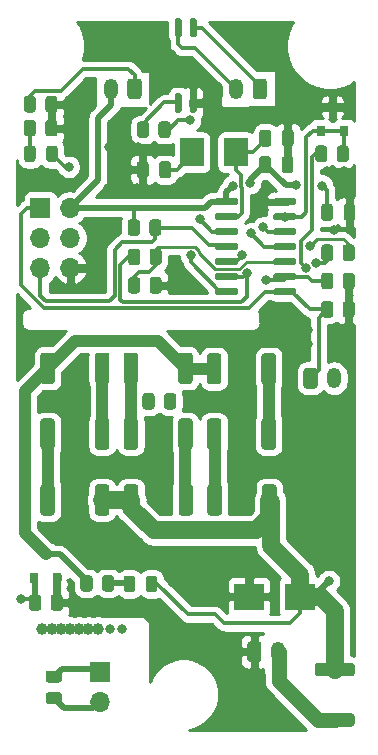
<source format=gtl>
G04 #@! TF.GenerationSoftware,KiCad,Pcbnew,5.1.9+dfsg1-1~bpo10+1*
G04 #@! TF.CreationDate,2022-05-12T13:16:05+00:00*
G04 #@! TF.ProjectId,ModuleV440,4d6f6475-6c65-4563-9434-302e6b696361,rev?*
G04 #@! TF.SameCoordinates,Original*
G04 #@! TF.FileFunction,Copper,L1,Top*
G04 #@! TF.FilePolarity,Positive*
%FSLAX46Y46*%
G04 Gerber Fmt 4.6, Leading zero omitted, Abs format (unit mm)*
G04 Created by KiCad (PCBNEW 5.1.9+dfsg1-1~bpo10+1) date 2022-05-12 13:16:05*
%MOMM*%
%LPD*%
G01*
G04 APERTURE LIST*
G04 #@! TA.AperFunction,ComponentPad*
%ADD10O,1.200000X1.750000*%
G04 #@! TD*
G04 #@! TA.AperFunction,ComponentPad*
%ADD11O,1.700000X1.700000*%
G04 #@! TD*
G04 #@! TA.AperFunction,ComponentPad*
%ADD12R,1.700000X1.700000*%
G04 #@! TD*
G04 #@! TA.AperFunction,SMDPad,CuDef*
%ADD13R,2.500000X2.300000*%
G04 #@! TD*
G04 #@! TA.AperFunction,SMDPad,CuDef*
%ADD14R,0.800000X0.900000*%
G04 #@! TD*
G04 #@! TA.AperFunction,SMDPad,CuDef*
%ADD15R,2.000000X2.400000*%
G04 #@! TD*
G04 #@! TA.AperFunction,ViaPad*
%ADD16C,1.000000*%
G04 #@! TD*
G04 #@! TA.AperFunction,ViaPad*
%ADD17C,0.800000*%
G04 #@! TD*
G04 #@! TA.AperFunction,Conductor*
%ADD18C,0.300000*%
G04 #@! TD*
G04 #@! TA.AperFunction,Conductor*
%ADD19C,0.500000*%
G04 #@! TD*
G04 #@! TA.AperFunction,Conductor*
%ADD20C,1.500000*%
G04 #@! TD*
G04 #@! TA.AperFunction,Conductor*
%ADD21C,1.000000*%
G04 #@! TD*
G04 #@! TA.AperFunction,Conductor*
%ADD22C,0.250000*%
G04 #@! TD*
G04 #@! TA.AperFunction,Conductor*
%ADD23C,1.250000*%
G04 #@! TD*
G04 #@! TA.AperFunction,Conductor*
%ADD24C,0.254000*%
G04 #@! TD*
G04 #@! TA.AperFunction,Conductor*
%ADD25C,0.100000*%
G04 #@! TD*
G04 APERTURE END LIST*
G04 #@! TA.AperFunction,SMDPad,CuDef*
G36*
G01*
X119967600Y-77012600D02*
X119967600Y-79162600D01*
G75*
G02*
X119717600Y-79412600I-250000J0D01*
G01*
X118992600Y-79412600D01*
G75*
G02*
X118742600Y-79162600I0J250000D01*
G01*
X118742600Y-77012600D01*
G75*
G02*
X118992600Y-76762600I250000J0D01*
G01*
X119717600Y-76762600D01*
G75*
G02*
X119967600Y-77012600I0J-250000D01*
G01*
G37*
G04 #@! TD.AperFunction*
G04 #@! TA.AperFunction,SMDPad,CuDef*
G36*
G01*
X124592600Y-77012600D02*
X124592600Y-79162600D01*
G75*
G02*
X124342600Y-79412600I-250000J0D01*
G01*
X123617600Y-79412600D01*
G75*
G02*
X123367600Y-79162600I0J250000D01*
G01*
X123367600Y-77012600D01*
G75*
G02*
X123617600Y-76762600I250000J0D01*
G01*
X124342600Y-76762600D01*
G75*
G02*
X124592600Y-77012600I0J-250000D01*
G01*
G37*
G04 #@! TD.AperFunction*
G04 #@! TA.AperFunction,SMDPad,CuDef*
G36*
G01*
X116317600Y-79112600D02*
X116317600Y-76962600D01*
G75*
G02*
X116567600Y-76712600I250000J0D01*
G01*
X117292600Y-76712600D01*
G75*
G02*
X117542600Y-76962600I0J-250000D01*
G01*
X117542600Y-79112600D01*
G75*
G02*
X117292600Y-79362600I-250000J0D01*
G01*
X116567600Y-79362600D01*
G75*
G02*
X116317600Y-79112600I0J250000D01*
G01*
G37*
G04 #@! TD.AperFunction*
G04 #@! TA.AperFunction,SMDPad,CuDef*
G36*
G01*
X111692600Y-79112600D02*
X111692600Y-76962600D01*
G75*
G02*
X111942600Y-76712600I250000J0D01*
G01*
X112667600Y-76712600D01*
G75*
G02*
X112917600Y-76962600I0J-250000D01*
G01*
X112917600Y-79112600D01*
G75*
G02*
X112667600Y-79362600I-250000J0D01*
G01*
X111942600Y-79362600D01*
G75*
G02*
X111692600Y-79112600I0J250000D01*
G01*
G37*
G04 #@! TD.AperFunction*
G04 #@! TA.AperFunction,SMDPad,CuDef*
G36*
G01*
X123367600Y-84687600D02*
X123367600Y-82537600D01*
G75*
G02*
X123617600Y-82287600I250000J0D01*
G01*
X124342600Y-82287600D01*
G75*
G02*
X124592600Y-82537600I0J-250000D01*
G01*
X124592600Y-84687600D01*
G75*
G02*
X124342600Y-84937600I-250000J0D01*
G01*
X123617600Y-84937600D01*
G75*
G02*
X123367600Y-84687600I0J250000D01*
G01*
G37*
G04 #@! TD.AperFunction*
G04 #@! TA.AperFunction,SMDPad,CuDef*
G36*
G01*
X118742600Y-84687600D02*
X118742600Y-82537600D01*
G75*
G02*
X118992600Y-82287600I250000J0D01*
G01*
X119717600Y-82287600D01*
G75*
G02*
X119967600Y-82537600I0J-250000D01*
G01*
X119967600Y-84687600D01*
G75*
G02*
X119717600Y-84937600I-250000J0D01*
G01*
X118992600Y-84937600D01*
G75*
G02*
X118742600Y-84687600I0J250000D01*
G01*
G37*
G04 #@! TD.AperFunction*
G04 #@! TA.AperFunction,SMDPad,CuDef*
G36*
G01*
X112917600Y-82537600D02*
X112917600Y-84687600D01*
G75*
G02*
X112667600Y-84937600I-250000J0D01*
G01*
X111942600Y-84937600D01*
G75*
G02*
X111692600Y-84687600I0J250000D01*
G01*
X111692600Y-82537600D01*
G75*
G02*
X111942600Y-82287600I250000J0D01*
G01*
X112667600Y-82287600D01*
G75*
G02*
X112917600Y-82537600I0J-250000D01*
G01*
G37*
G04 #@! TD.AperFunction*
G04 #@! TA.AperFunction,SMDPad,CuDef*
G36*
G01*
X117542600Y-82537600D02*
X117542600Y-84687600D01*
G75*
G02*
X117292600Y-84937600I-250000J0D01*
G01*
X116567600Y-84937600D01*
G75*
G02*
X116317600Y-84687600I0J250000D01*
G01*
X116317600Y-82537600D01*
G75*
G02*
X116567600Y-82287600I250000J0D01*
G01*
X117292600Y-82287600D01*
G75*
G02*
X117542600Y-82537600I0J-250000D01*
G01*
G37*
G04 #@! TD.AperFunction*
G04 #@! TA.AperFunction,SMDPad,CuDef*
G36*
G01*
X120017600Y-88112600D02*
X120017600Y-90262600D01*
G75*
G02*
X119767600Y-90512600I-250000J0D01*
G01*
X119042600Y-90512600D01*
G75*
G02*
X118792600Y-90262600I0J250000D01*
G01*
X118792600Y-88112600D01*
G75*
G02*
X119042600Y-87862600I250000J0D01*
G01*
X119767600Y-87862600D01*
G75*
G02*
X120017600Y-88112600I0J-250000D01*
G01*
G37*
G04 #@! TD.AperFunction*
G04 #@! TA.AperFunction,SMDPad,CuDef*
G36*
G01*
X124642600Y-88112600D02*
X124642600Y-90262600D01*
G75*
G02*
X124392600Y-90512600I-250000J0D01*
G01*
X123667600Y-90512600D01*
G75*
G02*
X123417600Y-90262600I0J250000D01*
G01*
X123417600Y-88112600D01*
G75*
G02*
X123667600Y-87862600I250000J0D01*
G01*
X124392600Y-87862600D01*
G75*
G02*
X124642600Y-88112600I0J-250000D01*
G01*
G37*
G04 #@! TD.AperFunction*
G04 #@! TA.AperFunction,SMDPad,CuDef*
G36*
G01*
X116342600Y-90262600D02*
X116342600Y-88112600D01*
G75*
G02*
X116592600Y-87862600I250000J0D01*
G01*
X117317600Y-87862600D01*
G75*
G02*
X117567600Y-88112600I0J-250000D01*
G01*
X117567600Y-90262600D01*
G75*
G02*
X117317600Y-90512600I-250000J0D01*
G01*
X116592600Y-90512600D01*
G75*
G02*
X116342600Y-90262600I0J250000D01*
G01*
G37*
G04 #@! TD.AperFunction*
G04 #@! TA.AperFunction,SMDPad,CuDef*
G36*
G01*
X111717600Y-90262600D02*
X111717600Y-88112600D01*
G75*
G02*
X111967600Y-87862600I250000J0D01*
G01*
X112692600Y-87862600D01*
G75*
G02*
X112942600Y-88112600I0J-250000D01*
G01*
X112942600Y-90262600D01*
G75*
G02*
X112692600Y-90512600I-250000J0D01*
G01*
X111967600Y-90512600D01*
G75*
G02*
X111717600Y-90262600I0J250000D01*
G01*
G37*
G04 #@! TD.AperFunction*
G04 #@! TA.AperFunction,SMDPad,CuDef*
G36*
G01*
X105867600Y-76962600D02*
X105867600Y-79112600D01*
G75*
G02*
X105617600Y-79362600I-250000J0D01*
G01*
X104892600Y-79362600D01*
G75*
G02*
X104642600Y-79112600I0J250000D01*
G01*
X104642600Y-76962600D01*
G75*
G02*
X104892600Y-76712600I250000J0D01*
G01*
X105617600Y-76712600D01*
G75*
G02*
X105867600Y-76962600I0J-250000D01*
G01*
G37*
G04 #@! TD.AperFunction*
G04 #@! TA.AperFunction,SMDPad,CuDef*
G36*
G01*
X110492600Y-76962600D02*
X110492600Y-79112600D01*
G75*
G02*
X110242600Y-79362600I-250000J0D01*
G01*
X109517600Y-79362600D01*
G75*
G02*
X109267600Y-79112600I0J250000D01*
G01*
X109267600Y-76962600D01*
G75*
G02*
X109517600Y-76712600I250000J0D01*
G01*
X110242600Y-76712600D01*
G75*
G02*
X110492600Y-76962600I0J-250000D01*
G01*
G37*
G04 #@! TD.AperFunction*
G04 #@! TA.AperFunction,SMDPad,CuDef*
G36*
G01*
X109267600Y-84687600D02*
X109267600Y-82537600D01*
G75*
G02*
X109517600Y-82287600I250000J0D01*
G01*
X110242600Y-82287600D01*
G75*
G02*
X110492600Y-82537600I0J-250000D01*
G01*
X110492600Y-84687600D01*
G75*
G02*
X110242600Y-84937600I-250000J0D01*
G01*
X109517600Y-84937600D01*
G75*
G02*
X109267600Y-84687600I0J250000D01*
G01*
G37*
G04 #@! TD.AperFunction*
G04 #@! TA.AperFunction,SMDPad,CuDef*
G36*
G01*
X104642600Y-84687600D02*
X104642600Y-82537600D01*
G75*
G02*
X104892600Y-82287600I250000J0D01*
G01*
X105617600Y-82287600D01*
G75*
G02*
X105867600Y-82537600I0J-250000D01*
G01*
X105867600Y-84687600D01*
G75*
G02*
X105617600Y-84937600I-250000J0D01*
G01*
X104892600Y-84937600D01*
G75*
G02*
X104642600Y-84687600I0J250000D01*
G01*
G37*
G04 #@! TD.AperFunction*
G04 #@! TA.AperFunction,SMDPad,CuDef*
G36*
G01*
X105867600Y-88112600D02*
X105867600Y-90262600D01*
G75*
G02*
X105617600Y-90512600I-250000J0D01*
G01*
X104892600Y-90512600D01*
G75*
G02*
X104642600Y-90262600I0J250000D01*
G01*
X104642600Y-88112600D01*
G75*
G02*
X104892600Y-87862600I250000J0D01*
G01*
X105617600Y-87862600D01*
G75*
G02*
X105867600Y-88112600I0J-250000D01*
G01*
G37*
G04 #@! TD.AperFunction*
G04 #@! TA.AperFunction,SMDPad,CuDef*
G36*
G01*
X110492600Y-88112600D02*
X110492600Y-90262600D01*
G75*
G02*
X110242600Y-90512600I-250000J0D01*
G01*
X109517600Y-90512600D01*
G75*
G02*
X109267600Y-90262600I0J250000D01*
G01*
X109267600Y-88112600D01*
G75*
G02*
X109517600Y-87862600I250000J0D01*
G01*
X110242600Y-87862600D01*
G75*
G02*
X110492600Y-88112600I0J-250000D01*
G01*
G37*
G04 #@! TD.AperFunction*
G04 #@! TA.AperFunction,SMDPad,CuDef*
G36*
G01*
X116457600Y-50012600D02*
X116157600Y-50012600D01*
G75*
G02*
X116007600Y-49862600I0J150000D01*
G01*
X116007600Y-48537600D01*
G75*
G02*
X116157600Y-48387600I150000J0D01*
G01*
X116457600Y-48387600D01*
G75*
G02*
X116607600Y-48537600I0J-150000D01*
G01*
X116607600Y-49862600D01*
G75*
G02*
X116457600Y-50012600I-150000J0D01*
G01*
G37*
G04 #@! TD.AperFunction*
G04 #@! TA.AperFunction,SMDPad,CuDef*
G36*
G01*
X117727600Y-50012600D02*
X117427600Y-50012600D01*
G75*
G02*
X117277600Y-49862600I0J150000D01*
G01*
X117277600Y-48537600D01*
G75*
G02*
X117427600Y-48387600I150000J0D01*
G01*
X117727600Y-48387600D01*
G75*
G02*
X117877600Y-48537600I0J-150000D01*
G01*
X117877600Y-49862600D01*
G75*
G02*
X117727600Y-50012600I-150000J0D01*
G01*
G37*
G04 #@! TD.AperFunction*
G04 #@! TA.AperFunction,SMDPad,CuDef*
G36*
G01*
X117727600Y-56387600D02*
X117427600Y-56387600D01*
G75*
G02*
X117277600Y-56237600I0J150000D01*
G01*
X117277600Y-54912600D01*
G75*
G02*
X117427600Y-54762600I150000J0D01*
G01*
X117727600Y-54762600D01*
G75*
G02*
X117877600Y-54912600I0J-150000D01*
G01*
X117877600Y-56237600D01*
G75*
G02*
X117727600Y-56387600I-150000J0D01*
G01*
G37*
G04 #@! TD.AperFunction*
G04 #@! TA.AperFunction,SMDPad,CuDef*
G36*
G01*
X116457600Y-56387600D02*
X116157600Y-56387600D01*
G75*
G02*
X116007600Y-56237600I0J150000D01*
G01*
X116007600Y-54912600D01*
G75*
G02*
X116157600Y-54762600I150000J0D01*
G01*
X116457600Y-54762600D01*
G75*
G02*
X116607600Y-54912600I0J-150000D01*
G01*
X116607600Y-56237600D01*
G75*
G02*
X116457600Y-56387600I-150000J0D01*
G01*
G37*
G04 #@! TD.AperFunction*
D10*
X121217600Y-54387600D03*
G04 #@! TA.AperFunction,ComponentPad*
G36*
G01*
X123817600Y-53762599D02*
X123817600Y-55012601D01*
G75*
G02*
X123567601Y-55262600I-249999J0D01*
G01*
X122867599Y-55262600D01*
G75*
G02*
X122617600Y-55012601I0J249999D01*
G01*
X122617600Y-53762599D01*
G75*
G02*
X122867599Y-53512600I249999J0D01*
G01*
X123567601Y-53512600D01*
G75*
G02*
X123817600Y-53762599I0J-249999D01*
G01*
G37*
G04 #@! TD.AperFunction*
X110617600Y-54387600D03*
G04 #@! TA.AperFunction,ComponentPad*
G36*
G01*
X113217600Y-53762599D02*
X113217600Y-55012601D01*
G75*
G02*
X112967601Y-55262600I-249999J0D01*
G01*
X112267599Y-55262600D01*
G75*
G02*
X112017600Y-55012601I0J249999D01*
G01*
X112017600Y-53762599D01*
G75*
G02*
X112267599Y-53512600I249999J0D01*
G01*
X112967601Y-53512600D01*
G75*
G02*
X113217600Y-53762599I0J-249999D01*
G01*
G37*
G04 #@! TD.AperFunction*
D11*
X109667600Y-106302600D03*
D12*
X109667600Y-103762600D03*
D13*
X122317600Y-97387600D03*
X126617600Y-97387600D03*
G04 #@! TA.AperFunction,SMDPad,CuDef*
G36*
G01*
X106237601Y-104657600D02*
X105337599Y-104657600D01*
G75*
G02*
X105087600Y-104407601I0J249999D01*
G01*
X105087600Y-103882599D01*
G75*
G02*
X105337599Y-103632600I249999J0D01*
G01*
X106237601Y-103632600D01*
G75*
G02*
X106487600Y-103882599I0J-249999D01*
G01*
X106487600Y-104407601D01*
G75*
G02*
X106237601Y-104657600I-249999J0D01*
G01*
G37*
G04 #@! TD.AperFunction*
G04 #@! TA.AperFunction,SMDPad,CuDef*
G36*
G01*
X106237601Y-106482600D02*
X105337599Y-106482600D01*
G75*
G02*
X105087600Y-106232601I0J249999D01*
G01*
X105087600Y-105707599D01*
G75*
G02*
X105337599Y-105457600I249999J0D01*
G01*
X106237601Y-105457600D01*
G75*
G02*
X106487600Y-105707599I0J-249999D01*
G01*
X106487600Y-106232601D01*
G75*
G02*
X106237601Y-106482600I-249999J0D01*
G01*
G37*
G04 #@! TD.AperFunction*
G04 #@! TA.AperFunction,SMDPad,CuDef*
G36*
G01*
X130242600Y-73512601D02*
X130242600Y-72612599D01*
G75*
G02*
X130492599Y-72362600I249999J0D01*
G01*
X131017601Y-72362600D01*
G75*
G02*
X131267600Y-72612599I0J-249999D01*
G01*
X131267600Y-73512601D01*
G75*
G02*
X131017601Y-73762600I-249999J0D01*
G01*
X130492599Y-73762600D01*
G75*
G02*
X130242600Y-73512601I0J249999D01*
G01*
G37*
G04 #@! TD.AperFunction*
G04 #@! TA.AperFunction,SMDPad,CuDef*
G36*
G01*
X128417600Y-73512601D02*
X128417600Y-72612599D01*
G75*
G02*
X128667599Y-72362600I249999J0D01*
G01*
X129192601Y-72362600D01*
G75*
G02*
X129442600Y-72612599I0J-249999D01*
G01*
X129442600Y-73512601D01*
G75*
G02*
X129192601Y-73762600I-249999J0D01*
G01*
X128667599Y-73762600D01*
G75*
G02*
X128417600Y-73512601I0J249999D01*
G01*
G37*
G04 #@! TD.AperFunction*
G04 #@! TA.AperFunction,SMDPad,CuDef*
G36*
G01*
X130242600Y-71112601D02*
X130242600Y-70212599D01*
G75*
G02*
X130492599Y-69962600I249999J0D01*
G01*
X131017601Y-69962600D01*
G75*
G02*
X131267600Y-70212599I0J-249999D01*
G01*
X131267600Y-71112601D01*
G75*
G02*
X131017601Y-71362600I-249999J0D01*
G01*
X130492599Y-71362600D01*
G75*
G02*
X130242600Y-71112601I0J249999D01*
G01*
G37*
G04 #@! TD.AperFunction*
G04 #@! TA.AperFunction,SMDPad,CuDef*
G36*
G01*
X128417600Y-71112601D02*
X128417600Y-70212599D01*
G75*
G02*
X128667599Y-69962600I249999J0D01*
G01*
X129192601Y-69962600D01*
G75*
G02*
X129442600Y-70212599I0J-249999D01*
G01*
X129442600Y-71112601D01*
G75*
G02*
X129192601Y-71362600I-249999J0D01*
G01*
X128667599Y-71362600D01*
G75*
G02*
X128417600Y-71112601I0J249999D01*
G01*
G37*
G04 #@! TD.AperFunction*
G04 #@! TA.AperFunction,SMDPad,CuDef*
G36*
G01*
X114317600Y-80387599D02*
X114317600Y-81287601D01*
G75*
G02*
X114067601Y-81537600I-249999J0D01*
G01*
X113542599Y-81537600D01*
G75*
G02*
X113292600Y-81287601I0J249999D01*
G01*
X113292600Y-80387599D01*
G75*
G02*
X113542599Y-80137600I249999J0D01*
G01*
X114067601Y-80137600D01*
G75*
G02*
X114317600Y-80387599I0J-249999D01*
G01*
G37*
G04 #@! TD.AperFunction*
G04 #@! TA.AperFunction,SMDPad,CuDef*
G36*
G01*
X116142600Y-80387599D02*
X116142600Y-81287601D01*
G75*
G02*
X115892601Y-81537600I-249999J0D01*
G01*
X115367599Y-81537600D01*
G75*
G02*
X115117600Y-81287601I0J249999D01*
G01*
X115117600Y-80387599D01*
G75*
G02*
X115367599Y-80137600I249999J0D01*
G01*
X115892601Y-80137600D01*
G75*
G02*
X116142600Y-80387599I0J-249999D01*
G01*
G37*
G04 #@! TD.AperFunction*
G04 #@! TA.AperFunction,SMDPad,CuDef*
G36*
G01*
X104267600Y-57262599D02*
X104267600Y-58162601D01*
G75*
G02*
X104017601Y-58412600I-249999J0D01*
G01*
X103492599Y-58412600D01*
G75*
G02*
X103242600Y-58162601I0J249999D01*
G01*
X103242600Y-57262599D01*
G75*
G02*
X103492599Y-57012600I249999J0D01*
G01*
X104017601Y-57012600D01*
G75*
G02*
X104267600Y-57262599I0J-249999D01*
G01*
G37*
G04 #@! TD.AperFunction*
G04 #@! TA.AperFunction,SMDPad,CuDef*
G36*
G01*
X106092600Y-57262599D02*
X106092600Y-58162601D01*
G75*
G02*
X105842601Y-58412600I-249999J0D01*
G01*
X105317599Y-58412600D01*
G75*
G02*
X105067600Y-58162601I0J249999D01*
G01*
X105067600Y-57262599D01*
G75*
G02*
X105317599Y-57012600I249999J0D01*
G01*
X105842601Y-57012600D01*
G75*
G02*
X106092600Y-57262599I0J-249999D01*
G01*
G37*
G04 #@! TD.AperFunction*
G04 #@! TA.AperFunction,SMDPad,CuDef*
G36*
G01*
X109867600Y-96707601D02*
X109867600Y-95807599D01*
G75*
G02*
X110117599Y-95557600I249999J0D01*
G01*
X110642601Y-95557600D01*
G75*
G02*
X110892600Y-95807599I0J-249999D01*
G01*
X110892600Y-96707601D01*
G75*
G02*
X110642601Y-96957600I-249999J0D01*
G01*
X110117599Y-96957600D01*
G75*
G02*
X109867600Y-96707601I0J249999D01*
G01*
G37*
G04 #@! TD.AperFunction*
G04 #@! TA.AperFunction,SMDPad,CuDef*
G36*
G01*
X108042600Y-96707601D02*
X108042600Y-95807599D01*
G75*
G02*
X108292599Y-95557600I249999J0D01*
G01*
X108817601Y-95557600D01*
G75*
G02*
X109067600Y-95807599I0J-249999D01*
G01*
X109067600Y-96707601D01*
G75*
G02*
X108817601Y-96957600I-249999J0D01*
G01*
X108292599Y-96957600D01*
G75*
G02*
X108042600Y-96707601I0J249999D01*
G01*
G37*
G04 #@! TD.AperFunction*
G04 #@! TA.AperFunction,SMDPad,CuDef*
G36*
G01*
X104267600Y-55237599D02*
X104267600Y-56137601D01*
G75*
G02*
X104017601Y-56387600I-249999J0D01*
G01*
X103492599Y-56387600D01*
G75*
G02*
X103242600Y-56137601I0J249999D01*
G01*
X103242600Y-55237599D01*
G75*
G02*
X103492599Y-54987600I249999J0D01*
G01*
X104017601Y-54987600D01*
G75*
G02*
X104267600Y-55237599I0J-249999D01*
G01*
G37*
G04 #@! TD.AperFunction*
G04 #@! TA.AperFunction,SMDPad,CuDef*
G36*
G01*
X106092600Y-55237599D02*
X106092600Y-56137601D01*
G75*
G02*
X105842601Y-56387600I-249999J0D01*
G01*
X105317599Y-56387600D01*
G75*
G02*
X105067600Y-56137601I0J249999D01*
G01*
X105067600Y-55237599D01*
G75*
G02*
X105317599Y-54987600I249999J0D01*
G01*
X105842601Y-54987600D01*
G75*
G02*
X106092600Y-55237599I0J-249999D01*
G01*
G37*
G04 #@! TD.AperFunction*
G04 #@! TA.AperFunction,SMDPad,CuDef*
G36*
G01*
X105517600Y-98337601D02*
X105517600Y-97437599D01*
G75*
G02*
X105767599Y-97187600I249999J0D01*
G01*
X106292601Y-97187600D01*
G75*
G02*
X106542600Y-97437599I0J-249999D01*
G01*
X106542600Y-98337601D01*
G75*
G02*
X106292601Y-98587600I-249999J0D01*
G01*
X105767599Y-98587600D01*
G75*
G02*
X105517600Y-98337601I0J249999D01*
G01*
G37*
G04 #@! TD.AperFunction*
G04 #@! TA.AperFunction,SMDPad,CuDef*
G36*
G01*
X103692600Y-98337601D02*
X103692600Y-97437599D01*
G75*
G02*
X103942599Y-97187600I249999J0D01*
G01*
X104467601Y-97187600D01*
G75*
G02*
X104717600Y-97437599I0J-249999D01*
G01*
X104717600Y-98337601D01*
G75*
G02*
X104467601Y-98587600I-249999J0D01*
G01*
X103942599Y-98587600D01*
G75*
G02*
X103692600Y-98337601I0J249999D01*
G01*
G37*
G04 #@! TD.AperFunction*
G04 #@! TA.AperFunction,SMDPad,CuDef*
G36*
G01*
X130242600Y-68712601D02*
X130242600Y-67812599D01*
G75*
G02*
X130492599Y-67562600I249999J0D01*
G01*
X131017601Y-67562600D01*
G75*
G02*
X131267600Y-67812599I0J-249999D01*
G01*
X131267600Y-68712601D01*
G75*
G02*
X131017601Y-68962600I-249999J0D01*
G01*
X130492599Y-68962600D01*
G75*
G02*
X130242600Y-68712601I0J249999D01*
G01*
G37*
G04 #@! TD.AperFunction*
G04 #@! TA.AperFunction,SMDPad,CuDef*
G36*
G01*
X128417600Y-68712601D02*
X128417600Y-67812599D01*
G75*
G02*
X128667599Y-67562600I249999J0D01*
G01*
X129192601Y-67562600D01*
G75*
G02*
X129442600Y-67812599I0J-249999D01*
G01*
X129442600Y-68712601D01*
G75*
G02*
X129192601Y-68962600I-249999J0D01*
G01*
X128667599Y-68962600D01*
G75*
G02*
X128417600Y-68712601I0J249999D01*
G01*
G37*
G04 #@! TD.AperFunction*
G04 #@! TA.AperFunction,SMDPad,CuDef*
G36*
G01*
X114642600Y-58287601D02*
X114642600Y-57387599D01*
G75*
G02*
X114892599Y-57137600I249999J0D01*
G01*
X115417601Y-57137600D01*
G75*
G02*
X115667600Y-57387599I0J-249999D01*
G01*
X115667600Y-58287601D01*
G75*
G02*
X115417601Y-58537600I-249999J0D01*
G01*
X114892599Y-58537600D01*
G75*
G02*
X114642600Y-58287601I0J249999D01*
G01*
G37*
G04 #@! TD.AperFunction*
G04 #@! TA.AperFunction,SMDPad,CuDef*
G36*
G01*
X112817600Y-58287601D02*
X112817600Y-57387599D01*
G75*
G02*
X113067599Y-57137600I249999J0D01*
G01*
X113592601Y-57137600D01*
G75*
G02*
X113842600Y-57387599I0J-249999D01*
G01*
X113842600Y-58287601D01*
G75*
G02*
X113592601Y-58537600I-249999J0D01*
G01*
X113067599Y-58537600D01*
G75*
G02*
X112817600Y-58287601I0J249999D01*
G01*
G37*
G04 #@! TD.AperFunction*
G04 #@! TA.AperFunction,SMDPad,CuDef*
G36*
G01*
X113892600Y-71462601D02*
X113892600Y-70562599D01*
G75*
G02*
X114142599Y-70312600I249999J0D01*
G01*
X114667601Y-70312600D01*
G75*
G02*
X114917600Y-70562599I0J-249999D01*
G01*
X114917600Y-71462601D01*
G75*
G02*
X114667601Y-71712600I-249999J0D01*
G01*
X114142599Y-71712600D01*
G75*
G02*
X113892600Y-71462601I0J249999D01*
G01*
G37*
G04 #@! TD.AperFunction*
G04 #@! TA.AperFunction,SMDPad,CuDef*
G36*
G01*
X112067600Y-71462601D02*
X112067600Y-70562599D01*
G75*
G02*
X112317599Y-70312600I249999J0D01*
G01*
X112842601Y-70312600D01*
G75*
G02*
X113092600Y-70562599I0J-249999D01*
G01*
X113092600Y-71462601D01*
G75*
G02*
X112842601Y-71712600I-249999J0D01*
G01*
X112317599Y-71712600D01*
G75*
G02*
X112067600Y-71462601I0J249999D01*
G01*
G37*
G04 #@! TD.AperFunction*
G04 #@! TA.AperFunction,SMDPad,CuDef*
G36*
G01*
X113892600Y-69062601D02*
X113892600Y-68162599D01*
G75*
G02*
X114142599Y-67912600I249999J0D01*
G01*
X114667601Y-67912600D01*
G75*
G02*
X114917600Y-68162599I0J-249999D01*
G01*
X114917600Y-69062601D01*
G75*
G02*
X114667601Y-69312600I-249999J0D01*
G01*
X114142599Y-69312600D01*
G75*
G02*
X113892600Y-69062601I0J249999D01*
G01*
G37*
G04 #@! TD.AperFunction*
G04 #@! TA.AperFunction,SMDPad,CuDef*
G36*
G01*
X112067600Y-69062601D02*
X112067600Y-68162599D01*
G75*
G02*
X112317599Y-67912600I249999J0D01*
G01*
X112842601Y-67912600D01*
G75*
G02*
X113092600Y-68162599I0J-249999D01*
G01*
X113092600Y-69062601D01*
G75*
G02*
X112842601Y-69312600I-249999J0D01*
G01*
X112317599Y-69312600D01*
G75*
G02*
X112067600Y-69062601I0J249999D01*
G01*
G37*
G04 #@! TD.AperFunction*
G04 #@! TA.AperFunction,SMDPad,CuDef*
G36*
G01*
X129737600Y-60327601D02*
X129737600Y-59427599D01*
G75*
G02*
X129987599Y-59177600I249999J0D01*
G01*
X130512601Y-59177600D01*
G75*
G02*
X130762600Y-59427599I0J-249999D01*
G01*
X130762600Y-60327601D01*
G75*
G02*
X130512601Y-60577600I-249999J0D01*
G01*
X129987599Y-60577600D01*
G75*
G02*
X129737600Y-60327601I0J249999D01*
G01*
G37*
G04 #@! TD.AperFunction*
G04 #@! TA.AperFunction,SMDPad,CuDef*
G36*
G01*
X127912600Y-60327601D02*
X127912600Y-59427599D01*
G75*
G02*
X128162599Y-59177600I249999J0D01*
G01*
X128687601Y-59177600D01*
G75*
G02*
X128937600Y-59427599I0J-249999D01*
G01*
X128937600Y-60327601D01*
G75*
G02*
X128687601Y-60577600I-249999J0D01*
G01*
X128162599Y-60577600D01*
G75*
G02*
X127912600Y-60327601I0J249999D01*
G01*
G37*
G04 #@! TD.AperFunction*
G04 #@! TA.AperFunction,SMDPad,CuDef*
G36*
G01*
X113867600Y-66577601D02*
X113867600Y-65677599D01*
G75*
G02*
X114117599Y-65427600I249999J0D01*
G01*
X114642601Y-65427600D01*
G75*
G02*
X114892600Y-65677599I0J-249999D01*
G01*
X114892600Y-66577601D01*
G75*
G02*
X114642601Y-66827600I-249999J0D01*
G01*
X114117599Y-66827600D01*
G75*
G02*
X113867600Y-66577601I0J249999D01*
G01*
G37*
G04 #@! TD.AperFunction*
G04 #@! TA.AperFunction,SMDPad,CuDef*
G36*
G01*
X112042600Y-66577601D02*
X112042600Y-65677599D01*
G75*
G02*
X112292599Y-65427600I249999J0D01*
G01*
X112817601Y-65427600D01*
G75*
G02*
X113067600Y-65677599I0J-249999D01*
G01*
X113067600Y-66577601D01*
G75*
G02*
X112817601Y-66827600I-249999J0D01*
G01*
X112292599Y-66827600D01*
G75*
G02*
X112042600Y-66577601I0J249999D01*
G01*
G37*
G04 #@! TD.AperFunction*
D10*
X124767600Y-102037600D03*
G04 #@! TA.AperFunction,ComponentPad*
G36*
G01*
X122167600Y-102662601D02*
X122167600Y-101412599D01*
G75*
G02*
X122417599Y-101162600I249999J0D01*
G01*
X123117601Y-101162600D01*
G75*
G02*
X123367600Y-101412599I0J-249999D01*
G01*
X123367600Y-102662601D01*
G75*
G02*
X123117601Y-102912600I-249999J0D01*
G01*
X122417599Y-102912600D01*
G75*
G02*
X122167600Y-102662601I0J249999D01*
G01*
G37*
G04 #@! TD.AperFunction*
G04 #@! TA.AperFunction,SMDPad,CuDef*
G36*
G01*
X128117599Y-107262600D02*
X131017601Y-107262600D01*
G75*
G02*
X131267600Y-107512599I0J-249999D01*
G01*
X131267600Y-108137601D01*
G75*
G02*
X131017601Y-108387600I-249999J0D01*
G01*
X128117599Y-108387600D01*
G75*
G02*
X127867600Y-108137601I0J249999D01*
G01*
X127867600Y-107512599D01*
G75*
G02*
X128117599Y-107262600I249999J0D01*
G01*
G37*
G04 #@! TD.AperFunction*
G04 #@! TA.AperFunction,SMDPad,CuDef*
G36*
G01*
X128117599Y-102987600D02*
X131017601Y-102987600D01*
G75*
G02*
X131267600Y-103237599I0J-249999D01*
G01*
X131267600Y-103862601D01*
G75*
G02*
X131017601Y-104112600I-249999J0D01*
G01*
X128117599Y-104112600D01*
G75*
G02*
X127867600Y-103862601I0J249999D01*
G01*
X127867600Y-103237599D01*
G75*
G02*
X128117599Y-102987600I249999J0D01*
G01*
G37*
G04 #@! TD.AperFunction*
X129517600Y-78887600D03*
G04 #@! TA.AperFunction,ComponentPad*
G36*
G01*
X126917600Y-79512601D02*
X126917600Y-78262599D01*
G75*
G02*
X127167599Y-78012600I249999J0D01*
G01*
X127867601Y-78012600D01*
G75*
G02*
X128117600Y-78262599I0J-249999D01*
G01*
X128117600Y-79512601D01*
G75*
G02*
X127867601Y-79762600I-249999J0D01*
G01*
X127167599Y-79762600D01*
G75*
G02*
X126917600Y-79512601I0J249999D01*
G01*
G37*
G04 #@! TD.AperFunction*
G04 #@! TA.AperFunction,SMDPad,CuDef*
G36*
G01*
X105142600Y-60343850D02*
X105142600Y-59431350D01*
G75*
G02*
X105386350Y-59187600I243750J0D01*
G01*
X105873850Y-59187600D01*
G75*
G02*
X106117600Y-59431350I0J-243750D01*
G01*
X106117600Y-60343850D01*
G75*
G02*
X105873850Y-60587600I-243750J0D01*
G01*
X105386350Y-60587600D01*
G75*
G02*
X105142600Y-60343850I0J243750D01*
G01*
G37*
G04 #@! TD.AperFunction*
G04 #@! TA.AperFunction,SMDPad,CuDef*
G36*
G01*
X103267600Y-60343850D02*
X103267600Y-59431350D01*
G75*
G02*
X103511350Y-59187600I243750J0D01*
G01*
X103998850Y-59187600D01*
G75*
G02*
X104242600Y-59431350I0J-243750D01*
G01*
X104242600Y-60343850D01*
G75*
G02*
X103998850Y-60587600I-243750J0D01*
G01*
X103511350Y-60587600D01*
G75*
G02*
X103267600Y-60343850I0J243750D01*
G01*
G37*
G04 #@! TD.AperFunction*
G04 #@! TA.AperFunction,SMDPad,CuDef*
G36*
G01*
X113567600Y-96758850D02*
X113567600Y-95846350D01*
G75*
G02*
X113811350Y-95602600I243750J0D01*
G01*
X114298850Y-95602600D01*
G75*
G02*
X114542600Y-95846350I0J-243750D01*
G01*
X114542600Y-96758850D01*
G75*
G02*
X114298850Y-97002600I-243750J0D01*
G01*
X113811350Y-97002600D01*
G75*
G02*
X113567600Y-96758850I0J243750D01*
G01*
G37*
G04 #@! TD.AperFunction*
G04 #@! TA.AperFunction,SMDPad,CuDef*
G36*
G01*
X111692600Y-96758850D02*
X111692600Y-95846350D01*
G75*
G02*
X111936350Y-95602600I243750J0D01*
G01*
X112423850Y-95602600D01*
G75*
G02*
X112667600Y-95846350I0J-243750D01*
G01*
X112667600Y-96758850D01*
G75*
G02*
X112423850Y-97002600I-243750J0D01*
G01*
X111936350Y-97002600D01*
G75*
G02*
X111692600Y-96758850I0J243750D01*
G01*
G37*
G04 #@! TD.AperFunction*
D14*
X129377600Y-55927600D03*
X130327600Y-57927600D03*
X128427600Y-57927600D03*
G04 #@! TA.AperFunction,SMDPad,CuDef*
G36*
G01*
X113812600Y-60752600D02*
X113812600Y-61702600D01*
G75*
G02*
X113562600Y-61952600I-250000J0D01*
G01*
X113062600Y-61952600D01*
G75*
G02*
X112812600Y-61702600I0J250000D01*
G01*
X112812600Y-60752600D01*
G75*
G02*
X113062600Y-60502600I250000J0D01*
G01*
X113562600Y-60502600D01*
G75*
G02*
X113812600Y-60752600I0J-250000D01*
G01*
G37*
G04 #@! TD.AperFunction*
G04 #@! TA.AperFunction,SMDPad,CuDef*
G36*
G01*
X115712600Y-60752600D02*
X115712600Y-61702600D01*
G75*
G02*
X115462600Y-61952600I-250000J0D01*
G01*
X114962600Y-61952600D01*
G75*
G02*
X114712600Y-61702600I0J250000D01*
G01*
X114712600Y-60752600D01*
G75*
G02*
X114962600Y-60502600I250000J0D01*
G01*
X115462600Y-60502600D01*
G75*
G02*
X115712600Y-60752600I0J-250000D01*
G01*
G37*
G04 #@! TD.AperFunction*
G04 #@! TA.AperFunction,SMDPad,CuDef*
G36*
G01*
X125092600Y-59037600D02*
X125092600Y-58087600D01*
G75*
G02*
X125342600Y-57837600I250000J0D01*
G01*
X125842600Y-57837600D01*
G75*
G02*
X126092600Y-58087600I0J-250000D01*
G01*
X126092600Y-59037600D01*
G75*
G02*
X125842600Y-59287600I-250000J0D01*
G01*
X125342600Y-59287600D01*
G75*
G02*
X125092600Y-59037600I0J250000D01*
G01*
G37*
G04 #@! TD.AperFunction*
G04 #@! TA.AperFunction,SMDPad,CuDef*
G36*
G01*
X123192600Y-59037600D02*
X123192600Y-58087600D01*
G75*
G02*
X123442600Y-57837600I250000J0D01*
G01*
X123942600Y-57837600D01*
G75*
G02*
X124192600Y-58087600I0J-250000D01*
G01*
X124192600Y-59037600D01*
G75*
G02*
X123942600Y-59287600I-250000J0D01*
G01*
X123442600Y-59287600D01*
G75*
G02*
X123192600Y-59037600I0J250000D01*
G01*
G37*
G04 #@! TD.AperFunction*
G04 #@! TA.AperFunction,SMDPad,CuDef*
G36*
G01*
X130312600Y-65312600D02*
X130312600Y-64362600D01*
G75*
G02*
X130562600Y-64112600I250000J0D01*
G01*
X131062600Y-64112600D01*
G75*
G02*
X131312600Y-64362600I0J-250000D01*
G01*
X131312600Y-65312600D01*
G75*
G02*
X131062600Y-65562600I-250000J0D01*
G01*
X130562600Y-65562600D01*
G75*
G02*
X130312600Y-65312600I0J250000D01*
G01*
G37*
G04 #@! TD.AperFunction*
G04 #@! TA.AperFunction,SMDPad,CuDef*
G36*
G01*
X128412600Y-65312600D02*
X128412600Y-64362600D01*
G75*
G02*
X128662600Y-64112600I250000J0D01*
G01*
X129162600Y-64112600D01*
G75*
G02*
X129412600Y-64362600I0J-250000D01*
G01*
X129412600Y-65312600D01*
G75*
G02*
X129162600Y-65562600I-250000J0D01*
G01*
X128662600Y-65562600D01*
G75*
G02*
X128412600Y-65312600I0J250000D01*
G01*
G37*
G04 #@! TD.AperFunction*
G04 #@! TA.AperFunction,SMDPad,CuDef*
G36*
G01*
X125077600Y-61272600D02*
X125077600Y-60322600D01*
G75*
G02*
X125327600Y-60072600I250000J0D01*
G01*
X125827600Y-60072600D01*
G75*
G02*
X126077600Y-60322600I0J-250000D01*
G01*
X126077600Y-61272600D01*
G75*
G02*
X125827600Y-61522600I-250000J0D01*
G01*
X125327600Y-61522600D01*
G75*
G02*
X125077600Y-61272600I0J250000D01*
G01*
G37*
G04 #@! TD.AperFunction*
G04 #@! TA.AperFunction,SMDPad,CuDef*
G36*
G01*
X123177600Y-61272600D02*
X123177600Y-60322600D01*
G75*
G02*
X123427600Y-60072600I250000J0D01*
G01*
X123927600Y-60072600D01*
G75*
G02*
X124177600Y-60322600I0J-250000D01*
G01*
X124177600Y-61272600D01*
G75*
G02*
X123927600Y-61522600I-250000J0D01*
G01*
X123427600Y-61522600D01*
G75*
G02*
X123177600Y-61272600I0J250000D01*
G01*
G37*
G04 #@! TD.AperFunction*
G04 #@! TA.AperFunction,SMDPad,CuDef*
G36*
G01*
X124367600Y-64077600D02*
X124367600Y-63777600D01*
G75*
G02*
X124517600Y-63627600I150000J0D01*
G01*
X126167600Y-63627600D01*
G75*
G02*
X126317600Y-63777600I0J-150000D01*
G01*
X126317600Y-64077600D01*
G75*
G02*
X126167600Y-64227600I-150000J0D01*
G01*
X124517600Y-64227600D01*
G75*
G02*
X124367600Y-64077600I0J150000D01*
G01*
G37*
G04 #@! TD.AperFunction*
G04 #@! TA.AperFunction,SMDPad,CuDef*
G36*
G01*
X124367600Y-65347600D02*
X124367600Y-65047600D01*
G75*
G02*
X124517600Y-64897600I150000J0D01*
G01*
X126167600Y-64897600D01*
G75*
G02*
X126317600Y-65047600I0J-150000D01*
G01*
X126317600Y-65347600D01*
G75*
G02*
X126167600Y-65497600I-150000J0D01*
G01*
X124517600Y-65497600D01*
G75*
G02*
X124367600Y-65347600I0J150000D01*
G01*
G37*
G04 #@! TD.AperFunction*
G04 #@! TA.AperFunction,SMDPad,CuDef*
G36*
G01*
X124367600Y-66617600D02*
X124367600Y-66317600D01*
G75*
G02*
X124517600Y-66167600I150000J0D01*
G01*
X126167600Y-66167600D01*
G75*
G02*
X126317600Y-66317600I0J-150000D01*
G01*
X126317600Y-66617600D01*
G75*
G02*
X126167600Y-66767600I-150000J0D01*
G01*
X124517600Y-66767600D01*
G75*
G02*
X124367600Y-66617600I0J150000D01*
G01*
G37*
G04 #@! TD.AperFunction*
G04 #@! TA.AperFunction,SMDPad,CuDef*
G36*
G01*
X124367600Y-67887600D02*
X124367600Y-67587600D01*
G75*
G02*
X124517600Y-67437600I150000J0D01*
G01*
X126167600Y-67437600D01*
G75*
G02*
X126317600Y-67587600I0J-150000D01*
G01*
X126317600Y-67887600D01*
G75*
G02*
X126167600Y-68037600I-150000J0D01*
G01*
X124517600Y-68037600D01*
G75*
G02*
X124367600Y-67887600I0J150000D01*
G01*
G37*
G04 #@! TD.AperFunction*
G04 #@! TA.AperFunction,SMDPad,CuDef*
G36*
G01*
X124367600Y-69157600D02*
X124367600Y-68857600D01*
G75*
G02*
X124517600Y-68707600I150000J0D01*
G01*
X126167600Y-68707600D01*
G75*
G02*
X126317600Y-68857600I0J-150000D01*
G01*
X126317600Y-69157600D01*
G75*
G02*
X126167600Y-69307600I-150000J0D01*
G01*
X124517600Y-69307600D01*
G75*
G02*
X124367600Y-69157600I0J150000D01*
G01*
G37*
G04 #@! TD.AperFunction*
G04 #@! TA.AperFunction,SMDPad,CuDef*
G36*
G01*
X124367600Y-70427600D02*
X124367600Y-70127600D01*
G75*
G02*
X124517600Y-69977600I150000J0D01*
G01*
X126167600Y-69977600D01*
G75*
G02*
X126317600Y-70127600I0J-150000D01*
G01*
X126317600Y-70427600D01*
G75*
G02*
X126167600Y-70577600I-150000J0D01*
G01*
X124517600Y-70577600D01*
G75*
G02*
X124367600Y-70427600I0J150000D01*
G01*
G37*
G04 #@! TD.AperFunction*
G04 #@! TA.AperFunction,SMDPad,CuDef*
G36*
G01*
X124367600Y-71697600D02*
X124367600Y-71397600D01*
G75*
G02*
X124517600Y-71247600I150000J0D01*
G01*
X126167600Y-71247600D01*
G75*
G02*
X126317600Y-71397600I0J-150000D01*
G01*
X126317600Y-71697600D01*
G75*
G02*
X126167600Y-71847600I-150000J0D01*
G01*
X124517600Y-71847600D01*
G75*
G02*
X124367600Y-71697600I0J150000D01*
G01*
G37*
G04 #@! TD.AperFunction*
G04 #@! TA.AperFunction,SMDPad,CuDef*
G36*
G01*
X119417600Y-71697600D02*
X119417600Y-71397600D01*
G75*
G02*
X119567600Y-71247600I150000J0D01*
G01*
X121217600Y-71247600D01*
G75*
G02*
X121367600Y-71397600I0J-150000D01*
G01*
X121367600Y-71697600D01*
G75*
G02*
X121217600Y-71847600I-150000J0D01*
G01*
X119567600Y-71847600D01*
G75*
G02*
X119417600Y-71697600I0J150000D01*
G01*
G37*
G04 #@! TD.AperFunction*
G04 #@! TA.AperFunction,SMDPad,CuDef*
G36*
G01*
X119417600Y-70427600D02*
X119417600Y-70127600D01*
G75*
G02*
X119567600Y-69977600I150000J0D01*
G01*
X121217600Y-69977600D01*
G75*
G02*
X121367600Y-70127600I0J-150000D01*
G01*
X121367600Y-70427600D01*
G75*
G02*
X121217600Y-70577600I-150000J0D01*
G01*
X119567600Y-70577600D01*
G75*
G02*
X119417600Y-70427600I0J150000D01*
G01*
G37*
G04 #@! TD.AperFunction*
G04 #@! TA.AperFunction,SMDPad,CuDef*
G36*
G01*
X119417600Y-69157600D02*
X119417600Y-68857600D01*
G75*
G02*
X119567600Y-68707600I150000J0D01*
G01*
X121217600Y-68707600D01*
G75*
G02*
X121367600Y-68857600I0J-150000D01*
G01*
X121367600Y-69157600D01*
G75*
G02*
X121217600Y-69307600I-150000J0D01*
G01*
X119567600Y-69307600D01*
G75*
G02*
X119417600Y-69157600I0J150000D01*
G01*
G37*
G04 #@! TD.AperFunction*
G04 #@! TA.AperFunction,SMDPad,CuDef*
G36*
G01*
X119417600Y-67887600D02*
X119417600Y-67587600D01*
G75*
G02*
X119567600Y-67437600I150000J0D01*
G01*
X121217600Y-67437600D01*
G75*
G02*
X121367600Y-67587600I0J-150000D01*
G01*
X121367600Y-67887600D01*
G75*
G02*
X121217600Y-68037600I-150000J0D01*
G01*
X119567600Y-68037600D01*
G75*
G02*
X119417600Y-67887600I0J150000D01*
G01*
G37*
G04 #@! TD.AperFunction*
G04 #@! TA.AperFunction,SMDPad,CuDef*
G36*
G01*
X119417600Y-66617600D02*
X119417600Y-66317600D01*
G75*
G02*
X119567600Y-66167600I150000J0D01*
G01*
X121217600Y-66167600D01*
G75*
G02*
X121367600Y-66317600I0J-150000D01*
G01*
X121367600Y-66617600D01*
G75*
G02*
X121217600Y-66767600I-150000J0D01*
G01*
X119567600Y-66767600D01*
G75*
G02*
X119417600Y-66617600I0J150000D01*
G01*
G37*
G04 #@! TD.AperFunction*
G04 #@! TA.AperFunction,SMDPad,CuDef*
G36*
G01*
X119417600Y-65347600D02*
X119417600Y-65047600D01*
G75*
G02*
X119567600Y-64897600I150000J0D01*
G01*
X121217600Y-64897600D01*
G75*
G02*
X121367600Y-65047600I0J-150000D01*
G01*
X121367600Y-65347600D01*
G75*
G02*
X121217600Y-65497600I-150000J0D01*
G01*
X119567600Y-65497600D01*
G75*
G02*
X119417600Y-65347600I0J150000D01*
G01*
G37*
G04 #@! TD.AperFunction*
G04 #@! TA.AperFunction,SMDPad,CuDef*
G36*
G01*
X119417600Y-64077600D02*
X119417600Y-63777600D01*
G75*
G02*
X119567600Y-63627600I150000J0D01*
G01*
X121217600Y-63627600D01*
G75*
G02*
X121367600Y-63777600I0J-150000D01*
G01*
X121367600Y-64077600D01*
G75*
G02*
X121217600Y-64227600I-150000J0D01*
G01*
X119567600Y-64227600D01*
G75*
G02*
X119417600Y-64077600I0J150000D01*
G01*
G37*
G04 #@! TD.AperFunction*
D15*
X117487600Y-59742600D03*
X121187600Y-59742600D03*
D12*
X104642600Y-64462600D03*
D11*
X107182600Y-64462600D03*
X104642600Y-67002600D03*
X107182600Y-67002600D03*
X104642600Y-69542600D03*
X107182600Y-69542600D03*
D14*
X104142600Y-95787600D03*
X106042600Y-95787600D03*
X105092600Y-93787600D03*
D16*
X104810933Y-100087600D03*
X105592044Y-100087600D03*
X106373155Y-100087600D03*
X107154266Y-100087600D03*
X107935377Y-100087600D03*
X108717600Y-100087600D03*
X109517600Y-100087600D03*
D17*
X126417600Y-54187600D03*
X111647600Y-59327600D03*
X112897600Y-59327600D03*
X107192600Y-55612600D03*
X110472600Y-59327600D03*
X113167600Y-49912600D03*
X117467600Y-97692600D03*
X117467600Y-96712600D03*
X123907600Y-73827600D03*
X127287600Y-76017600D03*
X129657600Y-74827600D03*
X128092600Y-89787600D03*
X128077600Y-90797600D03*
X129117600Y-89787600D03*
X108007600Y-93332600D03*
X109107600Y-93332600D03*
X110207600Y-93332600D03*
X111357600Y-93332600D03*
X117467600Y-95732600D03*
X118792600Y-96712600D03*
X118792600Y-97692600D03*
X118792600Y-95732600D03*
X111567600Y-62762600D03*
X112817600Y-62762600D03*
X110392600Y-62762600D03*
X109527600Y-69852600D03*
X109527600Y-68727600D03*
X125592600Y-56987600D03*
X111342600Y-49912600D03*
X109517600Y-49912600D03*
X107187600Y-56527600D03*
X123397600Y-64067600D03*
X105162600Y-62022600D03*
X106337600Y-62022600D03*
X129517600Y-66357600D03*
X128927600Y-61337600D03*
X130377600Y-61337600D03*
X129687600Y-76017600D03*
X127267600Y-74827600D03*
X115947600Y-69647600D03*
X110787600Y-65707600D03*
X109857600Y-65687600D03*
X124977600Y-73817600D03*
X102967600Y-72537600D03*
X117467600Y-94712600D03*
X118792600Y-94712600D03*
X117467600Y-93562600D03*
X118792600Y-93562600D03*
X129067600Y-96062600D03*
X128507600Y-62567600D03*
X126257600Y-62537600D03*
X120917588Y-62577600D03*
X122377600Y-62377600D03*
X122477600Y-66617600D03*
X127117600Y-69557600D03*
X122117600Y-69987590D03*
X123517600Y-66107600D03*
X117337600Y-57027600D03*
X121747600Y-68427600D03*
X127462850Y-67717459D03*
X117487600Y-59742600D03*
X118137600Y-65427600D03*
X117377600Y-68467600D03*
X107047600Y-60997600D03*
X103017600Y-97597600D03*
X127979739Y-69158553D03*
X125342600Y-65197600D03*
X115630100Y-80837586D03*
X111562588Y-100107600D03*
X123737600Y-70537600D03*
X113773366Y-80805866D03*
X110567600Y-100097600D03*
D18*
X117567600Y-55552600D02*
X117582600Y-55537600D01*
D19*
X106030100Y-95800100D02*
X106042600Y-95787600D01*
X106030100Y-97887600D02*
X106030100Y-95800100D01*
D18*
X105580100Y-55687600D02*
X105580100Y-57712600D01*
D19*
X107182600Y-64462600D02*
X107657600Y-63987600D01*
D20*
X128367600Y-97387600D02*
X126617600Y-97387600D01*
X129567600Y-103550100D02*
X129567600Y-98587600D01*
X129567600Y-98587600D02*
X128367600Y-97387600D01*
D19*
X126617600Y-97387600D02*
X127742600Y-97387600D01*
X127742600Y-97387600D02*
X129067600Y-96062600D01*
X109517600Y-62127600D02*
X109517600Y-56837600D01*
X107182600Y-64462600D02*
X109517600Y-62127600D01*
X110617600Y-55737600D02*
X110617600Y-54387600D01*
X109517600Y-56837600D02*
X110617600Y-55737600D01*
D18*
X108384681Y-64462600D02*
X107182600Y-64462600D01*
D19*
X120167600Y-63927600D02*
X120392600Y-63927600D01*
D18*
X128912600Y-62972600D02*
X128507600Y-62567600D01*
X128912600Y-64837600D02*
X128912600Y-62972600D01*
D19*
X112657600Y-64457600D02*
X107187600Y-64457600D01*
X107187600Y-64457600D02*
X107182600Y-64462600D01*
D18*
X112555100Y-64560100D02*
X112657600Y-64457600D01*
X112555100Y-66127600D02*
X112555100Y-64560100D01*
D19*
X118617600Y-64457600D02*
X112657600Y-64457600D01*
X119127600Y-63947600D02*
X118617600Y-64457600D01*
X120392600Y-63927600D02*
X120372600Y-63947600D01*
X120372600Y-63947600D02*
X119127600Y-63947600D01*
X123677600Y-60797600D02*
X125417600Y-62537600D01*
X125417600Y-62537600D02*
X126257600Y-62537600D01*
X120392600Y-63102588D02*
X120917588Y-62577600D01*
X120392600Y-63927600D02*
X120392600Y-63102588D01*
X123677600Y-60797600D02*
X122377600Y-62097600D01*
X122377600Y-62097600D02*
X122377600Y-62377600D01*
D20*
X126642600Y-97362600D02*
X126617600Y-97387600D01*
X126642600Y-95537600D02*
X126642600Y-97362600D01*
X124167600Y-93062600D02*
X126642600Y-95537600D01*
X124167600Y-89325100D02*
X124167600Y-93062600D01*
X124030100Y-89187600D02*
X124167600Y-89325100D01*
X112330100Y-89850100D02*
X112330100Y-89187600D01*
X114242610Y-91762610D02*
X112330100Y-89850100D01*
X122942590Y-91762610D02*
X114242610Y-91762610D01*
X124030100Y-89187600D02*
X124030100Y-90675100D01*
X124030100Y-90675100D02*
X122942590Y-91762610D01*
X112330100Y-89187600D02*
X109880100Y-89187600D01*
D18*
X125767600Y-99637600D02*
X126617600Y-98787600D01*
X114055100Y-96302600D02*
X114532600Y-96302600D01*
X114532600Y-96302600D02*
X117117600Y-98887600D01*
X117117600Y-98887600D02*
X119467600Y-98887600D01*
X119467600Y-98887600D02*
X120217600Y-99637600D01*
X126617600Y-98787600D02*
X126617600Y-97387600D01*
X120217600Y-99637600D02*
X125767600Y-99637600D01*
X125567600Y-67737600D02*
X123597600Y-67737600D01*
X123597600Y-67737600D02*
X122477600Y-66617600D01*
X103755100Y-54987600D02*
X103755100Y-55687600D01*
X112617600Y-53237600D02*
X112067600Y-52687600D01*
X112617600Y-54387600D02*
X112617600Y-53237600D01*
X104205100Y-54537600D02*
X103755100Y-54987600D01*
X106367600Y-54537600D02*
X104205100Y-54537600D01*
X112067600Y-52687600D02*
X108217600Y-52687600D01*
X108217600Y-52687600D02*
X106367600Y-54537600D01*
X112742600Y-68612600D02*
X112192600Y-68612600D01*
X127647600Y-60142600D02*
X127647600Y-66321598D01*
X126717601Y-69157601D02*
X127117600Y-69557600D01*
X127647600Y-66321598D02*
X126717601Y-67251597D01*
X127912600Y-59877600D02*
X127647600Y-60142600D01*
X126717601Y-67251597D02*
X126717601Y-69157601D01*
X128425100Y-59877600D02*
X127912600Y-59877600D01*
X121827590Y-70277600D02*
X122117600Y-69987590D01*
X120392600Y-70277600D02*
X121827590Y-70277600D01*
X122117600Y-71987600D02*
X122117600Y-69987590D01*
X112067600Y-68612600D02*
X111392600Y-69287600D01*
X121647600Y-72457600D02*
X122117600Y-71987600D01*
X112580100Y-68612600D02*
X112067600Y-68612600D01*
X111392600Y-72237600D02*
X111612600Y-72457600D01*
X111392600Y-69287600D02*
X111392600Y-72237600D01*
X111612600Y-72457600D02*
X121647600Y-72457600D01*
X113330100Y-57350100D02*
X113330100Y-57837600D01*
X116302600Y-55537600D02*
X115142600Y-55537600D01*
X115142600Y-55537600D02*
X113330100Y-57350100D01*
X125567600Y-66467600D02*
X125361915Y-66467600D01*
X123877600Y-66467600D02*
X123517600Y-66107600D01*
X125342600Y-66467600D02*
X123877600Y-66467600D01*
X117317600Y-57047600D02*
X117337600Y-57027600D01*
X116337600Y-57047600D02*
X117317600Y-57047600D01*
X115155100Y-57837600D02*
X115547600Y-57837600D01*
X115547600Y-57837600D02*
X116337600Y-57047600D01*
D21*
X105255100Y-83612600D02*
X105255100Y-89187600D01*
D19*
X106267600Y-93787600D02*
X105092600Y-93787600D01*
X108555100Y-96257600D02*
X108555100Y-96075100D01*
X108555100Y-96075100D02*
X106267600Y-93787600D01*
D21*
X116980100Y-78087600D02*
X116930100Y-78037600D01*
X119355100Y-78087600D02*
X116980100Y-78087600D01*
X105867600Y-77425100D02*
X105255100Y-78037600D01*
X107580110Y-75712590D02*
X105867600Y-77425100D01*
X116930100Y-78037600D02*
X114605090Y-75712590D01*
X114605090Y-75712590D02*
X107580110Y-75712590D01*
X103317600Y-92012600D02*
X105092600Y-93787600D01*
X105255100Y-78037600D02*
X103317600Y-79975100D01*
X103317600Y-79975100D02*
X103317600Y-92012600D01*
D19*
X112135100Y-96257600D02*
X112180100Y-96302600D01*
X110380100Y-96257600D02*
X112135100Y-96257600D01*
D18*
X103755100Y-57712600D02*
X103755100Y-59887600D01*
D22*
X121167600Y-69007600D02*
X121747600Y-68427600D01*
X120167600Y-69007600D02*
X121167600Y-69007600D01*
X128062709Y-67117600D02*
X127462850Y-67717459D01*
X130310100Y-67117600D02*
X128062709Y-67117600D01*
X130755100Y-68262600D02*
X130755100Y-67562600D01*
X130755100Y-67562600D02*
X130310100Y-67117600D01*
D18*
X118317600Y-49237600D02*
X117582600Y-49237600D01*
X123217600Y-54387600D02*
X123217600Y-54137600D01*
X123217600Y-54137600D02*
X118317600Y-49237600D01*
X116302600Y-50597600D02*
X116302600Y-49237600D01*
X116642600Y-50937600D02*
X116302600Y-50597600D01*
X121217600Y-54387600D02*
X117767600Y-50937600D01*
X117767600Y-50937600D02*
X116642600Y-50937600D01*
X122662600Y-59742600D02*
X121187600Y-59742600D01*
X123692600Y-58562600D02*
X123692600Y-58712600D01*
X123692600Y-58712600D02*
X122662600Y-59742600D01*
X121367600Y-65197600D02*
X120392600Y-65197600D01*
X121697598Y-64867602D02*
X121367600Y-65197600D01*
X121187600Y-61242600D02*
X121617598Y-61672598D01*
X121617598Y-62713602D02*
X121697598Y-62793602D01*
X121697598Y-62793602D02*
X121697598Y-64867602D01*
X121187600Y-59742600D02*
X121187600Y-61242600D01*
X121617598Y-61672598D02*
X121617598Y-62713602D01*
X117487600Y-59942600D02*
X117487600Y-59742600D01*
X116187600Y-61242600D02*
X117487600Y-59942600D01*
X116017600Y-61242600D02*
X116187600Y-61242600D01*
X115212600Y-61227600D02*
X116002600Y-61227600D01*
X116002600Y-61227600D02*
X116017600Y-61242600D01*
X120392600Y-66467600D02*
X119177600Y-66467600D01*
X119177600Y-66467600D02*
X118137600Y-65427600D01*
X120007600Y-67577600D02*
X120167600Y-67737600D01*
X118927600Y-67577600D02*
X120007600Y-67577600D01*
X114380100Y-66127600D02*
X117477600Y-66127600D01*
X117477600Y-66127600D02*
X118927600Y-67577600D01*
X110927600Y-67997600D02*
X111547600Y-67377600D01*
X104642600Y-71912600D02*
X105117600Y-72387600D01*
X104642600Y-69542600D02*
X104642600Y-71912600D01*
X114380100Y-67065100D02*
X114380100Y-66127600D01*
X114067600Y-67377600D02*
X114380100Y-67065100D01*
X105117600Y-72387600D02*
X110497600Y-72387600D01*
X110497600Y-72387600D02*
X110927600Y-71957600D01*
X111547600Y-67377600D02*
X114067600Y-67377600D01*
X110927600Y-71957600D02*
X110927600Y-67997600D01*
X120167600Y-71547600D02*
X119891915Y-71547600D01*
X119891915Y-71547600D02*
X117377600Y-69033285D01*
X117377600Y-69033285D02*
X117377600Y-68467600D01*
X106740100Y-60997600D02*
X107047600Y-60997600D01*
X105630100Y-59887600D02*
X106740100Y-60997600D01*
D21*
X116930100Y-89162600D02*
X116955100Y-89187600D01*
X116930100Y-83612600D02*
X116930100Y-89162600D01*
X119405100Y-83662600D02*
X119355100Y-83612600D01*
X119405100Y-89187600D02*
X119405100Y-83662600D01*
D23*
X124817600Y-104487600D02*
X124817600Y-102087600D01*
X129567600Y-107825100D02*
X128155100Y-107825100D01*
X124817600Y-102087600D02*
X124767600Y-102037600D01*
X128155100Y-107825100D02*
X124817600Y-104487600D01*
D19*
X104205100Y-95850100D02*
X104142600Y-95787600D01*
X104205100Y-97887600D02*
X104205100Y-95850100D01*
D18*
X103915100Y-97597600D02*
X104205100Y-97887600D01*
X103017600Y-97597600D02*
X103915100Y-97597600D01*
X128930100Y-68962600D02*
X128734147Y-69158553D01*
X128734147Y-69158553D02*
X127979739Y-69158553D01*
X128930100Y-68262600D02*
X128930100Y-68962600D01*
X112580100Y-70312600D02*
X112980100Y-69912600D01*
X112580100Y-71012600D02*
X112580100Y-70312600D01*
X112980100Y-69912600D02*
X113805100Y-69912600D01*
X114405100Y-69312600D02*
X114405100Y-68612600D01*
X113805100Y-69912600D02*
X114405100Y-69312600D01*
D22*
X121478588Y-69657600D02*
X119446602Y-69657600D01*
X114405100Y-67912600D02*
X114405100Y-68612600D01*
X114525101Y-67792599D02*
X114405100Y-67912600D01*
X117701601Y-67792599D02*
X114525101Y-67792599D01*
X119446602Y-69657600D02*
X118052601Y-68263599D01*
X118052601Y-68263599D02*
X118052601Y-68143599D01*
X125567600Y-69007600D02*
X122128588Y-69007600D01*
X122128588Y-69007600D02*
X121478588Y-69657600D01*
X118052601Y-68143599D02*
X117701601Y-67792599D01*
D18*
X128427600Y-57927600D02*
X130327600Y-57927600D01*
D19*
X109132600Y-106837600D02*
X109667600Y-106302600D01*
X106655100Y-106837600D02*
X109132600Y-106837600D01*
X105787600Y-105970100D02*
X106655100Y-106837600D01*
D18*
X125567600Y-65197600D02*
X125001188Y-65197600D01*
X127727600Y-57927600D02*
X128427600Y-57927600D01*
X127167600Y-58487600D02*
X127727600Y-57927600D01*
X127167600Y-64797600D02*
X127167600Y-58487600D01*
X125342600Y-65197600D02*
X126767600Y-65197600D01*
X126767600Y-65197600D02*
X127167600Y-64797600D01*
X130327600Y-59800100D02*
X130250100Y-59877600D01*
X130327600Y-57927600D02*
X130327600Y-59800100D01*
X126133257Y-70277600D02*
X125567584Y-70277600D01*
X127667600Y-70662600D02*
X128930100Y-70662600D01*
X125567584Y-70277600D02*
X127282600Y-70277600D01*
X127282600Y-70277600D02*
X127667600Y-70662600D01*
X125307584Y-70537600D02*
X123737600Y-70537600D01*
X125567584Y-70277600D02*
X125307584Y-70537600D01*
D19*
X109392600Y-103487600D02*
X109667600Y-103762600D01*
X105787600Y-104145100D02*
X106445100Y-103487600D01*
X106445100Y-103487600D02*
X109392600Y-103487600D01*
D18*
X123637600Y-71547600D02*
X125977600Y-71547600D01*
X122277600Y-72907600D02*
X123637600Y-71547600D01*
X103492600Y-64462600D02*
X102967600Y-64987600D01*
X104642600Y-64462600D02*
X103492600Y-64462600D01*
X102967600Y-64987600D02*
X102967600Y-70962600D01*
X102967600Y-70962600D02*
X104912600Y-72907600D01*
X127492600Y-73062600D02*
X128930100Y-73062600D01*
X125977600Y-71547600D02*
X127492600Y-73062600D01*
X104912600Y-72907600D02*
X122277600Y-72907600D01*
X128217600Y-78187600D02*
X127517600Y-78887600D01*
X128930100Y-73062600D02*
X128217600Y-73775100D01*
X127517600Y-78887600D02*
X127367600Y-78887600D01*
X128217600Y-73775100D02*
X128217600Y-78187600D01*
D21*
X112305100Y-78037600D02*
X112305100Y-83612600D01*
X123980100Y-78087600D02*
X123980100Y-83612600D01*
X109880100Y-78037600D02*
X109880100Y-83612600D01*
D24*
X106265600Y-95564600D02*
X106285600Y-95564600D01*
X106285600Y-96010600D01*
X106265600Y-96010600D01*
X106265600Y-96698850D01*
X106253100Y-96711350D01*
X106253100Y-97664600D01*
X107018850Y-97664600D01*
X107177600Y-97505850D01*
X107180672Y-97187600D01*
X107168412Y-97063118D01*
X107132102Y-96943420D01*
X107073137Y-96833106D01*
X106993785Y-96736415D01*
X106910673Y-96668207D01*
X106973137Y-96592094D01*
X107032102Y-96481780D01*
X107068412Y-96362082D01*
X107080672Y-96237600D01*
X107077600Y-96169350D01*
X106918852Y-96010602D01*
X107077600Y-96010602D01*
X107077600Y-95849179D01*
X107404528Y-96176107D01*
X107404528Y-96707601D01*
X107421592Y-96880855D01*
X107472128Y-97047451D01*
X107554195Y-97200987D01*
X107664638Y-97335562D01*
X107799213Y-97446005D01*
X107952749Y-97528072D01*
X108119345Y-97578608D01*
X108292599Y-97595672D01*
X108817601Y-97595672D01*
X108990855Y-97578608D01*
X109157451Y-97528072D01*
X109310987Y-97446005D01*
X109445562Y-97335562D01*
X109467600Y-97308709D01*
X109489638Y-97335562D01*
X109624213Y-97446005D01*
X109777749Y-97528072D01*
X109944345Y-97578608D01*
X110117599Y-97595672D01*
X110642601Y-97595672D01*
X110815855Y-97578608D01*
X110982451Y-97528072D01*
X111135987Y-97446005D01*
X111270562Y-97335562D01*
X111272469Y-97333239D01*
X111312808Y-97382392D01*
X111446436Y-97492058D01*
X111598891Y-97573547D01*
X111764315Y-97623728D01*
X111936350Y-97640672D01*
X112423850Y-97640672D01*
X112595885Y-97623728D01*
X112761309Y-97573547D01*
X112913764Y-97492058D01*
X113047392Y-97382392D01*
X113117600Y-97296844D01*
X113187808Y-97382392D01*
X113321436Y-97492058D01*
X113473891Y-97573547D01*
X113639315Y-97623728D01*
X113811350Y-97640672D01*
X114298850Y-97640672D01*
X114470885Y-97623728D01*
X114636309Y-97573547D01*
X114673507Y-97553664D01*
X116535258Y-99415416D01*
X116559836Y-99445364D01*
X116589784Y-99469942D01*
X116589787Y-99469945D01*
X116606565Y-99483714D01*
X116679367Y-99543462D01*
X116815740Y-99616354D01*
X116963713Y-99661241D01*
X117079039Y-99672600D01*
X117079046Y-99672600D01*
X117117599Y-99676397D01*
X117156152Y-99672600D01*
X119142443Y-99672600D01*
X119635257Y-100165415D01*
X119659836Y-100195364D01*
X119689784Y-100219942D01*
X119689787Y-100219945D01*
X119699980Y-100228310D01*
X119779367Y-100293462D01*
X119911551Y-100364115D01*
X119915740Y-100366354D01*
X120063712Y-100411241D01*
X120078090Y-100412657D01*
X120179039Y-100422600D01*
X120179046Y-100422600D01*
X120217599Y-100426397D01*
X120256152Y-100422600D01*
X123468152Y-100422600D01*
X123468909Y-100534506D01*
X123367600Y-100524528D01*
X123149350Y-100527600D01*
X122990600Y-100686350D01*
X122990600Y-101814600D01*
X123010600Y-101814600D01*
X123010600Y-102260600D01*
X122990600Y-102260600D01*
X122990600Y-103388850D01*
X123149350Y-103547600D01*
X123367600Y-103550672D01*
X123489231Y-103538693D01*
X123490924Y-103788984D01*
X123493395Y-103813071D01*
X123500655Y-103836886D01*
X123512421Y-103858826D01*
X123528241Y-103878050D01*
X123547508Y-103893818D01*
X123557600Y-103899195D01*
X123557600Y-104425717D01*
X123551505Y-104487600D01*
X123557600Y-104549483D01*
X123557600Y-104549492D01*
X123575832Y-104734602D01*
X123621306Y-104884510D01*
X123647880Y-104972113D01*
X123764880Y-105191005D01*
X123797449Y-105230690D01*
X123922335Y-105382865D01*
X123970416Y-105422324D01*
X127175691Y-108627600D01*
X117241744Y-108627600D01*
X117640543Y-108548274D01*
X118191422Y-108320092D01*
X118687200Y-107988824D01*
X119108824Y-107567200D01*
X119440092Y-107071422D01*
X119668274Y-106520543D01*
X119784600Y-105935733D01*
X119784600Y-105339467D01*
X119668274Y-104754657D01*
X119440092Y-104203778D01*
X119108824Y-103708000D01*
X118687200Y-103286376D01*
X118191422Y-102955108D01*
X118088799Y-102912600D01*
X121529528Y-102912600D01*
X121541788Y-103037082D01*
X121578098Y-103156780D01*
X121637063Y-103267094D01*
X121716415Y-103363785D01*
X121813106Y-103443137D01*
X121923420Y-103502102D01*
X122043118Y-103538412D01*
X122167600Y-103550672D01*
X122385850Y-103547600D01*
X122544600Y-103388850D01*
X122544600Y-102260600D01*
X121691350Y-102260600D01*
X121532600Y-102419350D01*
X121529528Y-102912600D01*
X118088799Y-102912600D01*
X117640543Y-102726926D01*
X117055733Y-102610600D01*
X116459467Y-102610600D01*
X115874657Y-102726926D01*
X115323778Y-102955108D01*
X114828000Y-103286376D01*
X114406376Y-103708000D01*
X114075108Y-104203778D01*
X113902600Y-104620248D01*
X113902600Y-101162600D01*
X121529528Y-101162600D01*
X121532600Y-101655850D01*
X121691350Y-101814600D01*
X122544600Y-101814600D01*
X122544600Y-100686350D01*
X122385850Y-100527600D01*
X122167600Y-100524528D01*
X122043118Y-100536788D01*
X121923420Y-100573098D01*
X121813106Y-100632063D01*
X121716415Y-100711415D01*
X121637063Y-100808106D01*
X121578098Y-100918420D01*
X121541788Y-101038118D01*
X121529528Y-101162600D01*
X113902600Y-101162600D01*
X113902600Y-99792477D01*
X113906035Y-99757600D01*
X113892327Y-99618416D01*
X113851728Y-99484580D01*
X113785800Y-99361237D01*
X113697075Y-99253125D01*
X113588963Y-99164400D01*
X113465620Y-99098472D01*
X113331784Y-99057873D01*
X113227477Y-99047600D01*
X113192600Y-99044165D01*
X113157723Y-99047600D01*
X112325523Y-99047600D01*
X112315810Y-99039605D01*
X112293870Y-99027837D01*
X112270056Y-99020576D01*
X112245283Y-99018100D01*
X109893311Y-99014709D01*
X109848667Y-98996217D01*
X109629388Y-98952600D01*
X109405812Y-98952600D01*
X109186533Y-98996217D01*
X109144495Y-99013630D01*
X109090517Y-99013552D01*
X109048667Y-98996217D01*
X108829388Y-98952600D01*
X108605812Y-98952600D01*
X108386533Y-98996217D01*
X108347269Y-99012481D01*
X108305562Y-99012420D01*
X108266444Y-98996217D01*
X108047165Y-98952600D01*
X107823589Y-98952600D01*
X107604310Y-98996217D01*
X107567759Y-99011357D01*
X107521723Y-99011290D01*
X107485333Y-98996217D01*
X107266054Y-98952600D01*
X107064515Y-98952600D01*
X107073137Y-98942094D01*
X107132102Y-98831780D01*
X107168412Y-98712082D01*
X107180672Y-98587600D01*
X107177600Y-98269350D01*
X107018850Y-98110600D01*
X106253100Y-98110600D01*
X106253100Y-98130600D01*
X105807100Y-98130600D01*
X105807100Y-98110600D01*
X105787100Y-98110600D01*
X105787100Y-97664600D01*
X105807100Y-97664600D01*
X105807100Y-96726350D01*
X105819600Y-96713850D01*
X105819600Y-96010600D01*
X105799600Y-96010600D01*
X105799600Y-95564600D01*
X105819600Y-95564600D01*
X105819600Y-95544600D01*
X106265600Y-95544600D01*
X106265600Y-95564600D01*
G04 #@! TA.AperFunction,Conductor*
D25*
G36*
X106265600Y-95564600D02*
G01*
X106285600Y-95564600D01*
X106285600Y-96010600D01*
X106265600Y-96010600D01*
X106265600Y-96698850D01*
X106253100Y-96711350D01*
X106253100Y-97664600D01*
X107018850Y-97664600D01*
X107177600Y-97505850D01*
X107180672Y-97187600D01*
X107168412Y-97063118D01*
X107132102Y-96943420D01*
X107073137Y-96833106D01*
X106993785Y-96736415D01*
X106910673Y-96668207D01*
X106973137Y-96592094D01*
X107032102Y-96481780D01*
X107068412Y-96362082D01*
X107080672Y-96237600D01*
X107077600Y-96169350D01*
X106918852Y-96010602D01*
X107077600Y-96010602D01*
X107077600Y-95849179D01*
X107404528Y-96176107D01*
X107404528Y-96707601D01*
X107421592Y-96880855D01*
X107472128Y-97047451D01*
X107554195Y-97200987D01*
X107664638Y-97335562D01*
X107799213Y-97446005D01*
X107952749Y-97528072D01*
X108119345Y-97578608D01*
X108292599Y-97595672D01*
X108817601Y-97595672D01*
X108990855Y-97578608D01*
X109157451Y-97528072D01*
X109310987Y-97446005D01*
X109445562Y-97335562D01*
X109467600Y-97308709D01*
X109489638Y-97335562D01*
X109624213Y-97446005D01*
X109777749Y-97528072D01*
X109944345Y-97578608D01*
X110117599Y-97595672D01*
X110642601Y-97595672D01*
X110815855Y-97578608D01*
X110982451Y-97528072D01*
X111135987Y-97446005D01*
X111270562Y-97335562D01*
X111272469Y-97333239D01*
X111312808Y-97382392D01*
X111446436Y-97492058D01*
X111598891Y-97573547D01*
X111764315Y-97623728D01*
X111936350Y-97640672D01*
X112423850Y-97640672D01*
X112595885Y-97623728D01*
X112761309Y-97573547D01*
X112913764Y-97492058D01*
X113047392Y-97382392D01*
X113117600Y-97296844D01*
X113187808Y-97382392D01*
X113321436Y-97492058D01*
X113473891Y-97573547D01*
X113639315Y-97623728D01*
X113811350Y-97640672D01*
X114298850Y-97640672D01*
X114470885Y-97623728D01*
X114636309Y-97573547D01*
X114673507Y-97553664D01*
X116535258Y-99415416D01*
X116559836Y-99445364D01*
X116589784Y-99469942D01*
X116589787Y-99469945D01*
X116606565Y-99483714D01*
X116679367Y-99543462D01*
X116815740Y-99616354D01*
X116963713Y-99661241D01*
X117079039Y-99672600D01*
X117079046Y-99672600D01*
X117117599Y-99676397D01*
X117156152Y-99672600D01*
X119142443Y-99672600D01*
X119635257Y-100165415D01*
X119659836Y-100195364D01*
X119689784Y-100219942D01*
X119689787Y-100219945D01*
X119699980Y-100228310D01*
X119779367Y-100293462D01*
X119911551Y-100364115D01*
X119915740Y-100366354D01*
X120063712Y-100411241D01*
X120078090Y-100412657D01*
X120179039Y-100422600D01*
X120179046Y-100422600D01*
X120217599Y-100426397D01*
X120256152Y-100422600D01*
X123468152Y-100422600D01*
X123468909Y-100534506D01*
X123367600Y-100524528D01*
X123149350Y-100527600D01*
X122990600Y-100686350D01*
X122990600Y-101814600D01*
X123010600Y-101814600D01*
X123010600Y-102260600D01*
X122990600Y-102260600D01*
X122990600Y-103388850D01*
X123149350Y-103547600D01*
X123367600Y-103550672D01*
X123489231Y-103538693D01*
X123490924Y-103788984D01*
X123493395Y-103813071D01*
X123500655Y-103836886D01*
X123512421Y-103858826D01*
X123528241Y-103878050D01*
X123547508Y-103893818D01*
X123557600Y-103899195D01*
X123557600Y-104425717D01*
X123551505Y-104487600D01*
X123557600Y-104549483D01*
X123557600Y-104549492D01*
X123575832Y-104734602D01*
X123621306Y-104884510D01*
X123647880Y-104972113D01*
X123764880Y-105191005D01*
X123797449Y-105230690D01*
X123922335Y-105382865D01*
X123970416Y-105422324D01*
X127175691Y-108627600D01*
X117241744Y-108627600D01*
X117640543Y-108548274D01*
X118191422Y-108320092D01*
X118687200Y-107988824D01*
X119108824Y-107567200D01*
X119440092Y-107071422D01*
X119668274Y-106520543D01*
X119784600Y-105935733D01*
X119784600Y-105339467D01*
X119668274Y-104754657D01*
X119440092Y-104203778D01*
X119108824Y-103708000D01*
X118687200Y-103286376D01*
X118191422Y-102955108D01*
X118088799Y-102912600D01*
X121529528Y-102912600D01*
X121541788Y-103037082D01*
X121578098Y-103156780D01*
X121637063Y-103267094D01*
X121716415Y-103363785D01*
X121813106Y-103443137D01*
X121923420Y-103502102D01*
X122043118Y-103538412D01*
X122167600Y-103550672D01*
X122385850Y-103547600D01*
X122544600Y-103388850D01*
X122544600Y-102260600D01*
X121691350Y-102260600D01*
X121532600Y-102419350D01*
X121529528Y-102912600D01*
X118088799Y-102912600D01*
X117640543Y-102726926D01*
X117055733Y-102610600D01*
X116459467Y-102610600D01*
X115874657Y-102726926D01*
X115323778Y-102955108D01*
X114828000Y-103286376D01*
X114406376Y-103708000D01*
X114075108Y-104203778D01*
X113902600Y-104620248D01*
X113902600Y-101162600D01*
X121529528Y-101162600D01*
X121532600Y-101655850D01*
X121691350Y-101814600D01*
X122544600Y-101814600D01*
X122544600Y-100686350D01*
X122385850Y-100527600D01*
X122167600Y-100524528D01*
X122043118Y-100536788D01*
X121923420Y-100573098D01*
X121813106Y-100632063D01*
X121716415Y-100711415D01*
X121637063Y-100808106D01*
X121578098Y-100918420D01*
X121541788Y-101038118D01*
X121529528Y-101162600D01*
X113902600Y-101162600D01*
X113902600Y-99792477D01*
X113906035Y-99757600D01*
X113892327Y-99618416D01*
X113851728Y-99484580D01*
X113785800Y-99361237D01*
X113697075Y-99253125D01*
X113588963Y-99164400D01*
X113465620Y-99098472D01*
X113331784Y-99057873D01*
X113227477Y-99047600D01*
X113192600Y-99044165D01*
X113157723Y-99047600D01*
X112325523Y-99047600D01*
X112315810Y-99039605D01*
X112293870Y-99027837D01*
X112270056Y-99020576D01*
X112245283Y-99018100D01*
X109893311Y-99014709D01*
X109848667Y-98996217D01*
X109629388Y-98952600D01*
X109405812Y-98952600D01*
X109186533Y-98996217D01*
X109144495Y-99013630D01*
X109090517Y-99013552D01*
X109048667Y-98996217D01*
X108829388Y-98952600D01*
X108605812Y-98952600D01*
X108386533Y-98996217D01*
X108347269Y-99012481D01*
X108305562Y-99012420D01*
X108266444Y-98996217D01*
X108047165Y-98952600D01*
X107823589Y-98952600D01*
X107604310Y-98996217D01*
X107567759Y-99011357D01*
X107521723Y-99011290D01*
X107485333Y-98996217D01*
X107266054Y-98952600D01*
X107064515Y-98952600D01*
X107073137Y-98942094D01*
X107132102Y-98831780D01*
X107168412Y-98712082D01*
X107180672Y-98587600D01*
X107177600Y-98269350D01*
X107018850Y-98110600D01*
X106253100Y-98110600D01*
X106253100Y-98130600D01*
X105807100Y-98130600D01*
X105807100Y-98110600D01*
X105787100Y-98110600D01*
X105787100Y-97664600D01*
X105807100Y-97664600D01*
X105807100Y-96726350D01*
X105819600Y-96713850D01*
X105819600Y-96010600D01*
X105799600Y-96010600D01*
X105799600Y-95564600D01*
X105819600Y-95564600D01*
X105819600Y-95544600D01*
X106265600Y-95544600D01*
X106265600Y-95564600D01*
G37*
G04 #@! TD.AperFunction*
D24*
X130978100Y-70439600D02*
X130998100Y-70439600D01*
X130998100Y-70885600D01*
X130978100Y-70885600D01*
X130978100Y-71838850D01*
X131001850Y-71862600D01*
X130978100Y-71886350D01*
X130978100Y-72839600D01*
X130998100Y-72839600D01*
X130998100Y-73285600D01*
X130978100Y-73285600D01*
X130978100Y-74238850D01*
X131136850Y-74397600D01*
X131221927Y-74399599D01*
X131209942Y-102372382D01*
X131190855Y-102366592D01*
X131017601Y-102349528D01*
X130952600Y-102349528D01*
X130952600Y-98655626D01*
X130959300Y-98587599D01*
X130952600Y-98519572D01*
X130952600Y-98519563D01*
X130932560Y-98316093D01*
X130853364Y-98055019D01*
X130724757Y-97814412D01*
X130615416Y-97681180D01*
X130595052Y-97656366D01*
X130595050Y-97656364D01*
X130551681Y-97603519D01*
X130498836Y-97560150D01*
X129766298Y-96827613D01*
X129871537Y-96722374D01*
X129984805Y-96552856D01*
X130062826Y-96364498D01*
X130102600Y-96164539D01*
X130102600Y-95960661D01*
X130062826Y-95760702D01*
X129984805Y-95572344D01*
X129871537Y-95402826D01*
X129727374Y-95258663D01*
X129557856Y-95145395D01*
X129369498Y-95067374D01*
X129169539Y-95027600D01*
X128965661Y-95027600D01*
X128765702Y-95067374D01*
X128577344Y-95145395D01*
X128407826Y-95258663D01*
X128263663Y-95402826D01*
X128150395Y-95572344D01*
X128117705Y-95651265D01*
X128111780Y-95648098D01*
X128027600Y-95622562D01*
X128027600Y-95605637D01*
X128034301Y-95537600D01*
X128024296Y-95436012D01*
X128007560Y-95266093D01*
X127928364Y-95005019D01*
X127799757Y-94764412D01*
X127776344Y-94735883D01*
X127670052Y-94606366D01*
X127670045Y-94606359D01*
X127626680Y-94553519D01*
X127573841Y-94510155D01*
X125552600Y-92488915D01*
X125552600Y-89393126D01*
X125559300Y-89325099D01*
X125552600Y-89257073D01*
X125552600Y-89257063D01*
X125532560Y-89053593D01*
X125453364Y-88792519D01*
X125324757Y-88551912D01*
X125280672Y-88498195D01*
X125280672Y-88112600D01*
X125263608Y-87939346D01*
X125213072Y-87772750D01*
X125131005Y-87619214D01*
X125020562Y-87484638D01*
X124885986Y-87374195D01*
X124732450Y-87292128D01*
X124565854Y-87241592D01*
X124392600Y-87224528D01*
X123667600Y-87224528D01*
X123494346Y-87241592D01*
X123327750Y-87292128D01*
X123174214Y-87374195D01*
X123039638Y-87484638D01*
X122929195Y-87619214D01*
X122847128Y-87772750D01*
X122796592Y-87939346D01*
X122779528Y-88112600D01*
X122779528Y-88589181D01*
X122744336Y-88655020D01*
X122693487Y-88822648D01*
X122665140Y-88916094D01*
X122645100Y-89119564D01*
X122645100Y-89119571D01*
X122638400Y-89187600D01*
X122645100Y-89255629D01*
X122645100Y-90101414D01*
X122368905Y-90377610D01*
X120644345Y-90377610D01*
X120655672Y-90262600D01*
X120655672Y-88112600D01*
X120638608Y-87939346D01*
X120588072Y-87772750D01*
X120540100Y-87683001D01*
X120540100Y-85020765D01*
X120588608Y-84860854D01*
X120605672Y-84687600D01*
X120605672Y-82537600D01*
X120588608Y-82364346D01*
X120538072Y-82197750D01*
X120456005Y-82044214D01*
X120345562Y-81909638D01*
X120210986Y-81799195D01*
X120057450Y-81717128D01*
X119890854Y-81666592D01*
X119717600Y-81649528D01*
X118992600Y-81649528D01*
X118819346Y-81666592D01*
X118652750Y-81717128D01*
X118499214Y-81799195D01*
X118364638Y-81909638D01*
X118254195Y-82044214D01*
X118172128Y-82197750D01*
X118142600Y-82295091D01*
X118113072Y-82197750D01*
X118031005Y-82044214D01*
X117920562Y-81909638D01*
X117785986Y-81799195D01*
X117632450Y-81717128D01*
X117465854Y-81666592D01*
X117292600Y-81649528D01*
X116701272Y-81649528D01*
X116713072Y-81627451D01*
X116763608Y-81460855D01*
X116780672Y-81287601D01*
X116780672Y-80387599D01*
X116763608Y-80214345D01*
X116713072Y-80047749D01*
X116687909Y-80000672D01*
X117292600Y-80000672D01*
X117465854Y-79983608D01*
X117632450Y-79933072D01*
X117785986Y-79851005D01*
X117920562Y-79740562D01*
X118031005Y-79605986D01*
X118113072Y-79452450D01*
X118135016Y-79380109D01*
X118172128Y-79502450D01*
X118254195Y-79655986D01*
X118364638Y-79790562D01*
X118499214Y-79901005D01*
X118652750Y-79983072D01*
X118819346Y-80033608D01*
X118992600Y-80050672D01*
X119717600Y-80050672D01*
X119890854Y-80033608D01*
X120057450Y-79983072D01*
X120210986Y-79901005D01*
X120345562Y-79790562D01*
X120456005Y-79655986D01*
X120538072Y-79502450D01*
X120588608Y-79335854D01*
X120605672Y-79162600D01*
X120605672Y-77012600D01*
X122729528Y-77012600D01*
X122729528Y-79162600D01*
X122746592Y-79335854D01*
X122797128Y-79502450D01*
X122845100Y-79592199D01*
X122845101Y-82108000D01*
X122797128Y-82197750D01*
X122746592Y-82364346D01*
X122729528Y-82537600D01*
X122729528Y-84687600D01*
X122746592Y-84860854D01*
X122797128Y-85027450D01*
X122879195Y-85180986D01*
X122989638Y-85315562D01*
X123124214Y-85426005D01*
X123277750Y-85508072D01*
X123444346Y-85558608D01*
X123617600Y-85575672D01*
X124342600Y-85575672D01*
X124515854Y-85558608D01*
X124682450Y-85508072D01*
X124835986Y-85426005D01*
X124970562Y-85315562D01*
X125081005Y-85180986D01*
X125163072Y-85027450D01*
X125213608Y-84860854D01*
X125230672Y-84687600D01*
X125230672Y-82537600D01*
X125213608Y-82364346D01*
X125163072Y-82197750D01*
X125115100Y-82108001D01*
X125115100Y-79592199D01*
X125163072Y-79502450D01*
X125213608Y-79335854D01*
X125230672Y-79162600D01*
X125230672Y-77012600D01*
X125213608Y-76839346D01*
X125163072Y-76672750D01*
X125081005Y-76519214D01*
X124970562Y-76384638D01*
X124835986Y-76274195D01*
X124682450Y-76192128D01*
X124515854Y-76141592D01*
X124342600Y-76124528D01*
X123617600Y-76124528D01*
X123444346Y-76141592D01*
X123277750Y-76192128D01*
X123124214Y-76274195D01*
X122989638Y-76384638D01*
X122879195Y-76519214D01*
X122797128Y-76672750D01*
X122746592Y-76839346D01*
X122729528Y-77012600D01*
X120605672Y-77012600D01*
X120588608Y-76839346D01*
X120538072Y-76672750D01*
X120456005Y-76519214D01*
X120345562Y-76384638D01*
X120210986Y-76274195D01*
X120057450Y-76192128D01*
X119890854Y-76141592D01*
X119717600Y-76124528D01*
X118992600Y-76124528D01*
X118819346Y-76141592D01*
X118652750Y-76192128D01*
X118499214Y-76274195D01*
X118364638Y-76384638D01*
X118254195Y-76519214D01*
X118172128Y-76672750D01*
X118150184Y-76745091D01*
X118113072Y-76622750D01*
X118031005Y-76469214D01*
X117920562Y-76334638D01*
X117785986Y-76224195D01*
X117632450Y-76142128D01*
X117465854Y-76091592D01*
X117292600Y-76074528D01*
X116572160Y-76074528D01*
X115447086Y-74949454D01*
X115411539Y-74906141D01*
X115382854Y-74882600D01*
X122575402Y-74882600D01*
X122620531Y-74885531D01*
X122676076Y-74878185D01*
X122731883Y-74872688D01*
X122742897Y-74869347D01*
X122754298Y-74867839D01*
X122807343Y-74849798D01*
X122861006Y-74833519D01*
X122871157Y-74828093D01*
X122882045Y-74824390D01*
X122930553Y-74796345D01*
X122980007Y-74769912D01*
X122988903Y-74762611D01*
X122998861Y-74756854D01*
X123040966Y-74719884D01*
X123084311Y-74684311D01*
X123091614Y-74675412D01*
X123100255Y-74667825D01*
X123134336Y-74623357D01*
X123169912Y-74580007D01*
X123175337Y-74569858D01*
X123182334Y-74560728D01*
X123207092Y-74510447D01*
X123233519Y-74461006D01*
X123236859Y-74449994D01*
X123241941Y-74439674D01*
X123256411Y-74385542D01*
X123272688Y-74331883D01*
X123273816Y-74320426D01*
X123276786Y-74309317D01*
X123280417Y-74253409D01*
X123285914Y-74197600D01*
X123281479Y-74152569D01*
X123263722Y-73619859D01*
X123265914Y-73597600D01*
X123261478Y-73552566D01*
X123261098Y-73541152D01*
X123258185Y-73519125D01*
X123252688Y-73463317D01*
X123249347Y-73452303D01*
X123247839Y-73440902D01*
X123229798Y-73387857D01*
X123213519Y-73334194D01*
X123208093Y-73324043D01*
X123204390Y-73313155D01*
X123176345Y-73264647D01*
X123149912Y-73215193D01*
X123142611Y-73206297D01*
X123136854Y-73196339D01*
X123119165Y-73176193D01*
X123962758Y-72332600D01*
X124055087Y-72332600D01*
X124079771Y-72352858D01*
X124216018Y-72425684D01*
X124363855Y-72470529D01*
X124517600Y-72485672D01*
X125805515Y-72485672D01*
X126910253Y-73590410D01*
X126934836Y-73620364D01*
X127054367Y-73718462D01*
X127160331Y-73775100D01*
X127190740Y-73791354D01*
X127338713Y-73836242D01*
X127413626Y-73843620D01*
X127432600Y-73845488D01*
X127432601Y-77374528D01*
X127167599Y-77374528D01*
X126994345Y-77391592D01*
X126827749Y-77442128D01*
X126674213Y-77524195D01*
X126539638Y-77634638D01*
X126429195Y-77769213D01*
X126347128Y-77922749D01*
X126296592Y-78089345D01*
X126279528Y-78262599D01*
X126279528Y-79512601D01*
X126296592Y-79685855D01*
X126347128Y-79852451D01*
X126429195Y-80005987D01*
X126539638Y-80140562D01*
X126674213Y-80251005D01*
X126827749Y-80333072D01*
X126994345Y-80383608D01*
X127167599Y-80400672D01*
X127867601Y-80400672D01*
X128040855Y-80383608D01*
X128207451Y-80333072D01*
X128360987Y-80251005D01*
X128495562Y-80140562D01*
X128606005Y-80005987D01*
X128608410Y-80001488D01*
X128640099Y-80040102D01*
X128828152Y-80194433D01*
X129042700Y-80309111D01*
X129275499Y-80379730D01*
X129517600Y-80403575D01*
X129759702Y-80379730D01*
X129992501Y-80309111D01*
X130207049Y-80194433D01*
X130395102Y-80040102D01*
X130549433Y-79852049D01*
X130664111Y-79637500D01*
X130734730Y-79404701D01*
X130752600Y-79223264D01*
X130752600Y-78551935D01*
X130734730Y-78370498D01*
X130664111Y-78137699D01*
X130549433Y-77923151D01*
X130395102Y-77735098D01*
X130207048Y-77580767D01*
X129992500Y-77466089D01*
X129759701Y-77395470D01*
X129517600Y-77371625D01*
X129275498Y-77395470D01*
X129042699Y-77466089D01*
X129002600Y-77487522D01*
X129002600Y-74400672D01*
X129192601Y-74400672D01*
X129365855Y-74383608D01*
X129532451Y-74333072D01*
X129685987Y-74251005D01*
X129767237Y-74184324D01*
X129791415Y-74213785D01*
X129888106Y-74293137D01*
X129998420Y-74352102D01*
X130118118Y-74388412D01*
X130242600Y-74400672D01*
X130373350Y-74397600D01*
X130532100Y-74238850D01*
X130532100Y-73285600D01*
X130512100Y-73285600D01*
X130512100Y-72839600D01*
X130532100Y-72839600D01*
X130532100Y-71886350D01*
X130508350Y-71862600D01*
X130532100Y-71838850D01*
X130532100Y-70885600D01*
X130512100Y-70885600D01*
X130512100Y-70439600D01*
X130532100Y-70439600D01*
X130532100Y-70419600D01*
X130978100Y-70419600D01*
X130978100Y-70439600D01*
G04 #@! TA.AperFunction,Conductor*
D25*
G36*
X130978100Y-70439600D02*
G01*
X130998100Y-70439600D01*
X130998100Y-70885600D01*
X130978100Y-70885600D01*
X130978100Y-71838850D01*
X131001850Y-71862600D01*
X130978100Y-71886350D01*
X130978100Y-72839600D01*
X130998100Y-72839600D01*
X130998100Y-73285600D01*
X130978100Y-73285600D01*
X130978100Y-74238850D01*
X131136850Y-74397600D01*
X131221927Y-74399599D01*
X131209942Y-102372382D01*
X131190855Y-102366592D01*
X131017601Y-102349528D01*
X130952600Y-102349528D01*
X130952600Y-98655626D01*
X130959300Y-98587599D01*
X130952600Y-98519572D01*
X130952600Y-98519563D01*
X130932560Y-98316093D01*
X130853364Y-98055019D01*
X130724757Y-97814412D01*
X130615416Y-97681180D01*
X130595052Y-97656366D01*
X130595050Y-97656364D01*
X130551681Y-97603519D01*
X130498836Y-97560150D01*
X129766298Y-96827613D01*
X129871537Y-96722374D01*
X129984805Y-96552856D01*
X130062826Y-96364498D01*
X130102600Y-96164539D01*
X130102600Y-95960661D01*
X130062826Y-95760702D01*
X129984805Y-95572344D01*
X129871537Y-95402826D01*
X129727374Y-95258663D01*
X129557856Y-95145395D01*
X129369498Y-95067374D01*
X129169539Y-95027600D01*
X128965661Y-95027600D01*
X128765702Y-95067374D01*
X128577344Y-95145395D01*
X128407826Y-95258663D01*
X128263663Y-95402826D01*
X128150395Y-95572344D01*
X128117705Y-95651265D01*
X128111780Y-95648098D01*
X128027600Y-95622562D01*
X128027600Y-95605637D01*
X128034301Y-95537600D01*
X128024296Y-95436012D01*
X128007560Y-95266093D01*
X127928364Y-95005019D01*
X127799757Y-94764412D01*
X127776344Y-94735883D01*
X127670052Y-94606366D01*
X127670045Y-94606359D01*
X127626680Y-94553519D01*
X127573841Y-94510155D01*
X125552600Y-92488915D01*
X125552600Y-89393126D01*
X125559300Y-89325099D01*
X125552600Y-89257073D01*
X125552600Y-89257063D01*
X125532560Y-89053593D01*
X125453364Y-88792519D01*
X125324757Y-88551912D01*
X125280672Y-88498195D01*
X125280672Y-88112600D01*
X125263608Y-87939346D01*
X125213072Y-87772750D01*
X125131005Y-87619214D01*
X125020562Y-87484638D01*
X124885986Y-87374195D01*
X124732450Y-87292128D01*
X124565854Y-87241592D01*
X124392600Y-87224528D01*
X123667600Y-87224528D01*
X123494346Y-87241592D01*
X123327750Y-87292128D01*
X123174214Y-87374195D01*
X123039638Y-87484638D01*
X122929195Y-87619214D01*
X122847128Y-87772750D01*
X122796592Y-87939346D01*
X122779528Y-88112600D01*
X122779528Y-88589181D01*
X122744336Y-88655020D01*
X122693487Y-88822648D01*
X122665140Y-88916094D01*
X122645100Y-89119564D01*
X122645100Y-89119571D01*
X122638400Y-89187600D01*
X122645100Y-89255629D01*
X122645100Y-90101414D01*
X122368905Y-90377610D01*
X120644345Y-90377610D01*
X120655672Y-90262600D01*
X120655672Y-88112600D01*
X120638608Y-87939346D01*
X120588072Y-87772750D01*
X120540100Y-87683001D01*
X120540100Y-85020765D01*
X120588608Y-84860854D01*
X120605672Y-84687600D01*
X120605672Y-82537600D01*
X120588608Y-82364346D01*
X120538072Y-82197750D01*
X120456005Y-82044214D01*
X120345562Y-81909638D01*
X120210986Y-81799195D01*
X120057450Y-81717128D01*
X119890854Y-81666592D01*
X119717600Y-81649528D01*
X118992600Y-81649528D01*
X118819346Y-81666592D01*
X118652750Y-81717128D01*
X118499214Y-81799195D01*
X118364638Y-81909638D01*
X118254195Y-82044214D01*
X118172128Y-82197750D01*
X118142600Y-82295091D01*
X118113072Y-82197750D01*
X118031005Y-82044214D01*
X117920562Y-81909638D01*
X117785986Y-81799195D01*
X117632450Y-81717128D01*
X117465854Y-81666592D01*
X117292600Y-81649528D01*
X116701272Y-81649528D01*
X116713072Y-81627451D01*
X116763608Y-81460855D01*
X116780672Y-81287601D01*
X116780672Y-80387599D01*
X116763608Y-80214345D01*
X116713072Y-80047749D01*
X116687909Y-80000672D01*
X117292600Y-80000672D01*
X117465854Y-79983608D01*
X117632450Y-79933072D01*
X117785986Y-79851005D01*
X117920562Y-79740562D01*
X118031005Y-79605986D01*
X118113072Y-79452450D01*
X118135016Y-79380109D01*
X118172128Y-79502450D01*
X118254195Y-79655986D01*
X118364638Y-79790562D01*
X118499214Y-79901005D01*
X118652750Y-79983072D01*
X118819346Y-80033608D01*
X118992600Y-80050672D01*
X119717600Y-80050672D01*
X119890854Y-80033608D01*
X120057450Y-79983072D01*
X120210986Y-79901005D01*
X120345562Y-79790562D01*
X120456005Y-79655986D01*
X120538072Y-79502450D01*
X120588608Y-79335854D01*
X120605672Y-79162600D01*
X120605672Y-77012600D01*
X122729528Y-77012600D01*
X122729528Y-79162600D01*
X122746592Y-79335854D01*
X122797128Y-79502450D01*
X122845100Y-79592199D01*
X122845101Y-82108000D01*
X122797128Y-82197750D01*
X122746592Y-82364346D01*
X122729528Y-82537600D01*
X122729528Y-84687600D01*
X122746592Y-84860854D01*
X122797128Y-85027450D01*
X122879195Y-85180986D01*
X122989638Y-85315562D01*
X123124214Y-85426005D01*
X123277750Y-85508072D01*
X123444346Y-85558608D01*
X123617600Y-85575672D01*
X124342600Y-85575672D01*
X124515854Y-85558608D01*
X124682450Y-85508072D01*
X124835986Y-85426005D01*
X124970562Y-85315562D01*
X125081005Y-85180986D01*
X125163072Y-85027450D01*
X125213608Y-84860854D01*
X125230672Y-84687600D01*
X125230672Y-82537600D01*
X125213608Y-82364346D01*
X125163072Y-82197750D01*
X125115100Y-82108001D01*
X125115100Y-79592199D01*
X125163072Y-79502450D01*
X125213608Y-79335854D01*
X125230672Y-79162600D01*
X125230672Y-77012600D01*
X125213608Y-76839346D01*
X125163072Y-76672750D01*
X125081005Y-76519214D01*
X124970562Y-76384638D01*
X124835986Y-76274195D01*
X124682450Y-76192128D01*
X124515854Y-76141592D01*
X124342600Y-76124528D01*
X123617600Y-76124528D01*
X123444346Y-76141592D01*
X123277750Y-76192128D01*
X123124214Y-76274195D01*
X122989638Y-76384638D01*
X122879195Y-76519214D01*
X122797128Y-76672750D01*
X122746592Y-76839346D01*
X122729528Y-77012600D01*
X120605672Y-77012600D01*
X120588608Y-76839346D01*
X120538072Y-76672750D01*
X120456005Y-76519214D01*
X120345562Y-76384638D01*
X120210986Y-76274195D01*
X120057450Y-76192128D01*
X119890854Y-76141592D01*
X119717600Y-76124528D01*
X118992600Y-76124528D01*
X118819346Y-76141592D01*
X118652750Y-76192128D01*
X118499214Y-76274195D01*
X118364638Y-76384638D01*
X118254195Y-76519214D01*
X118172128Y-76672750D01*
X118150184Y-76745091D01*
X118113072Y-76622750D01*
X118031005Y-76469214D01*
X117920562Y-76334638D01*
X117785986Y-76224195D01*
X117632450Y-76142128D01*
X117465854Y-76091592D01*
X117292600Y-76074528D01*
X116572160Y-76074528D01*
X115447086Y-74949454D01*
X115411539Y-74906141D01*
X115382854Y-74882600D01*
X122575402Y-74882600D01*
X122620531Y-74885531D01*
X122676076Y-74878185D01*
X122731883Y-74872688D01*
X122742897Y-74869347D01*
X122754298Y-74867839D01*
X122807343Y-74849798D01*
X122861006Y-74833519D01*
X122871157Y-74828093D01*
X122882045Y-74824390D01*
X122930553Y-74796345D01*
X122980007Y-74769912D01*
X122988903Y-74762611D01*
X122998861Y-74756854D01*
X123040966Y-74719884D01*
X123084311Y-74684311D01*
X123091614Y-74675412D01*
X123100255Y-74667825D01*
X123134336Y-74623357D01*
X123169912Y-74580007D01*
X123175337Y-74569858D01*
X123182334Y-74560728D01*
X123207092Y-74510447D01*
X123233519Y-74461006D01*
X123236859Y-74449994D01*
X123241941Y-74439674D01*
X123256411Y-74385542D01*
X123272688Y-74331883D01*
X123273816Y-74320426D01*
X123276786Y-74309317D01*
X123280417Y-74253409D01*
X123285914Y-74197600D01*
X123281479Y-74152569D01*
X123263722Y-73619859D01*
X123265914Y-73597600D01*
X123261478Y-73552566D01*
X123261098Y-73541152D01*
X123258185Y-73519125D01*
X123252688Y-73463317D01*
X123249347Y-73452303D01*
X123247839Y-73440902D01*
X123229798Y-73387857D01*
X123213519Y-73334194D01*
X123208093Y-73324043D01*
X123204390Y-73313155D01*
X123176345Y-73264647D01*
X123149912Y-73215193D01*
X123142611Y-73206297D01*
X123136854Y-73196339D01*
X123119165Y-73176193D01*
X123962758Y-72332600D01*
X124055087Y-72332600D01*
X124079771Y-72352858D01*
X124216018Y-72425684D01*
X124363855Y-72470529D01*
X124517600Y-72485672D01*
X125805515Y-72485672D01*
X126910253Y-73590410D01*
X126934836Y-73620364D01*
X127054367Y-73718462D01*
X127160331Y-73775100D01*
X127190740Y-73791354D01*
X127338713Y-73836242D01*
X127413626Y-73843620D01*
X127432600Y-73845488D01*
X127432601Y-77374528D01*
X127167599Y-77374528D01*
X126994345Y-77391592D01*
X126827749Y-77442128D01*
X126674213Y-77524195D01*
X126539638Y-77634638D01*
X126429195Y-77769213D01*
X126347128Y-77922749D01*
X126296592Y-78089345D01*
X126279528Y-78262599D01*
X126279528Y-79512601D01*
X126296592Y-79685855D01*
X126347128Y-79852451D01*
X126429195Y-80005987D01*
X126539638Y-80140562D01*
X126674213Y-80251005D01*
X126827749Y-80333072D01*
X126994345Y-80383608D01*
X127167599Y-80400672D01*
X127867601Y-80400672D01*
X128040855Y-80383608D01*
X128207451Y-80333072D01*
X128360987Y-80251005D01*
X128495562Y-80140562D01*
X128606005Y-80005987D01*
X128608410Y-80001488D01*
X128640099Y-80040102D01*
X128828152Y-80194433D01*
X129042700Y-80309111D01*
X129275499Y-80379730D01*
X129517600Y-80403575D01*
X129759702Y-80379730D01*
X129992501Y-80309111D01*
X130207049Y-80194433D01*
X130395102Y-80040102D01*
X130549433Y-79852049D01*
X130664111Y-79637500D01*
X130734730Y-79404701D01*
X130752600Y-79223264D01*
X130752600Y-78551935D01*
X130734730Y-78370498D01*
X130664111Y-78137699D01*
X130549433Y-77923151D01*
X130395102Y-77735098D01*
X130207048Y-77580767D01*
X129992500Y-77466089D01*
X129759701Y-77395470D01*
X129517600Y-77371625D01*
X129275498Y-77395470D01*
X129042699Y-77466089D01*
X129002600Y-77487522D01*
X129002600Y-74400672D01*
X129192601Y-74400672D01*
X129365855Y-74383608D01*
X129532451Y-74333072D01*
X129685987Y-74251005D01*
X129767237Y-74184324D01*
X129791415Y-74213785D01*
X129888106Y-74293137D01*
X129998420Y-74352102D01*
X130118118Y-74388412D01*
X130242600Y-74400672D01*
X130373350Y-74397600D01*
X130532100Y-74238850D01*
X130532100Y-73285600D01*
X130512100Y-73285600D01*
X130512100Y-72839600D01*
X130532100Y-72839600D01*
X130532100Y-71886350D01*
X130508350Y-71862600D01*
X130532100Y-71838850D01*
X130532100Y-70885600D01*
X130512100Y-70885600D01*
X130512100Y-70439600D01*
X130532100Y-70439600D01*
X130532100Y-70419600D01*
X130978100Y-70419600D01*
X130978100Y-70439600D01*
G37*
G04 #@! TD.AperFunction*
D24*
X108629528Y-76962600D02*
X108629528Y-79112600D01*
X108646592Y-79285854D01*
X108697128Y-79452450D01*
X108745100Y-79542199D01*
X108745101Y-82108000D01*
X108697128Y-82197750D01*
X108646592Y-82364346D01*
X108629528Y-82537600D01*
X108629528Y-84687600D01*
X108646592Y-84860854D01*
X108697128Y-85027450D01*
X108779195Y-85180986D01*
X108889638Y-85315562D01*
X109024214Y-85426005D01*
X109177750Y-85508072D01*
X109344346Y-85558608D01*
X109517600Y-85575672D01*
X110242600Y-85575672D01*
X110415854Y-85558608D01*
X110582450Y-85508072D01*
X110735986Y-85426005D01*
X110870562Y-85315562D01*
X110981005Y-85180986D01*
X111063072Y-85027450D01*
X111092600Y-84930109D01*
X111122128Y-85027450D01*
X111204195Y-85180986D01*
X111314638Y-85315562D01*
X111449214Y-85426005D01*
X111602750Y-85508072D01*
X111769346Y-85558608D01*
X111942600Y-85575672D01*
X112667600Y-85575672D01*
X112840854Y-85558608D01*
X113007450Y-85508072D01*
X113160986Y-85426005D01*
X113295562Y-85315562D01*
X113406005Y-85180986D01*
X113488072Y-85027450D01*
X113538608Y-84860854D01*
X113555672Y-84687600D01*
X113555672Y-82537600D01*
X113538608Y-82364346D01*
X113488072Y-82197750D01*
X113472585Y-82168776D01*
X113542599Y-82175672D01*
X114067601Y-82175672D01*
X114240855Y-82158608D01*
X114407451Y-82108072D01*
X114560987Y-82026005D01*
X114695562Y-81915562D01*
X114717600Y-81888709D01*
X114739638Y-81915562D01*
X114874213Y-82026005D01*
X115027749Y-82108072D01*
X115194345Y-82158608D01*
X115367599Y-82175672D01*
X115758929Y-82175672D01*
X115747128Y-82197750D01*
X115696592Y-82364346D01*
X115679528Y-82537600D01*
X115679528Y-84687600D01*
X115696592Y-84860854D01*
X115747128Y-85027450D01*
X115795100Y-85117199D01*
X115795101Y-87729771D01*
X115772128Y-87772750D01*
X115721592Y-87939346D01*
X115704528Y-88112600D01*
X115704528Y-90262600D01*
X115715855Y-90377610D01*
X114816296Y-90377610D01*
X113715100Y-89276415D01*
X113715100Y-89255637D01*
X113721801Y-89187600D01*
X113695060Y-88916093D01*
X113615864Y-88655019D01*
X113580672Y-88589179D01*
X113580672Y-88112600D01*
X113563608Y-87939346D01*
X113513072Y-87772750D01*
X113431005Y-87619214D01*
X113320562Y-87484638D01*
X113185986Y-87374195D01*
X113032450Y-87292128D01*
X112865854Y-87241592D01*
X112692600Y-87224528D01*
X111967600Y-87224528D01*
X111794346Y-87241592D01*
X111627750Y-87292128D01*
X111474214Y-87374195D01*
X111339638Y-87484638D01*
X111229195Y-87619214D01*
X111147128Y-87772750D01*
X111138073Y-87802600D01*
X111072127Y-87802600D01*
X111063072Y-87772750D01*
X110981005Y-87619214D01*
X110870562Y-87484638D01*
X110735986Y-87374195D01*
X110582450Y-87292128D01*
X110415854Y-87241592D01*
X110242600Y-87224528D01*
X109517600Y-87224528D01*
X109344346Y-87241592D01*
X109177750Y-87292128D01*
X109024214Y-87374195D01*
X108889638Y-87484638D01*
X108779195Y-87619214D01*
X108697128Y-87772750D01*
X108646592Y-87939346D01*
X108629528Y-88112600D01*
X108629528Y-88589179D01*
X108594336Y-88655019D01*
X108515140Y-88916093D01*
X108488399Y-89187600D01*
X108515140Y-89459107D01*
X108594336Y-89720181D01*
X108629528Y-89786021D01*
X108629528Y-90262600D01*
X108646592Y-90435854D01*
X108697128Y-90602450D01*
X108779195Y-90755986D01*
X108889638Y-90890562D01*
X109024214Y-91001005D01*
X109177750Y-91083072D01*
X109344346Y-91133608D01*
X109517600Y-91150672D01*
X110242600Y-91150672D01*
X110415854Y-91133608D01*
X110582450Y-91083072D01*
X110735986Y-91001005D01*
X110870562Y-90890562D01*
X110981005Y-90755986D01*
X111063072Y-90602450D01*
X111072127Y-90572600D01*
X111138073Y-90572600D01*
X111147128Y-90602450D01*
X111229195Y-90755986D01*
X111339638Y-90890562D01*
X111474214Y-91001005D01*
X111577559Y-91056244D01*
X113215160Y-92693846D01*
X113258529Y-92746691D01*
X113311374Y-92790060D01*
X113311376Y-92790062D01*
X113443288Y-92898319D01*
X113469422Y-92919767D01*
X113710029Y-93048374D01*
X113971103Y-93127570D01*
X114174573Y-93147610D01*
X114174581Y-93147610D01*
X114242610Y-93154310D01*
X114310639Y-93147610D01*
X122784272Y-93147610D01*
X122802640Y-93334107D01*
X122881836Y-93595180D01*
X123010444Y-93835788D01*
X123140148Y-93993833D01*
X123140151Y-93993836D01*
X123183520Y-94046681D01*
X123236364Y-94090049D01*
X124925376Y-95779061D01*
X124916415Y-95786415D01*
X124837063Y-95883106D01*
X124778098Y-95993420D01*
X124741788Y-96113118D01*
X124729528Y-96237600D01*
X124729528Y-98537600D01*
X124741788Y-98662082D01*
X124778098Y-98781780D01*
X124815953Y-98852600D01*
X124119247Y-98852600D01*
X124157102Y-98781780D01*
X124193412Y-98662082D01*
X124205672Y-98537600D01*
X124202600Y-97769350D01*
X124043850Y-97610600D01*
X122540600Y-97610600D01*
X122540600Y-97630600D01*
X122094600Y-97630600D01*
X122094600Y-97610600D01*
X120591350Y-97610600D01*
X120432600Y-97769350D01*
X120429528Y-98537600D01*
X120441788Y-98662082D01*
X120478098Y-98781780D01*
X120485172Y-98795014D01*
X120049947Y-98359789D01*
X120025364Y-98329836D01*
X119905833Y-98231738D01*
X119769460Y-98158846D01*
X119621487Y-98113959D01*
X119506161Y-98102600D01*
X119506153Y-98102600D01*
X119467600Y-98098803D01*
X119429047Y-98102600D01*
X117442758Y-98102600D01*
X115577758Y-96237600D01*
X120429528Y-96237600D01*
X120432600Y-97005850D01*
X120591350Y-97164600D01*
X122094600Y-97164600D01*
X122094600Y-95761350D01*
X122540600Y-95761350D01*
X122540600Y-97164600D01*
X124043850Y-97164600D01*
X124202600Y-97005850D01*
X124205672Y-96237600D01*
X124193412Y-96113118D01*
X124157102Y-95993420D01*
X124098137Y-95883106D01*
X124018785Y-95786415D01*
X123922094Y-95707063D01*
X123811780Y-95648098D01*
X123692082Y-95611788D01*
X123567600Y-95599528D01*
X122699350Y-95602600D01*
X122540600Y-95761350D01*
X122094600Y-95761350D01*
X121935850Y-95602600D01*
X121067600Y-95599528D01*
X120943118Y-95611788D01*
X120823420Y-95648098D01*
X120713106Y-95707063D01*
X120616415Y-95786415D01*
X120537063Y-95883106D01*
X120478098Y-95993420D01*
X120441788Y-96113118D01*
X120429528Y-96237600D01*
X115577758Y-96237600D01*
X115180035Y-95839877D01*
X115163728Y-95674315D01*
X115113547Y-95508891D01*
X115032058Y-95356436D01*
X114922392Y-95222808D01*
X114788764Y-95113142D01*
X114636309Y-95031653D01*
X114470885Y-94981472D01*
X114298850Y-94964528D01*
X113811350Y-94964528D01*
X113639315Y-94981472D01*
X113473891Y-95031653D01*
X113321436Y-95113142D01*
X113187808Y-95222808D01*
X113117600Y-95308356D01*
X113047392Y-95222808D01*
X112913764Y-95113142D01*
X112761309Y-95031653D01*
X112595885Y-94981472D01*
X112423850Y-94964528D01*
X111936350Y-94964528D01*
X111764315Y-94981472D01*
X111598891Y-95031653D01*
X111446436Y-95113142D01*
X111312808Y-95222808D01*
X111309399Y-95226961D01*
X111270562Y-95179638D01*
X111135987Y-95069195D01*
X110982451Y-94987128D01*
X110815855Y-94936592D01*
X110642601Y-94919528D01*
X110117599Y-94919528D01*
X109944345Y-94936592D01*
X109777749Y-94987128D01*
X109624213Y-95069195D01*
X109489638Y-95179638D01*
X109467600Y-95206491D01*
X109445562Y-95179638D01*
X109310987Y-95069195D01*
X109157451Y-94987128D01*
X108990855Y-94936592D01*
X108817601Y-94919528D01*
X108651107Y-94919528D01*
X106924134Y-93192556D01*
X106896417Y-93158783D01*
X106761659Y-93048189D01*
X106607913Y-92966011D01*
X106441090Y-92915405D01*
X106311077Y-92902600D01*
X106311069Y-92902600D01*
X106267600Y-92898319D01*
X106224131Y-92902600D01*
X105957068Y-92902600D01*
X105943785Y-92886415D01*
X105847094Y-92807063D01*
X105736780Y-92748098D01*
X105624026Y-92713895D01*
X104452600Y-91542469D01*
X104452600Y-91029541D01*
X104552750Y-91083072D01*
X104719346Y-91133608D01*
X104892600Y-91150672D01*
X105617600Y-91150672D01*
X105790854Y-91133608D01*
X105957450Y-91083072D01*
X106110986Y-91001005D01*
X106245562Y-90890562D01*
X106356005Y-90755986D01*
X106438072Y-90602450D01*
X106488608Y-90435854D01*
X106505672Y-90262600D01*
X106505672Y-88112600D01*
X106488608Y-87939346D01*
X106438072Y-87772750D01*
X106390100Y-87683001D01*
X106390100Y-85117199D01*
X106438072Y-85027450D01*
X106488608Y-84860854D01*
X106505672Y-84687600D01*
X106505672Y-82537600D01*
X106488608Y-82364346D01*
X106438072Y-82197750D01*
X106356005Y-82044214D01*
X106245562Y-81909638D01*
X106110986Y-81799195D01*
X105957450Y-81717128D01*
X105790854Y-81666592D01*
X105617600Y-81649528D01*
X104892600Y-81649528D01*
X104719346Y-81666592D01*
X104552750Y-81717128D01*
X104452600Y-81770659D01*
X104452600Y-80445231D01*
X104897159Y-80000672D01*
X105617600Y-80000672D01*
X105790854Y-79983608D01*
X105957450Y-79933072D01*
X106110986Y-79851005D01*
X106245562Y-79740562D01*
X106356005Y-79605986D01*
X106438072Y-79452450D01*
X106488608Y-79285854D01*
X106505672Y-79112600D01*
X106505672Y-78392159D01*
X106709588Y-78188243D01*
X108050242Y-76847590D01*
X108640855Y-76847590D01*
X108629528Y-76962600D01*
G04 #@! TA.AperFunction,Conductor*
D25*
G36*
X108629528Y-76962600D02*
G01*
X108629528Y-79112600D01*
X108646592Y-79285854D01*
X108697128Y-79452450D01*
X108745100Y-79542199D01*
X108745101Y-82108000D01*
X108697128Y-82197750D01*
X108646592Y-82364346D01*
X108629528Y-82537600D01*
X108629528Y-84687600D01*
X108646592Y-84860854D01*
X108697128Y-85027450D01*
X108779195Y-85180986D01*
X108889638Y-85315562D01*
X109024214Y-85426005D01*
X109177750Y-85508072D01*
X109344346Y-85558608D01*
X109517600Y-85575672D01*
X110242600Y-85575672D01*
X110415854Y-85558608D01*
X110582450Y-85508072D01*
X110735986Y-85426005D01*
X110870562Y-85315562D01*
X110981005Y-85180986D01*
X111063072Y-85027450D01*
X111092600Y-84930109D01*
X111122128Y-85027450D01*
X111204195Y-85180986D01*
X111314638Y-85315562D01*
X111449214Y-85426005D01*
X111602750Y-85508072D01*
X111769346Y-85558608D01*
X111942600Y-85575672D01*
X112667600Y-85575672D01*
X112840854Y-85558608D01*
X113007450Y-85508072D01*
X113160986Y-85426005D01*
X113295562Y-85315562D01*
X113406005Y-85180986D01*
X113488072Y-85027450D01*
X113538608Y-84860854D01*
X113555672Y-84687600D01*
X113555672Y-82537600D01*
X113538608Y-82364346D01*
X113488072Y-82197750D01*
X113472585Y-82168776D01*
X113542599Y-82175672D01*
X114067601Y-82175672D01*
X114240855Y-82158608D01*
X114407451Y-82108072D01*
X114560987Y-82026005D01*
X114695562Y-81915562D01*
X114717600Y-81888709D01*
X114739638Y-81915562D01*
X114874213Y-82026005D01*
X115027749Y-82108072D01*
X115194345Y-82158608D01*
X115367599Y-82175672D01*
X115758929Y-82175672D01*
X115747128Y-82197750D01*
X115696592Y-82364346D01*
X115679528Y-82537600D01*
X115679528Y-84687600D01*
X115696592Y-84860854D01*
X115747128Y-85027450D01*
X115795100Y-85117199D01*
X115795101Y-87729771D01*
X115772128Y-87772750D01*
X115721592Y-87939346D01*
X115704528Y-88112600D01*
X115704528Y-90262600D01*
X115715855Y-90377610D01*
X114816296Y-90377610D01*
X113715100Y-89276415D01*
X113715100Y-89255637D01*
X113721801Y-89187600D01*
X113695060Y-88916093D01*
X113615864Y-88655019D01*
X113580672Y-88589179D01*
X113580672Y-88112600D01*
X113563608Y-87939346D01*
X113513072Y-87772750D01*
X113431005Y-87619214D01*
X113320562Y-87484638D01*
X113185986Y-87374195D01*
X113032450Y-87292128D01*
X112865854Y-87241592D01*
X112692600Y-87224528D01*
X111967600Y-87224528D01*
X111794346Y-87241592D01*
X111627750Y-87292128D01*
X111474214Y-87374195D01*
X111339638Y-87484638D01*
X111229195Y-87619214D01*
X111147128Y-87772750D01*
X111138073Y-87802600D01*
X111072127Y-87802600D01*
X111063072Y-87772750D01*
X110981005Y-87619214D01*
X110870562Y-87484638D01*
X110735986Y-87374195D01*
X110582450Y-87292128D01*
X110415854Y-87241592D01*
X110242600Y-87224528D01*
X109517600Y-87224528D01*
X109344346Y-87241592D01*
X109177750Y-87292128D01*
X109024214Y-87374195D01*
X108889638Y-87484638D01*
X108779195Y-87619214D01*
X108697128Y-87772750D01*
X108646592Y-87939346D01*
X108629528Y-88112600D01*
X108629528Y-88589179D01*
X108594336Y-88655019D01*
X108515140Y-88916093D01*
X108488399Y-89187600D01*
X108515140Y-89459107D01*
X108594336Y-89720181D01*
X108629528Y-89786021D01*
X108629528Y-90262600D01*
X108646592Y-90435854D01*
X108697128Y-90602450D01*
X108779195Y-90755986D01*
X108889638Y-90890562D01*
X109024214Y-91001005D01*
X109177750Y-91083072D01*
X109344346Y-91133608D01*
X109517600Y-91150672D01*
X110242600Y-91150672D01*
X110415854Y-91133608D01*
X110582450Y-91083072D01*
X110735986Y-91001005D01*
X110870562Y-90890562D01*
X110981005Y-90755986D01*
X111063072Y-90602450D01*
X111072127Y-90572600D01*
X111138073Y-90572600D01*
X111147128Y-90602450D01*
X111229195Y-90755986D01*
X111339638Y-90890562D01*
X111474214Y-91001005D01*
X111577559Y-91056244D01*
X113215160Y-92693846D01*
X113258529Y-92746691D01*
X113311374Y-92790060D01*
X113311376Y-92790062D01*
X113443288Y-92898319D01*
X113469422Y-92919767D01*
X113710029Y-93048374D01*
X113971103Y-93127570D01*
X114174573Y-93147610D01*
X114174581Y-93147610D01*
X114242610Y-93154310D01*
X114310639Y-93147610D01*
X122784272Y-93147610D01*
X122802640Y-93334107D01*
X122881836Y-93595180D01*
X123010444Y-93835788D01*
X123140148Y-93993833D01*
X123140151Y-93993836D01*
X123183520Y-94046681D01*
X123236364Y-94090049D01*
X124925376Y-95779061D01*
X124916415Y-95786415D01*
X124837063Y-95883106D01*
X124778098Y-95993420D01*
X124741788Y-96113118D01*
X124729528Y-96237600D01*
X124729528Y-98537600D01*
X124741788Y-98662082D01*
X124778098Y-98781780D01*
X124815953Y-98852600D01*
X124119247Y-98852600D01*
X124157102Y-98781780D01*
X124193412Y-98662082D01*
X124205672Y-98537600D01*
X124202600Y-97769350D01*
X124043850Y-97610600D01*
X122540600Y-97610600D01*
X122540600Y-97630600D01*
X122094600Y-97630600D01*
X122094600Y-97610600D01*
X120591350Y-97610600D01*
X120432600Y-97769350D01*
X120429528Y-98537600D01*
X120441788Y-98662082D01*
X120478098Y-98781780D01*
X120485172Y-98795014D01*
X120049947Y-98359789D01*
X120025364Y-98329836D01*
X119905833Y-98231738D01*
X119769460Y-98158846D01*
X119621487Y-98113959D01*
X119506161Y-98102600D01*
X119506153Y-98102600D01*
X119467600Y-98098803D01*
X119429047Y-98102600D01*
X117442758Y-98102600D01*
X115577758Y-96237600D01*
X120429528Y-96237600D01*
X120432600Y-97005850D01*
X120591350Y-97164600D01*
X122094600Y-97164600D01*
X122094600Y-95761350D01*
X122540600Y-95761350D01*
X122540600Y-97164600D01*
X124043850Y-97164600D01*
X124202600Y-97005850D01*
X124205672Y-96237600D01*
X124193412Y-96113118D01*
X124157102Y-95993420D01*
X124098137Y-95883106D01*
X124018785Y-95786415D01*
X123922094Y-95707063D01*
X123811780Y-95648098D01*
X123692082Y-95611788D01*
X123567600Y-95599528D01*
X122699350Y-95602600D01*
X122540600Y-95761350D01*
X122094600Y-95761350D01*
X121935850Y-95602600D01*
X121067600Y-95599528D01*
X120943118Y-95611788D01*
X120823420Y-95648098D01*
X120713106Y-95707063D01*
X120616415Y-95786415D01*
X120537063Y-95883106D01*
X120478098Y-95993420D01*
X120441788Y-96113118D01*
X120429528Y-96237600D01*
X115577758Y-96237600D01*
X115180035Y-95839877D01*
X115163728Y-95674315D01*
X115113547Y-95508891D01*
X115032058Y-95356436D01*
X114922392Y-95222808D01*
X114788764Y-95113142D01*
X114636309Y-95031653D01*
X114470885Y-94981472D01*
X114298850Y-94964528D01*
X113811350Y-94964528D01*
X113639315Y-94981472D01*
X113473891Y-95031653D01*
X113321436Y-95113142D01*
X113187808Y-95222808D01*
X113117600Y-95308356D01*
X113047392Y-95222808D01*
X112913764Y-95113142D01*
X112761309Y-95031653D01*
X112595885Y-94981472D01*
X112423850Y-94964528D01*
X111936350Y-94964528D01*
X111764315Y-94981472D01*
X111598891Y-95031653D01*
X111446436Y-95113142D01*
X111312808Y-95222808D01*
X111309399Y-95226961D01*
X111270562Y-95179638D01*
X111135987Y-95069195D01*
X110982451Y-94987128D01*
X110815855Y-94936592D01*
X110642601Y-94919528D01*
X110117599Y-94919528D01*
X109944345Y-94936592D01*
X109777749Y-94987128D01*
X109624213Y-95069195D01*
X109489638Y-95179638D01*
X109467600Y-95206491D01*
X109445562Y-95179638D01*
X109310987Y-95069195D01*
X109157451Y-94987128D01*
X108990855Y-94936592D01*
X108817601Y-94919528D01*
X108651107Y-94919528D01*
X106924134Y-93192556D01*
X106896417Y-93158783D01*
X106761659Y-93048189D01*
X106607913Y-92966011D01*
X106441090Y-92915405D01*
X106311077Y-92902600D01*
X106311069Y-92902600D01*
X106267600Y-92898319D01*
X106224131Y-92902600D01*
X105957068Y-92902600D01*
X105943785Y-92886415D01*
X105847094Y-92807063D01*
X105736780Y-92748098D01*
X105624026Y-92713895D01*
X104452600Y-91542469D01*
X104452600Y-91029541D01*
X104552750Y-91083072D01*
X104719346Y-91133608D01*
X104892600Y-91150672D01*
X105617600Y-91150672D01*
X105790854Y-91133608D01*
X105957450Y-91083072D01*
X106110986Y-91001005D01*
X106245562Y-90890562D01*
X106356005Y-90755986D01*
X106438072Y-90602450D01*
X106488608Y-90435854D01*
X106505672Y-90262600D01*
X106505672Y-88112600D01*
X106488608Y-87939346D01*
X106438072Y-87772750D01*
X106390100Y-87683001D01*
X106390100Y-85117199D01*
X106438072Y-85027450D01*
X106488608Y-84860854D01*
X106505672Y-84687600D01*
X106505672Y-82537600D01*
X106488608Y-82364346D01*
X106438072Y-82197750D01*
X106356005Y-82044214D01*
X106245562Y-81909638D01*
X106110986Y-81799195D01*
X105957450Y-81717128D01*
X105790854Y-81666592D01*
X105617600Y-81649528D01*
X104892600Y-81649528D01*
X104719346Y-81666592D01*
X104552750Y-81717128D01*
X104452600Y-81770659D01*
X104452600Y-80445231D01*
X104897159Y-80000672D01*
X105617600Y-80000672D01*
X105790854Y-79983608D01*
X105957450Y-79933072D01*
X106110986Y-79851005D01*
X106245562Y-79740562D01*
X106356005Y-79605986D01*
X106438072Y-79452450D01*
X106488608Y-79285854D01*
X106505672Y-79112600D01*
X106505672Y-78392159D01*
X106709588Y-78188243D01*
X108050242Y-76847590D01*
X108640855Y-76847590D01*
X108629528Y-76962600D01*
G37*
G04 #@! TD.AperFunction*
D24*
X103807442Y-72912600D02*
X103731247Y-72912600D01*
X103697600Y-72909286D01*
X103663953Y-72912600D01*
X103563317Y-72922512D01*
X103434194Y-72961681D01*
X103315193Y-73025288D01*
X103210889Y-73110889D01*
X103125288Y-73215193D01*
X103061681Y-73334194D01*
X103022512Y-73463317D01*
X103009286Y-73597600D01*
X103012600Y-73631247D01*
X103012600Y-74163953D01*
X103009286Y-74197600D01*
X103022512Y-74331883D01*
X103061681Y-74461006D01*
X103125288Y-74580007D01*
X103210889Y-74684311D01*
X103299282Y-74756854D01*
X103315193Y-74769912D01*
X103434194Y-74833519D01*
X103563317Y-74872688D01*
X103697600Y-74885914D01*
X103731247Y-74882600D01*
X106802346Y-74882600D01*
X106773661Y-74906141D01*
X106738119Y-74949450D01*
X105613041Y-76074528D01*
X104892600Y-76074528D01*
X104719346Y-76091592D01*
X104552750Y-76142128D01*
X104399214Y-76224195D01*
X104264638Y-76334638D01*
X104154195Y-76469214D01*
X104072128Y-76622750D01*
X104021592Y-76789346D01*
X104004528Y-76962600D01*
X104004528Y-77683040D01*
X102639712Y-79047857D01*
X102636718Y-71741875D01*
X103807442Y-72912600D01*
G04 #@! TA.AperFunction,Conductor*
D25*
G36*
X103807442Y-72912600D02*
G01*
X103731247Y-72912600D01*
X103697600Y-72909286D01*
X103663953Y-72912600D01*
X103563317Y-72922512D01*
X103434194Y-72961681D01*
X103315193Y-73025288D01*
X103210889Y-73110889D01*
X103125288Y-73215193D01*
X103061681Y-73334194D01*
X103022512Y-73463317D01*
X103009286Y-73597600D01*
X103012600Y-73631247D01*
X103012600Y-74163953D01*
X103009286Y-74197600D01*
X103022512Y-74331883D01*
X103061681Y-74461006D01*
X103125288Y-74580007D01*
X103210889Y-74684311D01*
X103299282Y-74756854D01*
X103315193Y-74769912D01*
X103434194Y-74833519D01*
X103563317Y-74872688D01*
X103697600Y-74885914D01*
X103731247Y-74882600D01*
X106802346Y-74882600D01*
X106773661Y-74906141D01*
X106738119Y-74949450D01*
X105613041Y-76074528D01*
X104892600Y-76074528D01*
X104719346Y-76091592D01*
X104552750Y-76142128D01*
X104399214Y-76224195D01*
X104264638Y-76334638D01*
X104154195Y-76469214D01*
X104072128Y-76622750D01*
X104021592Y-76789346D01*
X104004528Y-76962600D01*
X104004528Y-77683040D01*
X102639712Y-79047857D01*
X102636718Y-71741875D01*
X103807442Y-72912600D01*
G37*
G04 #@! TD.AperFunction*
D24*
X116342600Y-68569539D02*
X116382374Y-68769498D01*
X116460395Y-68957856D01*
X116573663Y-69127374D01*
X116600736Y-69154447D01*
X116603959Y-69187171D01*
X116648846Y-69335144D01*
X116721738Y-69471517D01*
X116819836Y-69591049D01*
X116849790Y-69615632D01*
X118779528Y-71545371D01*
X118779528Y-71672600D01*
X115555286Y-71672600D01*
X115552600Y-71394350D01*
X115393850Y-71235600D01*
X114628100Y-71235600D01*
X114628100Y-71255600D01*
X114182100Y-71255600D01*
X114182100Y-71235600D01*
X114162100Y-71235600D01*
X114162100Y-70789600D01*
X114182100Y-70789600D01*
X114182100Y-70769600D01*
X114628100Y-70769600D01*
X114628100Y-70789600D01*
X115393850Y-70789600D01*
X115552600Y-70630850D01*
X115555672Y-70312600D01*
X115543412Y-70188118D01*
X115507102Y-70068420D01*
X115448137Y-69958106D01*
X115368785Y-69861415D01*
X115272094Y-69782063D01*
X115218787Y-69753569D01*
X115295562Y-69690562D01*
X115406005Y-69555987D01*
X115488072Y-69402451D01*
X115538608Y-69235855D01*
X115555672Y-69062601D01*
X115555672Y-68552599D01*
X116342600Y-68552599D01*
X116342600Y-68569539D01*
G04 #@! TA.AperFunction,Conductor*
D25*
G36*
X116342600Y-68569539D02*
G01*
X116382374Y-68769498D01*
X116460395Y-68957856D01*
X116573663Y-69127374D01*
X116600736Y-69154447D01*
X116603959Y-69187171D01*
X116648846Y-69335144D01*
X116721738Y-69471517D01*
X116819836Y-69591049D01*
X116849790Y-69615632D01*
X118779528Y-71545371D01*
X118779528Y-71672600D01*
X115555286Y-71672600D01*
X115552600Y-71394350D01*
X115393850Y-71235600D01*
X114628100Y-71235600D01*
X114628100Y-71255600D01*
X114182100Y-71255600D01*
X114182100Y-71235600D01*
X114162100Y-71235600D01*
X114162100Y-70789600D01*
X114182100Y-70789600D01*
X114182100Y-70769600D01*
X114628100Y-70769600D01*
X114628100Y-70789600D01*
X115393850Y-70789600D01*
X115552600Y-70630850D01*
X115555672Y-70312600D01*
X115543412Y-70188118D01*
X115507102Y-70068420D01*
X115448137Y-69958106D01*
X115368785Y-69861415D01*
X115272094Y-69782063D01*
X115218787Y-69753569D01*
X115295562Y-69690562D01*
X115406005Y-69555987D01*
X115488072Y-69402451D01*
X115538608Y-69235855D01*
X115555672Y-69062601D01*
X115555672Y-68552599D01*
X116342600Y-68552599D01*
X116342600Y-68569539D01*
G37*
G04 #@! TD.AperFunction*
D24*
X111421592Y-65504345D02*
X111404528Y-65677599D01*
X111404528Y-66577601D01*
X111406995Y-66602651D01*
X111393712Y-66603959D01*
X111359272Y-66614406D01*
X111245740Y-66648846D01*
X111109367Y-66721738D01*
X111058796Y-66763241D01*
X111019787Y-66795255D01*
X111019784Y-66795258D01*
X110989836Y-66819836D01*
X110965257Y-66849785D01*
X110399785Y-67415258D01*
X110369837Y-67439836D01*
X110345259Y-67469784D01*
X110345255Y-67469788D01*
X110313382Y-67508625D01*
X110271739Y-67559367D01*
X110234733Y-67628602D01*
X110198846Y-67695741D01*
X110153959Y-67843714D01*
X110138803Y-67997600D01*
X110142601Y-68036163D01*
X110142600Y-71602600D01*
X105442757Y-71602600D01*
X105427600Y-71587443D01*
X105427600Y-70804074D01*
X105589232Y-70696075D01*
X105796075Y-70489232D01*
X105917350Y-70307731D01*
X106022252Y-70469337D01*
X106225345Y-70677903D01*
X106465225Y-70842840D01*
X106732673Y-70957809D01*
X106959600Y-70852019D01*
X106959600Y-69765600D01*
X107405600Y-69765600D01*
X107405600Y-70852019D01*
X107632527Y-70957809D01*
X107899975Y-70842840D01*
X108139855Y-70677903D01*
X108342948Y-70469337D01*
X108501450Y-70225157D01*
X108597801Y-69992525D01*
X108489968Y-69765600D01*
X107405600Y-69765600D01*
X106959600Y-69765600D01*
X106939600Y-69765600D01*
X106939600Y-69319600D01*
X106959600Y-69319600D01*
X106959600Y-69299600D01*
X107405600Y-69299600D01*
X107405600Y-69319600D01*
X108489968Y-69319600D01*
X108597801Y-69092675D01*
X108501450Y-68860043D01*
X108342948Y-68615863D01*
X108139855Y-68407297D01*
X107949320Y-68276288D01*
X108129232Y-68156075D01*
X108336075Y-67949232D01*
X108498590Y-67706011D01*
X108610532Y-67435758D01*
X108667600Y-67148860D01*
X108667600Y-66856340D01*
X108610532Y-66569442D01*
X108498590Y-66299189D01*
X108336075Y-66055968D01*
X108129232Y-65849125D01*
X107954840Y-65732600D01*
X108129232Y-65616075D01*
X108336075Y-65409232D01*
X108380597Y-65342600D01*
X111470656Y-65342600D01*
X111421592Y-65504345D01*
G04 #@! TA.AperFunction,Conductor*
D25*
G36*
X111421592Y-65504345D02*
G01*
X111404528Y-65677599D01*
X111404528Y-66577601D01*
X111406995Y-66602651D01*
X111393712Y-66603959D01*
X111359272Y-66614406D01*
X111245740Y-66648846D01*
X111109367Y-66721738D01*
X111058796Y-66763241D01*
X111019787Y-66795255D01*
X111019784Y-66795258D01*
X110989836Y-66819836D01*
X110965257Y-66849785D01*
X110399785Y-67415258D01*
X110369837Y-67439836D01*
X110345259Y-67469784D01*
X110345255Y-67469788D01*
X110313382Y-67508625D01*
X110271739Y-67559367D01*
X110234733Y-67628602D01*
X110198846Y-67695741D01*
X110153959Y-67843714D01*
X110138803Y-67997600D01*
X110142601Y-68036163D01*
X110142600Y-71602600D01*
X105442757Y-71602600D01*
X105427600Y-71587443D01*
X105427600Y-70804074D01*
X105589232Y-70696075D01*
X105796075Y-70489232D01*
X105917350Y-70307731D01*
X106022252Y-70469337D01*
X106225345Y-70677903D01*
X106465225Y-70842840D01*
X106732673Y-70957809D01*
X106959600Y-70852019D01*
X106959600Y-69765600D01*
X107405600Y-69765600D01*
X107405600Y-70852019D01*
X107632527Y-70957809D01*
X107899975Y-70842840D01*
X108139855Y-70677903D01*
X108342948Y-70469337D01*
X108501450Y-70225157D01*
X108597801Y-69992525D01*
X108489968Y-69765600D01*
X107405600Y-69765600D01*
X106959600Y-69765600D01*
X106939600Y-69765600D01*
X106939600Y-69319600D01*
X106959600Y-69319600D01*
X106959600Y-69299600D01*
X107405600Y-69299600D01*
X107405600Y-69319600D01*
X108489968Y-69319600D01*
X108597801Y-69092675D01*
X108501450Y-68860043D01*
X108342948Y-68615863D01*
X108139855Y-68407297D01*
X107949320Y-68276288D01*
X108129232Y-68156075D01*
X108336075Y-67949232D01*
X108498590Y-67706011D01*
X108610532Y-67435758D01*
X108667600Y-67148860D01*
X108667600Y-66856340D01*
X108610532Y-66569442D01*
X108498590Y-66299189D01*
X108336075Y-66055968D01*
X108129232Y-65849125D01*
X107954840Y-65732600D01*
X108129232Y-65616075D01*
X108336075Y-65409232D01*
X108380597Y-65342600D01*
X111470656Y-65342600D01*
X111421592Y-65504345D01*
G37*
G04 #@! TD.AperFunction*
D24*
X131226607Y-63476762D02*
X131194350Y-63477600D01*
X131035600Y-63636350D01*
X131035600Y-64614600D01*
X131055600Y-64614600D01*
X131055600Y-65060600D01*
X131035600Y-65060600D01*
X131035600Y-66038850D01*
X131194350Y-66197600D01*
X131225441Y-66198408D01*
X131225118Y-66951986D01*
X131216747Y-66949446D01*
X130873904Y-66606603D01*
X130850101Y-66577599D01*
X130734376Y-66482626D01*
X130602347Y-66412054D01*
X130459086Y-66368597D01*
X130347433Y-66357600D01*
X130347422Y-66357600D01*
X130310100Y-66353924D01*
X130272778Y-66357600D01*
X128432851Y-66357600D01*
X128436397Y-66321599D01*
X128432600Y-66283046D01*
X128432600Y-66166394D01*
X128489346Y-66183608D01*
X128662600Y-66200672D01*
X129162600Y-66200672D01*
X129335854Y-66183608D01*
X129502450Y-66133072D01*
X129655986Y-66051005D01*
X129790562Y-65940562D01*
X129795942Y-65934006D01*
X129861415Y-66013785D01*
X129958106Y-66093137D01*
X130068420Y-66152102D01*
X130188118Y-66188412D01*
X130312600Y-66200672D01*
X130430850Y-66197600D01*
X130589600Y-66038850D01*
X130589600Y-65060600D01*
X130569600Y-65060600D01*
X130569600Y-64614600D01*
X130589600Y-64614600D01*
X130589600Y-63636350D01*
X130430850Y-63477600D01*
X130312600Y-63474528D01*
X130188118Y-63486788D01*
X130068420Y-63523098D01*
X129958106Y-63582063D01*
X129861415Y-63661415D01*
X129795942Y-63741194D01*
X129790562Y-63734638D01*
X129697600Y-63658347D01*
X129697600Y-63011152D01*
X129701397Y-62972599D01*
X129697600Y-62934046D01*
X129697600Y-62934039D01*
X129686241Y-62818713D01*
X129641354Y-62670740D01*
X129568462Y-62534367D01*
X129542600Y-62502855D01*
X129542600Y-62465661D01*
X129502826Y-62265702D01*
X129424805Y-62077344D01*
X129311537Y-61907826D01*
X129167374Y-61763663D01*
X128997856Y-61650395D01*
X128809498Y-61572374D01*
X128609539Y-61532600D01*
X128432600Y-61532600D01*
X128432600Y-61215672D01*
X128687601Y-61215672D01*
X128860855Y-61198608D01*
X129027451Y-61148072D01*
X129180987Y-61066005D01*
X129315562Y-60955562D01*
X129337600Y-60928709D01*
X129359638Y-60955562D01*
X129494213Y-61066005D01*
X129647749Y-61148072D01*
X129814345Y-61198608D01*
X129987599Y-61215672D01*
X130512601Y-61215672D01*
X130685855Y-61198608D01*
X130852451Y-61148072D01*
X131005987Y-61066005D01*
X131140562Y-60955562D01*
X131227733Y-60849344D01*
X131226607Y-63476762D01*
G04 #@! TA.AperFunction,Conductor*
D25*
G36*
X131226607Y-63476762D02*
G01*
X131194350Y-63477600D01*
X131035600Y-63636350D01*
X131035600Y-64614600D01*
X131055600Y-64614600D01*
X131055600Y-65060600D01*
X131035600Y-65060600D01*
X131035600Y-66038850D01*
X131194350Y-66197600D01*
X131225441Y-66198408D01*
X131225118Y-66951986D01*
X131216747Y-66949446D01*
X130873904Y-66606603D01*
X130850101Y-66577599D01*
X130734376Y-66482626D01*
X130602347Y-66412054D01*
X130459086Y-66368597D01*
X130347433Y-66357600D01*
X130347422Y-66357600D01*
X130310100Y-66353924D01*
X130272778Y-66357600D01*
X128432851Y-66357600D01*
X128436397Y-66321599D01*
X128432600Y-66283046D01*
X128432600Y-66166394D01*
X128489346Y-66183608D01*
X128662600Y-66200672D01*
X129162600Y-66200672D01*
X129335854Y-66183608D01*
X129502450Y-66133072D01*
X129655986Y-66051005D01*
X129790562Y-65940562D01*
X129795942Y-65934006D01*
X129861415Y-66013785D01*
X129958106Y-66093137D01*
X130068420Y-66152102D01*
X130188118Y-66188412D01*
X130312600Y-66200672D01*
X130430850Y-66197600D01*
X130589600Y-66038850D01*
X130589600Y-65060600D01*
X130569600Y-65060600D01*
X130569600Y-64614600D01*
X130589600Y-64614600D01*
X130589600Y-63636350D01*
X130430850Y-63477600D01*
X130312600Y-63474528D01*
X130188118Y-63486788D01*
X130068420Y-63523098D01*
X129958106Y-63582063D01*
X129861415Y-63661415D01*
X129795942Y-63741194D01*
X129790562Y-63734638D01*
X129697600Y-63658347D01*
X129697600Y-63011152D01*
X129701397Y-62972599D01*
X129697600Y-62934046D01*
X129697600Y-62934039D01*
X129686241Y-62818713D01*
X129641354Y-62670740D01*
X129568462Y-62534367D01*
X129542600Y-62502855D01*
X129542600Y-62465661D01*
X129502826Y-62265702D01*
X129424805Y-62077344D01*
X129311537Y-61907826D01*
X129167374Y-61763663D01*
X128997856Y-61650395D01*
X128809498Y-61572374D01*
X128609539Y-61532600D01*
X128432600Y-61532600D01*
X128432600Y-61215672D01*
X128687601Y-61215672D01*
X128860855Y-61198608D01*
X129027451Y-61148072D01*
X129180987Y-61066005D01*
X129315562Y-60955562D01*
X129337600Y-60928709D01*
X129359638Y-60955562D01*
X129494213Y-61066005D01*
X129647749Y-61148072D01*
X129814345Y-61198608D01*
X129987599Y-61215672D01*
X130512601Y-61215672D01*
X130685855Y-61198608D01*
X130852451Y-61148072D01*
X131005987Y-61066005D01*
X131140562Y-60955562D01*
X131227733Y-60849344D01*
X131226607Y-63476762D01*
G37*
G04 #@! TD.AperFunction*
D24*
X124619257Y-62990835D02*
X124375436Y-62989576D01*
X124250814Y-63000307D01*
X124130679Y-63035144D01*
X124019649Y-63092749D01*
X123921990Y-63170908D01*
X123841456Y-63266617D01*
X123781142Y-63376199D01*
X123743364Y-63495442D01*
X123732600Y-63595850D01*
X123891350Y-63754600D01*
X125119600Y-63754600D01*
X125119600Y-63684600D01*
X125565600Y-63684600D01*
X125565600Y-63754600D01*
X125585600Y-63754600D01*
X125585600Y-64100600D01*
X125565600Y-64100600D01*
X125565600Y-64170600D01*
X125484759Y-64170600D01*
X125444539Y-64162600D01*
X125240661Y-64162600D01*
X125200441Y-64170600D01*
X125119600Y-64170600D01*
X125119600Y-64100600D01*
X123891350Y-64100600D01*
X123732600Y-64259350D01*
X123743364Y-64359758D01*
X123781142Y-64479001D01*
X123841456Y-64588583D01*
X123861154Y-64611993D01*
X123789516Y-64746018D01*
X123744671Y-64893855D01*
X123729528Y-65047600D01*
X123729528Y-65094478D01*
X123619539Y-65072600D01*
X123415661Y-65072600D01*
X123215702Y-65112374D01*
X123027344Y-65190395D01*
X122857826Y-65303663D01*
X122713663Y-65447826D01*
X122618440Y-65590338D01*
X122579539Y-65582600D01*
X122375661Y-65582600D01*
X122175702Y-65622374D01*
X121987344Y-65700395D01*
X121950029Y-65725328D01*
X122225403Y-65449953D01*
X122255362Y-65425366D01*
X122353460Y-65305835D01*
X122426352Y-65169462D01*
X122427399Y-65166011D01*
X122471240Y-65021489D01*
X122478618Y-64946576D01*
X122482598Y-64906163D01*
X122482598Y-64906158D01*
X122486395Y-64867602D01*
X122482598Y-64829046D01*
X122482598Y-63411992D01*
X122679498Y-63372826D01*
X122867856Y-63294805D01*
X123037374Y-63181537D01*
X123181537Y-63037374D01*
X123294805Y-62867856D01*
X123372826Y-62679498D01*
X123412600Y-62479539D01*
X123412600Y-62314178D01*
X123566106Y-62160672D01*
X123789094Y-62160672D01*
X124619257Y-62990835D01*
G04 #@! TA.AperFunction,Conductor*
D25*
G36*
X124619257Y-62990835D02*
G01*
X124375436Y-62989576D01*
X124250814Y-63000307D01*
X124130679Y-63035144D01*
X124019649Y-63092749D01*
X123921990Y-63170908D01*
X123841456Y-63266617D01*
X123781142Y-63376199D01*
X123743364Y-63495442D01*
X123732600Y-63595850D01*
X123891350Y-63754600D01*
X125119600Y-63754600D01*
X125119600Y-63684600D01*
X125565600Y-63684600D01*
X125565600Y-63754600D01*
X125585600Y-63754600D01*
X125585600Y-64100600D01*
X125565600Y-64100600D01*
X125565600Y-64170600D01*
X125484759Y-64170600D01*
X125444539Y-64162600D01*
X125240661Y-64162600D01*
X125200441Y-64170600D01*
X125119600Y-64170600D01*
X125119600Y-64100600D01*
X123891350Y-64100600D01*
X123732600Y-64259350D01*
X123743364Y-64359758D01*
X123781142Y-64479001D01*
X123841456Y-64588583D01*
X123861154Y-64611993D01*
X123789516Y-64746018D01*
X123744671Y-64893855D01*
X123729528Y-65047600D01*
X123729528Y-65094478D01*
X123619539Y-65072600D01*
X123415661Y-65072600D01*
X123215702Y-65112374D01*
X123027344Y-65190395D01*
X122857826Y-65303663D01*
X122713663Y-65447826D01*
X122618440Y-65590338D01*
X122579539Y-65582600D01*
X122375661Y-65582600D01*
X122175702Y-65622374D01*
X121987344Y-65700395D01*
X121950029Y-65725328D01*
X122225403Y-65449953D01*
X122255362Y-65425366D01*
X122353460Y-65305835D01*
X122426352Y-65169462D01*
X122427399Y-65166011D01*
X122471240Y-65021489D01*
X122478618Y-64946576D01*
X122482598Y-64906163D01*
X122482598Y-64906158D01*
X122486395Y-64867602D01*
X122482598Y-64829046D01*
X122482598Y-63411992D01*
X122679498Y-63372826D01*
X122867856Y-63294805D01*
X123037374Y-63181537D01*
X123181537Y-63037374D01*
X123294805Y-62867856D01*
X123372826Y-62679498D01*
X123412600Y-62479539D01*
X123412600Y-62314178D01*
X123566106Y-62160672D01*
X123789094Y-62160672D01*
X124619257Y-62990835D01*
G37*
G04 #@! TD.AperFunction*
D24*
X109294705Y-55808917D02*
X108922551Y-56181071D01*
X108888784Y-56208783D01*
X108861071Y-56242551D01*
X108861068Y-56242554D01*
X108778190Y-56343541D01*
X108696012Y-56497287D01*
X108645405Y-56664110D01*
X108628319Y-56837600D01*
X108632601Y-56881079D01*
X108632600Y-61761021D01*
X107401560Y-62992061D01*
X107328860Y-62977600D01*
X107036340Y-62977600D01*
X106749442Y-63034668D01*
X106479189Y-63146610D01*
X106235968Y-63309125D01*
X106104113Y-63440980D01*
X106082102Y-63368420D01*
X106023137Y-63258106D01*
X105943785Y-63161415D01*
X105847094Y-63082063D01*
X105736780Y-63023098D01*
X105617082Y-62986788D01*
X105492600Y-62974528D01*
X103792600Y-62974528D01*
X103668118Y-62986788D01*
X103548420Y-63023098D01*
X103438106Y-63082063D01*
X103341415Y-63161415D01*
X103262063Y-63258106D01*
X103203098Y-63368420D01*
X103166788Y-63488118D01*
X103154528Y-63612600D01*
X103154528Y-63753201D01*
X103054367Y-63806738D01*
X102934836Y-63904836D01*
X102910253Y-63934790D01*
X102633633Y-64211410D01*
X102632058Y-60369542D01*
X102646472Y-60515885D01*
X102696653Y-60681309D01*
X102778142Y-60833764D01*
X102887808Y-60967392D01*
X103021436Y-61077058D01*
X103173891Y-61158547D01*
X103339315Y-61208728D01*
X103511350Y-61225672D01*
X103998850Y-61225672D01*
X104170885Y-61208728D01*
X104336309Y-61158547D01*
X104488764Y-61077058D01*
X104622392Y-60967392D01*
X104692600Y-60881844D01*
X104762808Y-60967392D01*
X104896436Y-61077058D01*
X105048891Y-61158547D01*
X105214315Y-61208728D01*
X105386350Y-61225672D01*
X105858014Y-61225672D01*
X106150928Y-61518586D01*
X106243663Y-61657374D01*
X106387826Y-61801537D01*
X106557344Y-61914805D01*
X106745702Y-61992826D01*
X106945661Y-62032600D01*
X107149539Y-62032600D01*
X107349498Y-61992826D01*
X107537856Y-61914805D01*
X107707374Y-61801537D01*
X107851537Y-61657374D01*
X107964805Y-61487856D01*
X108042826Y-61299498D01*
X108082600Y-61099539D01*
X108082600Y-60895661D01*
X108042826Y-60695702D01*
X107964805Y-60507344D01*
X107851537Y-60337826D01*
X107707374Y-60193663D01*
X107537856Y-60080395D01*
X107349498Y-60002374D01*
X107149539Y-59962600D01*
X106945661Y-59962600D01*
X106836893Y-59984235D01*
X106755672Y-59903014D01*
X106755672Y-59431350D01*
X106738728Y-59259315D01*
X106688547Y-59093891D01*
X106607058Y-58941436D01*
X106543514Y-58864008D01*
X106543785Y-58863785D01*
X106623137Y-58767094D01*
X106682102Y-58656780D01*
X106718412Y-58537082D01*
X106730672Y-58412600D01*
X106727600Y-58094350D01*
X106568850Y-57935600D01*
X105803100Y-57935600D01*
X105803100Y-57955600D01*
X105357100Y-57955600D01*
X105357100Y-57935600D01*
X105337100Y-57935600D01*
X105337100Y-57489600D01*
X105357100Y-57489600D01*
X105357100Y-55910600D01*
X105803100Y-55910600D01*
X105803100Y-57489600D01*
X106568850Y-57489600D01*
X106727600Y-57330850D01*
X106730672Y-57012600D01*
X106718412Y-56888118D01*
X106682102Y-56768420D01*
X106645584Y-56700100D01*
X106682102Y-56631780D01*
X106718412Y-56512082D01*
X106730672Y-56387600D01*
X106727600Y-56069350D01*
X106568850Y-55910600D01*
X105803100Y-55910600D01*
X105357100Y-55910600D01*
X105337100Y-55910600D01*
X105337100Y-55464600D01*
X105357100Y-55464600D01*
X105357100Y-55444600D01*
X105803100Y-55444600D01*
X105803100Y-55464600D01*
X106568850Y-55464600D01*
X106727600Y-55305850D01*
X106728285Y-55234912D01*
X106805833Y-55193462D01*
X106925364Y-55095364D01*
X106949947Y-55065410D01*
X108542758Y-53472600D01*
X109304821Y-53472600D01*
X109294705Y-55808917D01*
G04 #@! TA.AperFunction,Conductor*
D25*
G36*
X109294705Y-55808917D02*
G01*
X108922551Y-56181071D01*
X108888784Y-56208783D01*
X108861071Y-56242551D01*
X108861068Y-56242554D01*
X108778190Y-56343541D01*
X108696012Y-56497287D01*
X108645405Y-56664110D01*
X108628319Y-56837600D01*
X108632601Y-56881079D01*
X108632600Y-61761021D01*
X107401560Y-62992061D01*
X107328860Y-62977600D01*
X107036340Y-62977600D01*
X106749442Y-63034668D01*
X106479189Y-63146610D01*
X106235968Y-63309125D01*
X106104113Y-63440980D01*
X106082102Y-63368420D01*
X106023137Y-63258106D01*
X105943785Y-63161415D01*
X105847094Y-63082063D01*
X105736780Y-63023098D01*
X105617082Y-62986788D01*
X105492600Y-62974528D01*
X103792600Y-62974528D01*
X103668118Y-62986788D01*
X103548420Y-63023098D01*
X103438106Y-63082063D01*
X103341415Y-63161415D01*
X103262063Y-63258106D01*
X103203098Y-63368420D01*
X103166788Y-63488118D01*
X103154528Y-63612600D01*
X103154528Y-63753201D01*
X103054367Y-63806738D01*
X102934836Y-63904836D01*
X102910253Y-63934790D01*
X102633633Y-64211410D01*
X102632058Y-60369542D01*
X102646472Y-60515885D01*
X102696653Y-60681309D01*
X102778142Y-60833764D01*
X102887808Y-60967392D01*
X103021436Y-61077058D01*
X103173891Y-61158547D01*
X103339315Y-61208728D01*
X103511350Y-61225672D01*
X103998850Y-61225672D01*
X104170885Y-61208728D01*
X104336309Y-61158547D01*
X104488764Y-61077058D01*
X104622392Y-60967392D01*
X104692600Y-60881844D01*
X104762808Y-60967392D01*
X104896436Y-61077058D01*
X105048891Y-61158547D01*
X105214315Y-61208728D01*
X105386350Y-61225672D01*
X105858014Y-61225672D01*
X106150928Y-61518586D01*
X106243663Y-61657374D01*
X106387826Y-61801537D01*
X106557344Y-61914805D01*
X106745702Y-61992826D01*
X106945661Y-62032600D01*
X107149539Y-62032600D01*
X107349498Y-61992826D01*
X107537856Y-61914805D01*
X107707374Y-61801537D01*
X107851537Y-61657374D01*
X107964805Y-61487856D01*
X108042826Y-61299498D01*
X108082600Y-61099539D01*
X108082600Y-60895661D01*
X108042826Y-60695702D01*
X107964805Y-60507344D01*
X107851537Y-60337826D01*
X107707374Y-60193663D01*
X107537856Y-60080395D01*
X107349498Y-60002374D01*
X107149539Y-59962600D01*
X106945661Y-59962600D01*
X106836893Y-59984235D01*
X106755672Y-59903014D01*
X106755672Y-59431350D01*
X106738728Y-59259315D01*
X106688547Y-59093891D01*
X106607058Y-58941436D01*
X106543514Y-58864008D01*
X106543785Y-58863785D01*
X106623137Y-58767094D01*
X106682102Y-58656780D01*
X106718412Y-58537082D01*
X106730672Y-58412600D01*
X106727600Y-58094350D01*
X106568850Y-57935600D01*
X105803100Y-57935600D01*
X105803100Y-57955600D01*
X105357100Y-57955600D01*
X105357100Y-57935600D01*
X105337100Y-57935600D01*
X105337100Y-57489600D01*
X105357100Y-57489600D01*
X105357100Y-55910600D01*
X105803100Y-55910600D01*
X105803100Y-57489600D01*
X106568850Y-57489600D01*
X106727600Y-57330850D01*
X106730672Y-57012600D01*
X106718412Y-56888118D01*
X106682102Y-56768420D01*
X106645584Y-56700100D01*
X106682102Y-56631780D01*
X106718412Y-56512082D01*
X106730672Y-56387600D01*
X106727600Y-56069350D01*
X106568850Y-55910600D01*
X105803100Y-55910600D01*
X105357100Y-55910600D01*
X105337100Y-55910600D01*
X105337100Y-55464600D01*
X105357100Y-55464600D01*
X105357100Y-55444600D01*
X105803100Y-55444600D01*
X105803100Y-55464600D01*
X106568850Y-55464600D01*
X106727600Y-55305850D01*
X106728285Y-55234912D01*
X106805833Y-55193462D01*
X106925364Y-55095364D01*
X106949947Y-55065410D01*
X108542758Y-53472600D01*
X109304821Y-53472600D01*
X109294705Y-55808917D01*
G37*
G04 #@! TD.AperFunction*
D24*
X115369528Y-49862600D02*
X115384671Y-50016345D01*
X115429516Y-50164182D01*
X115502342Y-50300429D01*
X115517600Y-50319021D01*
X115517600Y-50559047D01*
X115513803Y-50597600D01*
X115517600Y-50636153D01*
X115517600Y-50636160D01*
X115528959Y-50751486D01*
X115573846Y-50899459D01*
X115646738Y-51035832D01*
X115744836Y-51155364D01*
X115774791Y-51179947D01*
X116060249Y-51465405D01*
X116084836Y-51495364D01*
X116204367Y-51593462D01*
X116340740Y-51666354D01*
X116488713Y-51711242D01*
X116563626Y-51718620D01*
X116604039Y-51722600D01*
X116604044Y-51722600D01*
X116642600Y-51726397D01*
X116681156Y-51722600D01*
X117442443Y-51722600D01*
X119901534Y-54181691D01*
X119894339Y-55843240D01*
X119896901Y-55869177D01*
X119904245Y-55892966D01*
X119916089Y-55914865D01*
X119931977Y-55934032D01*
X119951300Y-55949732D01*
X119973314Y-55961360D01*
X119997173Y-55968470D01*
X120021961Y-55970788D01*
X124441942Y-55949099D01*
X124465554Y-55946767D01*
X124489409Y-55939644D01*
X124511417Y-55928003D01*
X124530730Y-55912293D01*
X124546608Y-55893117D01*
X124558439Y-55871212D01*
X124565770Y-55847419D01*
X124568318Y-55822653D01*
X124569818Y-55477600D01*
X128339528Y-55477600D01*
X128342600Y-55545850D01*
X128501350Y-55704600D01*
X129154600Y-55704600D01*
X129154600Y-55001350D01*
X129600600Y-55001350D01*
X129600600Y-55704600D01*
X130253850Y-55704600D01*
X130412600Y-55545850D01*
X130415672Y-55477600D01*
X130403412Y-55353118D01*
X130367102Y-55233420D01*
X130308137Y-55123106D01*
X130228785Y-55026415D01*
X130132094Y-54947063D01*
X130021780Y-54888098D01*
X129902082Y-54851788D01*
X129777600Y-54839528D01*
X129759350Y-54842600D01*
X129600600Y-55001350D01*
X129154600Y-55001350D01*
X128995850Y-54842600D01*
X128977600Y-54839528D01*
X128853118Y-54851788D01*
X128733420Y-54888098D01*
X128623106Y-54947063D01*
X128526415Y-55026415D01*
X128447063Y-55123106D01*
X128388098Y-55233420D01*
X128351788Y-55353118D01*
X128339528Y-55477600D01*
X124569818Y-55477600D01*
X124580880Y-52933651D01*
X124578337Y-52907807D01*
X124571011Y-52884013D01*
X124559184Y-52862105D01*
X124543311Y-52842925D01*
X124524000Y-52827211D01*
X124501995Y-52815566D01*
X124478141Y-52808438D01*
X124453355Y-52806100D01*
X123002270Y-52812112D01*
X118899947Y-48709790D01*
X118889943Y-48697600D01*
X126048260Y-48697600D01*
X125864776Y-48972204D01*
X125583827Y-49650474D01*
X125440600Y-50370523D01*
X125440600Y-51104677D01*
X125583827Y-51824726D01*
X125864776Y-52502996D01*
X126272650Y-53113424D01*
X126791776Y-53632550D01*
X127402204Y-54040424D01*
X128080474Y-54321373D01*
X128800523Y-54464600D01*
X129534677Y-54464600D01*
X130254726Y-54321373D01*
X130932996Y-54040424D01*
X131230736Y-53841481D01*
X131229345Y-57088022D01*
X131178785Y-57026415D01*
X131082094Y-56947063D01*
X130971780Y-56888098D01*
X130852082Y-56851788D01*
X130727600Y-56839528D01*
X130215695Y-56839528D01*
X130228785Y-56828785D01*
X130308137Y-56732094D01*
X130367102Y-56621780D01*
X130403412Y-56502082D01*
X130415672Y-56377600D01*
X130412600Y-56309350D01*
X130253850Y-56150600D01*
X129600600Y-56150600D01*
X129600600Y-56853850D01*
X129651767Y-56905017D01*
X129573106Y-56947063D01*
X129476415Y-57026415D01*
X129397063Y-57123106D01*
X129386643Y-57142600D01*
X129368557Y-57142600D01*
X129358137Y-57123106D01*
X129278785Y-57026415D01*
X129182094Y-56947063D01*
X129103433Y-56905017D01*
X129154600Y-56853850D01*
X129154600Y-56150600D01*
X128501350Y-56150600D01*
X128342600Y-56309350D01*
X128339528Y-56377600D01*
X128351788Y-56502082D01*
X128388098Y-56621780D01*
X128447063Y-56732094D01*
X128526415Y-56828785D01*
X128539505Y-56839528D01*
X128027600Y-56839528D01*
X127903118Y-56851788D01*
X127783420Y-56888098D01*
X127673106Y-56947063D01*
X127576415Y-57026415D01*
X127497063Y-57123106D01*
X127462547Y-57187681D01*
X127425740Y-57198846D01*
X127289367Y-57271738D01*
X127169836Y-57369836D01*
X127145253Y-57399790D01*
X126728589Y-57816454D01*
X126718412Y-57713118D01*
X126682102Y-57593420D01*
X126623137Y-57483106D01*
X126543785Y-57386415D01*
X126447094Y-57307063D01*
X126336780Y-57248098D01*
X126217082Y-57211788D01*
X126092600Y-57199528D01*
X125974350Y-57202600D01*
X125815600Y-57361350D01*
X125815600Y-58339600D01*
X125835600Y-58339600D01*
X125835600Y-58785600D01*
X125815600Y-58785600D01*
X125815600Y-59581350D01*
X125800600Y-59596350D01*
X125800600Y-60574600D01*
X125820600Y-60574600D01*
X125820600Y-61020600D01*
X125800600Y-61020600D01*
X125800600Y-61040600D01*
X125354600Y-61040600D01*
X125354600Y-61020600D01*
X125334600Y-61020600D01*
X125334600Y-60574600D01*
X125354600Y-60574600D01*
X125354600Y-59778850D01*
X125369600Y-59763850D01*
X125369600Y-58785600D01*
X125349600Y-58785600D01*
X125349600Y-58339600D01*
X125369600Y-58339600D01*
X125369600Y-57361350D01*
X125210850Y-57202600D01*
X125092600Y-57199528D01*
X124968118Y-57211788D01*
X124848420Y-57248098D01*
X124738106Y-57307063D01*
X124641415Y-57386415D01*
X124575942Y-57466194D01*
X124570562Y-57459638D01*
X124435986Y-57349195D01*
X124282450Y-57267128D01*
X124115854Y-57216592D01*
X123942600Y-57199528D01*
X123442600Y-57199528D01*
X123269346Y-57216592D01*
X123102750Y-57267128D01*
X122949214Y-57349195D01*
X122814638Y-57459638D01*
X122704195Y-57594214D01*
X122622128Y-57747750D01*
X122571592Y-57914346D01*
X122560481Y-58027153D01*
X122542094Y-58012063D01*
X122431780Y-57953098D01*
X122312082Y-57916788D01*
X122187600Y-57904528D01*
X120187600Y-57904528D01*
X120063118Y-57916788D01*
X119943420Y-57953098D01*
X119833106Y-58012063D01*
X119736415Y-58091415D01*
X119657063Y-58188106D01*
X119598098Y-58298420D01*
X119561788Y-58418118D01*
X119549528Y-58542600D01*
X119549528Y-60942600D01*
X119561788Y-61067082D01*
X119598098Y-61186780D01*
X119657063Y-61297094D01*
X119736415Y-61393785D01*
X119833106Y-61473137D01*
X119943420Y-61532102D01*
X120063118Y-61568412D01*
X120187600Y-61580672D01*
X120478202Y-61580672D01*
X120503869Y-61628692D01*
X120427332Y-61660395D01*
X120257814Y-61773663D01*
X120113651Y-61917826D01*
X120000383Y-62087344D01*
X119922362Y-62275702D01*
X119911053Y-62332557D01*
X119797552Y-62446058D01*
X119763784Y-62473771D01*
X119736071Y-62507539D01*
X119736068Y-62507542D01*
X119653190Y-62608529D01*
X119571012Y-62762275D01*
X119520405Y-62929098D01*
X119514714Y-62986881D01*
X119513933Y-62994814D01*
X119413855Y-63004671D01*
X119266018Y-63049516D01*
X119241540Y-63062600D01*
X119171069Y-63062600D01*
X119127600Y-63058319D01*
X119084131Y-63062600D01*
X119084123Y-63062600D01*
X118968906Y-63073948D01*
X118954109Y-63075405D01*
X118903503Y-63090757D01*
X118787287Y-63126011D01*
X118633541Y-63208189D01*
X118498783Y-63318783D01*
X118471068Y-63352554D01*
X118251022Y-63572600D01*
X109324179Y-63572600D01*
X110112650Y-62784129D01*
X110146417Y-62756417D01*
X110175085Y-62721486D01*
X110257011Y-62621659D01*
X110339189Y-62467914D01*
X110389795Y-62301090D01*
X110392295Y-62275702D01*
X110402600Y-62171077D01*
X110402600Y-62171069D01*
X110406881Y-62127600D01*
X110402600Y-62084131D01*
X110402600Y-61952600D01*
X112174528Y-61952600D01*
X112186788Y-62077082D01*
X112223098Y-62196780D01*
X112282063Y-62307094D01*
X112361415Y-62403785D01*
X112458106Y-62483137D01*
X112568420Y-62542102D01*
X112688118Y-62578412D01*
X112812600Y-62590672D01*
X112930850Y-62587600D01*
X113089600Y-62428850D01*
X113089600Y-61450600D01*
X112336350Y-61450600D01*
X112177600Y-61609350D01*
X112174528Y-61952600D01*
X110402600Y-61952600D01*
X110402600Y-60502600D01*
X112174528Y-60502600D01*
X112177600Y-60845850D01*
X112336350Y-61004600D01*
X113089600Y-61004600D01*
X113089600Y-60026350D01*
X112930850Y-59867600D01*
X112812600Y-59864528D01*
X112688118Y-59876788D01*
X112568420Y-59913098D01*
X112458106Y-59972063D01*
X112361415Y-60051415D01*
X112282063Y-60148106D01*
X112223098Y-60258420D01*
X112186788Y-60378118D01*
X112174528Y-60502600D01*
X110402600Y-60502600D01*
X110402600Y-57204178D01*
X111212650Y-56394129D01*
X111246417Y-56366417D01*
X111291700Y-56311241D01*
X111357011Y-56231659D01*
X111407285Y-56137601D01*
X111439189Y-56077913D01*
X111462351Y-56001559D01*
X113588764Y-55981278D01*
X113070515Y-56499528D01*
X113067599Y-56499528D01*
X112894345Y-56516592D01*
X112727749Y-56567128D01*
X112574213Y-56649195D01*
X112439638Y-56759638D01*
X112329195Y-56894213D01*
X112247128Y-57047749D01*
X112196592Y-57214345D01*
X112179528Y-57387599D01*
X112179528Y-58287601D01*
X112196592Y-58460855D01*
X112247128Y-58627451D01*
X112329195Y-58780987D01*
X112439638Y-58915562D01*
X112574213Y-59026005D01*
X112727749Y-59108072D01*
X112894345Y-59158608D01*
X113067599Y-59175672D01*
X113592601Y-59175672D01*
X113765855Y-59158608D01*
X113932451Y-59108072D01*
X114085987Y-59026005D01*
X114220562Y-58915562D01*
X114242600Y-58888709D01*
X114264638Y-58915562D01*
X114399213Y-59026005D01*
X114552749Y-59108072D01*
X114719345Y-59158608D01*
X114892599Y-59175672D01*
X115417601Y-59175672D01*
X115590855Y-59158608D01*
X115757451Y-59108072D01*
X115849528Y-59058856D01*
X115849528Y-59957292D01*
X115802450Y-59932128D01*
X115635854Y-59881592D01*
X115462600Y-59864528D01*
X114962600Y-59864528D01*
X114789346Y-59881592D01*
X114622750Y-59932128D01*
X114469214Y-60014195D01*
X114334638Y-60124638D01*
X114329258Y-60131194D01*
X114263785Y-60051415D01*
X114167094Y-59972063D01*
X114056780Y-59913098D01*
X113937082Y-59876788D01*
X113812600Y-59864528D01*
X113694350Y-59867600D01*
X113535600Y-60026350D01*
X113535600Y-61004600D01*
X113555600Y-61004600D01*
X113555600Y-61450600D01*
X113535600Y-61450600D01*
X113535600Y-62428850D01*
X113694350Y-62587600D01*
X113812600Y-62590672D01*
X113937082Y-62578412D01*
X114056780Y-62542102D01*
X114167094Y-62483137D01*
X114263785Y-62403785D01*
X114329258Y-62324006D01*
X114334638Y-62330562D01*
X114469214Y-62441005D01*
X114622750Y-62523072D01*
X114789346Y-62573608D01*
X114962600Y-62590672D01*
X115462600Y-62590672D01*
X115635854Y-62573608D01*
X115802450Y-62523072D01*
X115955986Y-62441005D01*
X116090562Y-62330562D01*
X116201005Y-62195986D01*
X116283072Y-62042450D01*
X116289468Y-62021365D01*
X116341487Y-62016241D01*
X116489460Y-61971354D01*
X116625833Y-61898462D01*
X116745364Y-61800364D01*
X116769947Y-61770410D01*
X116959685Y-61580672D01*
X118487600Y-61580672D01*
X118612082Y-61568412D01*
X118731780Y-61532102D01*
X118842094Y-61473137D01*
X118938785Y-61393785D01*
X119018137Y-61297094D01*
X119077102Y-61186780D01*
X119113412Y-61067082D01*
X119125672Y-60942600D01*
X119125672Y-58542600D01*
X119113412Y-58418118D01*
X119077102Y-58298420D01*
X119018137Y-58188106D01*
X118938785Y-58091415D01*
X118842094Y-58012063D01*
X118731780Y-57953098D01*
X118612082Y-57916788D01*
X118487600Y-57904528D01*
X117888135Y-57904528D01*
X117997374Y-57831537D01*
X118141537Y-57687374D01*
X118254805Y-57517856D01*
X118332826Y-57329498D01*
X118372600Y-57129539D01*
X118372600Y-56925661D01*
X118350262Y-56813361D01*
X118413065Y-56734606D01*
X118470474Y-56623475D01*
X118505099Y-56503278D01*
X118515609Y-56378637D01*
X118512600Y-55956850D01*
X118353850Y-55798100D01*
X117750600Y-55798100D01*
X117750600Y-55818100D01*
X117404600Y-55818100D01*
X117404600Y-55798100D01*
X117334600Y-55798100D01*
X117334600Y-55352100D01*
X117404600Y-55352100D01*
X117404600Y-54286350D01*
X117750600Y-54286350D01*
X117750600Y-55352100D01*
X118353850Y-55352100D01*
X118512600Y-55193350D01*
X118515609Y-54771563D01*
X118505099Y-54646922D01*
X118470474Y-54526725D01*
X118413065Y-54415594D01*
X118335078Y-54317797D01*
X118239511Y-54237095D01*
X118130036Y-54176587D01*
X118010860Y-54138599D01*
X117909350Y-54127600D01*
X117750600Y-54286350D01*
X117404600Y-54286350D01*
X117245850Y-54127600D01*
X117144340Y-54138599D01*
X117025164Y-54176587D01*
X116915689Y-54237095D01*
X116893153Y-54256126D01*
X116759182Y-54184516D01*
X116611345Y-54139671D01*
X116457600Y-54124528D01*
X116157600Y-54124528D01*
X116003855Y-54139671D01*
X115856018Y-54184516D01*
X115719771Y-54257342D01*
X115600349Y-54355349D01*
X115502342Y-54474771D01*
X115429516Y-54611018D01*
X115386568Y-54752600D01*
X115181152Y-54752600D01*
X115142599Y-54748803D01*
X115104046Y-54752600D01*
X115104039Y-54752600D01*
X114988713Y-54763959D01*
X114840740Y-54808846D01*
X114704367Y-54881738D01*
X114662605Y-54916012D01*
X114614787Y-54955255D01*
X114614784Y-54955258D01*
X114584836Y-54979836D01*
X114560258Y-55009784D01*
X113939283Y-55630759D01*
X113950881Y-52963603D01*
X113948222Y-52937194D01*
X113940788Y-52913433D01*
X113928862Y-52891579D01*
X113912901Y-52872472D01*
X113893520Y-52856846D01*
X113871462Y-52845301D01*
X113847576Y-52838281D01*
X113822779Y-52836056D01*
X113295520Y-52840636D01*
X113273462Y-52799367D01*
X113175364Y-52679836D01*
X113145415Y-52655257D01*
X112649946Y-52159789D01*
X112625364Y-52129836D01*
X112505833Y-52031738D01*
X112369460Y-51958846D01*
X112221487Y-51913959D01*
X112106161Y-51902600D01*
X112106153Y-51902600D01*
X112067600Y-51898803D01*
X112029047Y-51902600D01*
X108256152Y-51902600D01*
X108220568Y-51899095D01*
X108251373Y-51824726D01*
X108394600Y-51104677D01*
X108394600Y-50370523D01*
X108251373Y-49650474D01*
X107970424Y-48972204D01*
X107786940Y-48697600D01*
X115369528Y-48697600D01*
X115369528Y-49862600D01*
G04 #@! TA.AperFunction,Conductor*
D25*
G36*
X115369528Y-49862600D02*
G01*
X115384671Y-50016345D01*
X115429516Y-50164182D01*
X115502342Y-50300429D01*
X115517600Y-50319021D01*
X115517600Y-50559047D01*
X115513803Y-50597600D01*
X115517600Y-50636153D01*
X115517600Y-50636160D01*
X115528959Y-50751486D01*
X115573846Y-50899459D01*
X115646738Y-51035832D01*
X115744836Y-51155364D01*
X115774791Y-51179947D01*
X116060249Y-51465405D01*
X116084836Y-51495364D01*
X116204367Y-51593462D01*
X116340740Y-51666354D01*
X116488713Y-51711242D01*
X116563626Y-51718620D01*
X116604039Y-51722600D01*
X116604044Y-51722600D01*
X116642600Y-51726397D01*
X116681156Y-51722600D01*
X117442443Y-51722600D01*
X119901534Y-54181691D01*
X119894339Y-55843240D01*
X119896901Y-55869177D01*
X119904245Y-55892966D01*
X119916089Y-55914865D01*
X119931977Y-55934032D01*
X119951300Y-55949732D01*
X119973314Y-55961360D01*
X119997173Y-55968470D01*
X120021961Y-55970788D01*
X124441942Y-55949099D01*
X124465554Y-55946767D01*
X124489409Y-55939644D01*
X124511417Y-55928003D01*
X124530730Y-55912293D01*
X124546608Y-55893117D01*
X124558439Y-55871212D01*
X124565770Y-55847419D01*
X124568318Y-55822653D01*
X124569818Y-55477600D01*
X128339528Y-55477600D01*
X128342600Y-55545850D01*
X128501350Y-55704600D01*
X129154600Y-55704600D01*
X129154600Y-55001350D01*
X129600600Y-55001350D01*
X129600600Y-55704600D01*
X130253850Y-55704600D01*
X130412600Y-55545850D01*
X130415672Y-55477600D01*
X130403412Y-55353118D01*
X130367102Y-55233420D01*
X130308137Y-55123106D01*
X130228785Y-55026415D01*
X130132094Y-54947063D01*
X130021780Y-54888098D01*
X129902082Y-54851788D01*
X129777600Y-54839528D01*
X129759350Y-54842600D01*
X129600600Y-55001350D01*
X129154600Y-55001350D01*
X128995850Y-54842600D01*
X128977600Y-54839528D01*
X128853118Y-54851788D01*
X128733420Y-54888098D01*
X128623106Y-54947063D01*
X128526415Y-55026415D01*
X128447063Y-55123106D01*
X128388098Y-55233420D01*
X128351788Y-55353118D01*
X128339528Y-55477600D01*
X124569818Y-55477600D01*
X124580880Y-52933651D01*
X124578337Y-52907807D01*
X124571011Y-52884013D01*
X124559184Y-52862105D01*
X124543311Y-52842925D01*
X124524000Y-52827211D01*
X124501995Y-52815566D01*
X124478141Y-52808438D01*
X124453355Y-52806100D01*
X123002270Y-52812112D01*
X118899947Y-48709790D01*
X118889943Y-48697600D01*
X126048260Y-48697600D01*
X125864776Y-48972204D01*
X125583827Y-49650474D01*
X125440600Y-50370523D01*
X125440600Y-51104677D01*
X125583827Y-51824726D01*
X125864776Y-52502996D01*
X126272650Y-53113424D01*
X126791776Y-53632550D01*
X127402204Y-54040424D01*
X128080474Y-54321373D01*
X128800523Y-54464600D01*
X129534677Y-54464600D01*
X130254726Y-54321373D01*
X130932996Y-54040424D01*
X131230736Y-53841481D01*
X131229345Y-57088022D01*
X131178785Y-57026415D01*
X131082094Y-56947063D01*
X130971780Y-56888098D01*
X130852082Y-56851788D01*
X130727600Y-56839528D01*
X130215695Y-56839528D01*
X130228785Y-56828785D01*
X130308137Y-56732094D01*
X130367102Y-56621780D01*
X130403412Y-56502082D01*
X130415672Y-56377600D01*
X130412600Y-56309350D01*
X130253850Y-56150600D01*
X129600600Y-56150600D01*
X129600600Y-56853850D01*
X129651767Y-56905017D01*
X129573106Y-56947063D01*
X129476415Y-57026415D01*
X129397063Y-57123106D01*
X129386643Y-57142600D01*
X129368557Y-57142600D01*
X129358137Y-57123106D01*
X129278785Y-57026415D01*
X129182094Y-56947063D01*
X129103433Y-56905017D01*
X129154600Y-56853850D01*
X129154600Y-56150600D01*
X128501350Y-56150600D01*
X128342600Y-56309350D01*
X128339528Y-56377600D01*
X128351788Y-56502082D01*
X128388098Y-56621780D01*
X128447063Y-56732094D01*
X128526415Y-56828785D01*
X128539505Y-56839528D01*
X128027600Y-56839528D01*
X127903118Y-56851788D01*
X127783420Y-56888098D01*
X127673106Y-56947063D01*
X127576415Y-57026415D01*
X127497063Y-57123106D01*
X127462547Y-57187681D01*
X127425740Y-57198846D01*
X127289367Y-57271738D01*
X127169836Y-57369836D01*
X127145253Y-57399790D01*
X126728589Y-57816454D01*
X126718412Y-57713118D01*
X126682102Y-57593420D01*
X126623137Y-57483106D01*
X126543785Y-57386415D01*
X126447094Y-57307063D01*
X126336780Y-57248098D01*
X126217082Y-57211788D01*
X126092600Y-57199528D01*
X125974350Y-57202600D01*
X125815600Y-57361350D01*
X125815600Y-58339600D01*
X125835600Y-58339600D01*
X125835600Y-58785600D01*
X125815600Y-58785600D01*
X125815600Y-59581350D01*
X125800600Y-59596350D01*
X125800600Y-60574600D01*
X125820600Y-60574600D01*
X125820600Y-61020600D01*
X125800600Y-61020600D01*
X125800600Y-61040600D01*
X125354600Y-61040600D01*
X125354600Y-61020600D01*
X125334600Y-61020600D01*
X125334600Y-60574600D01*
X125354600Y-60574600D01*
X125354600Y-59778850D01*
X125369600Y-59763850D01*
X125369600Y-58785600D01*
X125349600Y-58785600D01*
X125349600Y-58339600D01*
X125369600Y-58339600D01*
X125369600Y-57361350D01*
X125210850Y-57202600D01*
X125092600Y-57199528D01*
X124968118Y-57211788D01*
X124848420Y-57248098D01*
X124738106Y-57307063D01*
X124641415Y-57386415D01*
X124575942Y-57466194D01*
X124570562Y-57459638D01*
X124435986Y-57349195D01*
X124282450Y-57267128D01*
X124115854Y-57216592D01*
X123942600Y-57199528D01*
X123442600Y-57199528D01*
X123269346Y-57216592D01*
X123102750Y-57267128D01*
X122949214Y-57349195D01*
X122814638Y-57459638D01*
X122704195Y-57594214D01*
X122622128Y-57747750D01*
X122571592Y-57914346D01*
X122560481Y-58027153D01*
X122542094Y-58012063D01*
X122431780Y-57953098D01*
X122312082Y-57916788D01*
X122187600Y-57904528D01*
X120187600Y-57904528D01*
X120063118Y-57916788D01*
X119943420Y-57953098D01*
X119833106Y-58012063D01*
X119736415Y-58091415D01*
X119657063Y-58188106D01*
X119598098Y-58298420D01*
X119561788Y-58418118D01*
X119549528Y-58542600D01*
X119549528Y-60942600D01*
X119561788Y-61067082D01*
X119598098Y-61186780D01*
X119657063Y-61297094D01*
X119736415Y-61393785D01*
X119833106Y-61473137D01*
X119943420Y-61532102D01*
X120063118Y-61568412D01*
X120187600Y-61580672D01*
X120478202Y-61580672D01*
X120503869Y-61628692D01*
X120427332Y-61660395D01*
X120257814Y-61773663D01*
X120113651Y-61917826D01*
X120000383Y-62087344D01*
X119922362Y-62275702D01*
X119911053Y-62332557D01*
X119797552Y-62446058D01*
X119763784Y-62473771D01*
X119736071Y-62507539D01*
X119736068Y-62507542D01*
X119653190Y-62608529D01*
X119571012Y-62762275D01*
X119520405Y-62929098D01*
X119514714Y-62986881D01*
X119513933Y-62994814D01*
X119413855Y-63004671D01*
X119266018Y-63049516D01*
X119241540Y-63062600D01*
X119171069Y-63062600D01*
X119127600Y-63058319D01*
X119084131Y-63062600D01*
X119084123Y-63062600D01*
X118968906Y-63073948D01*
X118954109Y-63075405D01*
X118903503Y-63090757D01*
X118787287Y-63126011D01*
X118633541Y-63208189D01*
X118498783Y-63318783D01*
X118471068Y-63352554D01*
X118251022Y-63572600D01*
X109324179Y-63572600D01*
X110112650Y-62784129D01*
X110146417Y-62756417D01*
X110175085Y-62721486D01*
X110257011Y-62621659D01*
X110339189Y-62467914D01*
X110389795Y-62301090D01*
X110392295Y-62275702D01*
X110402600Y-62171077D01*
X110402600Y-62171069D01*
X110406881Y-62127600D01*
X110402600Y-62084131D01*
X110402600Y-61952600D01*
X112174528Y-61952600D01*
X112186788Y-62077082D01*
X112223098Y-62196780D01*
X112282063Y-62307094D01*
X112361415Y-62403785D01*
X112458106Y-62483137D01*
X112568420Y-62542102D01*
X112688118Y-62578412D01*
X112812600Y-62590672D01*
X112930850Y-62587600D01*
X113089600Y-62428850D01*
X113089600Y-61450600D01*
X112336350Y-61450600D01*
X112177600Y-61609350D01*
X112174528Y-61952600D01*
X110402600Y-61952600D01*
X110402600Y-60502600D01*
X112174528Y-60502600D01*
X112177600Y-60845850D01*
X112336350Y-61004600D01*
X113089600Y-61004600D01*
X113089600Y-60026350D01*
X112930850Y-59867600D01*
X112812600Y-59864528D01*
X112688118Y-59876788D01*
X112568420Y-59913098D01*
X112458106Y-59972063D01*
X112361415Y-60051415D01*
X112282063Y-60148106D01*
X112223098Y-60258420D01*
X112186788Y-60378118D01*
X112174528Y-60502600D01*
X110402600Y-60502600D01*
X110402600Y-57204178D01*
X111212650Y-56394129D01*
X111246417Y-56366417D01*
X111291700Y-56311241D01*
X111357011Y-56231659D01*
X111407285Y-56137601D01*
X111439189Y-56077913D01*
X111462351Y-56001559D01*
X113588764Y-55981278D01*
X113070515Y-56499528D01*
X113067599Y-56499528D01*
X112894345Y-56516592D01*
X112727749Y-56567128D01*
X112574213Y-56649195D01*
X112439638Y-56759638D01*
X112329195Y-56894213D01*
X112247128Y-57047749D01*
X112196592Y-57214345D01*
X112179528Y-57387599D01*
X112179528Y-58287601D01*
X112196592Y-58460855D01*
X112247128Y-58627451D01*
X112329195Y-58780987D01*
X112439638Y-58915562D01*
X112574213Y-59026005D01*
X112727749Y-59108072D01*
X112894345Y-59158608D01*
X113067599Y-59175672D01*
X113592601Y-59175672D01*
X113765855Y-59158608D01*
X113932451Y-59108072D01*
X114085987Y-59026005D01*
X114220562Y-58915562D01*
X114242600Y-58888709D01*
X114264638Y-58915562D01*
X114399213Y-59026005D01*
X114552749Y-59108072D01*
X114719345Y-59158608D01*
X114892599Y-59175672D01*
X115417601Y-59175672D01*
X115590855Y-59158608D01*
X115757451Y-59108072D01*
X115849528Y-59058856D01*
X115849528Y-59957292D01*
X115802450Y-59932128D01*
X115635854Y-59881592D01*
X115462600Y-59864528D01*
X114962600Y-59864528D01*
X114789346Y-59881592D01*
X114622750Y-59932128D01*
X114469214Y-60014195D01*
X114334638Y-60124638D01*
X114329258Y-60131194D01*
X114263785Y-60051415D01*
X114167094Y-59972063D01*
X114056780Y-59913098D01*
X113937082Y-59876788D01*
X113812600Y-59864528D01*
X113694350Y-59867600D01*
X113535600Y-60026350D01*
X113535600Y-61004600D01*
X113555600Y-61004600D01*
X113555600Y-61450600D01*
X113535600Y-61450600D01*
X113535600Y-62428850D01*
X113694350Y-62587600D01*
X113812600Y-62590672D01*
X113937082Y-62578412D01*
X114056780Y-62542102D01*
X114167094Y-62483137D01*
X114263785Y-62403785D01*
X114329258Y-62324006D01*
X114334638Y-62330562D01*
X114469214Y-62441005D01*
X114622750Y-62523072D01*
X114789346Y-62573608D01*
X114962600Y-62590672D01*
X115462600Y-62590672D01*
X115635854Y-62573608D01*
X115802450Y-62523072D01*
X115955986Y-62441005D01*
X116090562Y-62330562D01*
X116201005Y-62195986D01*
X116283072Y-62042450D01*
X116289468Y-62021365D01*
X116341487Y-62016241D01*
X116489460Y-61971354D01*
X116625833Y-61898462D01*
X116745364Y-61800364D01*
X116769947Y-61770410D01*
X116959685Y-61580672D01*
X118487600Y-61580672D01*
X118612082Y-61568412D01*
X118731780Y-61532102D01*
X118842094Y-61473137D01*
X118938785Y-61393785D01*
X119018137Y-61297094D01*
X119077102Y-61186780D01*
X119113412Y-61067082D01*
X119125672Y-60942600D01*
X119125672Y-58542600D01*
X119113412Y-58418118D01*
X119077102Y-58298420D01*
X119018137Y-58188106D01*
X118938785Y-58091415D01*
X118842094Y-58012063D01*
X118731780Y-57953098D01*
X118612082Y-57916788D01*
X118487600Y-57904528D01*
X117888135Y-57904528D01*
X117997374Y-57831537D01*
X118141537Y-57687374D01*
X118254805Y-57517856D01*
X118332826Y-57329498D01*
X118372600Y-57129539D01*
X118372600Y-56925661D01*
X118350262Y-56813361D01*
X118413065Y-56734606D01*
X118470474Y-56623475D01*
X118505099Y-56503278D01*
X118515609Y-56378637D01*
X118512600Y-55956850D01*
X118353850Y-55798100D01*
X117750600Y-55798100D01*
X117750600Y-55818100D01*
X117404600Y-55818100D01*
X117404600Y-55798100D01*
X117334600Y-55798100D01*
X117334600Y-55352100D01*
X117404600Y-55352100D01*
X117404600Y-54286350D01*
X117750600Y-54286350D01*
X117750600Y-55352100D01*
X118353850Y-55352100D01*
X118512600Y-55193350D01*
X118515609Y-54771563D01*
X118505099Y-54646922D01*
X118470474Y-54526725D01*
X118413065Y-54415594D01*
X118335078Y-54317797D01*
X118239511Y-54237095D01*
X118130036Y-54176587D01*
X118010860Y-54138599D01*
X117909350Y-54127600D01*
X117750600Y-54286350D01*
X117404600Y-54286350D01*
X117245850Y-54127600D01*
X117144340Y-54138599D01*
X117025164Y-54176587D01*
X116915689Y-54237095D01*
X116893153Y-54256126D01*
X116759182Y-54184516D01*
X116611345Y-54139671D01*
X116457600Y-54124528D01*
X116157600Y-54124528D01*
X116003855Y-54139671D01*
X115856018Y-54184516D01*
X115719771Y-54257342D01*
X115600349Y-54355349D01*
X115502342Y-54474771D01*
X115429516Y-54611018D01*
X115386568Y-54752600D01*
X115181152Y-54752600D01*
X115142599Y-54748803D01*
X115104046Y-54752600D01*
X115104039Y-54752600D01*
X114988713Y-54763959D01*
X114840740Y-54808846D01*
X114704367Y-54881738D01*
X114662605Y-54916012D01*
X114614787Y-54955255D01*
X114614784Y-54955258D01*
X114584836Y-54979836D01*
X114560258Y-55009784D01*
X113939283Y-55630759D01*
X113950881Y-52963603D01*
X113948222Y-52937194D01*
X113940788Y-52913433D01*
X113928862Y-52891579D01*
X113912901Y-52872472D01*
X113893520Y-52856846D01*
X113871462Y-52845301D01*
X113847576Y-52838281D01*
X113822779Y-52836056D01*
X113295520Y-52840636D01*
X113273462Y-52799367D01*
X113175364Y-52679836D01*
X113145415Y-52655257D01*
X112649946Y-52159789D01*
X112625364Y-52129836D01*
X112505833Y-52031738D01*
X112369460Y-51958846D01*
X112221487Y-51913959D01*
X112106161Y-51902600D01*
X112106153Y-51902600D01*
X112067600Y-51898803D01*
X112029047Y-51902600D01*
X108256152Y-51902600D01*
X108220568Y-51899095D01*
X108251373Y-51824726D01*
X108394600Y-51104677D01*
X108394600Y-50370523D01*
X108251373Y-49650474D01*
X107970424Y-48972204D01*
X107786940Y-48697600D01*
X115369528Y-48697600D01*
X115369528Y-49862600D01*
G37*
G04 #@! TD.AperFunction*
M02*

</source>
